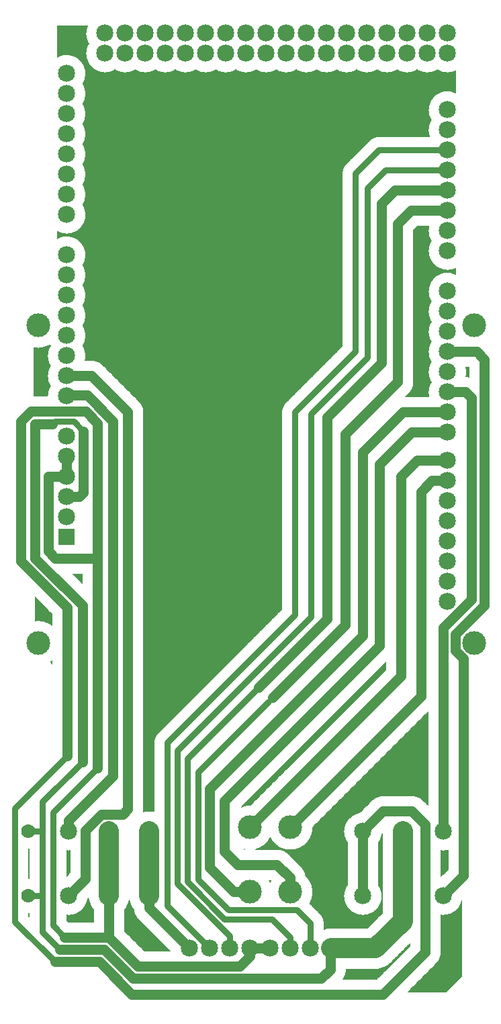
<source format=gbl>
%FSLAX44Y44*%
%MOMM*%
G71*
G01*
G75*
G04 Layer_Physical_Order=2*
G04 Layer_Color=16711680*
%ADD10C,0.1016*%
%ADD11C,0.7620*%
%ADD12C,1.2700*%
%ADD13C,2.5400*%
%ADD14C,2.1590*%
%ADD15R,2.1590X2.1590*%
%ADD16C,3.0000*%
%ADD17C,1.7780*%
D10*
X1201420Y1432512D02*
X1203543Y1431333D01*
X1205775Y1430374D01*
X1208091Y1429646D01*
X1210470Y1429156D01*
X1212886Y1428909D01*
X1215314Y1428907D01*
X1217731Y1429150D01*
X1220110Y1429636D01*
X1222428Y1430361D01*
X1224661Y1431315D01*
Y1403325D02*
X1222284Y1404332D01*
X1219812Y1405078D01*
X1217274Y1405555D01*
X1214700Y1405756D01*
X1212119Y1405679D01*
X1209561Y1405326D01*
X1207056Y1404700D01*
X1204633Y1403808D01*
X1202319Y1402662D01*
X1200142Y1401273D01*
X1198127Y1399659D01*
X1196297Y1397838D01*
X1194673Y1395830D01*
X1193274Y1393660D01*
X1192117Y1391352D01*
X1191214Y1388933D01*
X1190576Y1386431D01*
X1190210Y1383875D01*
X1190122Y1381294D01*
X1190310Y1378719D01*
X1190775Y1376179D01*
X1191509Y1373703D01*
X1192506Y1371321D01*
X1193752Y1369060D01*
X1192569Y1366929D01*
X1191608Y1364689D01*
X1190880Y1362363D01*
X1190391Y1359975D01*
X1190146Y1357550D01*
X1190149Y1355113D01*
X1190399Y1352689D01*
X1190894Y1350302D01*
X1191628Y1347978D01*
X1193752Y1216660D02*
X1192506Y1214399D01*
X1191509Y1212017D01*
X1190775Y1209541D01*
X1190310Y1207001D01*
X1190122Y1204426D01*
X1190210Y1201845D01*
X1190576Y1199289D01*
X1191214Y1196787D01*
X1192117Y1194368D01*
X1193274Y1192060D01*
X1194673Y1189890D01*
X1196297Y1187883D01*
X1198127Y1186061D01*
X1200142Y1184447D01*
X1202319Y1183058D01*
X1204633Y1181911D01*
X1207056Y1181020D01*
X1209561Y1180394D01*
X1212119Y1180041D01*
X1214700Y1179964D01*
X1217274Y1180165D01*
X1219812Y1180642D01*
X1222284Y1181388D01*
X1224661Y1182395D01*
Y1174725D02*
X1222284Y1175732D01*
X1219812Y1176478D01*
X1217274Y1176955D01*
X1214700Y1177156D01*
X1212119Y1177079D01*
X1209561Y1176726D01*
X1207056Y1176100D01*
X1204633Y1175209D01*
X1202319Y1174062D01*
X1200142Y1172673D01*
X1198127Y1171059D01*
X1196297Y1169238D01*
X1194673Y1167230D01*
X1193274Y1165060D01*
X1192117Y1162752D01*
X1191214Y1160333D01*
X1190576Y1157831D01*
X1190210Y1155275D01*
X1190122Y1152694D01*
X1190310Y1150119D01*
X1190775Y1147579D01*
X1191509Y1145104D01*
X1192506Y1142721D01*
X1193752Y1140460D01*
X1190839Y1235202D02*
X1190370Y1232839D01*
X1190141Y1230440D01*
X1190154Y1228030D01*
X1190408Y1225634D01*
X1190901Y1223276D01*
X1191628Y1220979D01*
X1192581Y1218766D01*
X1193752Y1216660D01*
Y1140460D02*
X1192571Y1138334D01*
X1191612Y1136099D01*
X1190884Y1133778D01*
X1190394Y1131396D01*
X1190148Y1128976D01*
Y1126544D01*
X1190394Y1124124D01*
X1190884Y1121742D01*
X1191612Y1119421D01*
X1192571Y1117186D01*
X1193752Y1115060D01*
X1176020Y1432512D02*
X1178146Y1431331D01*
X1180381Y1430372D01*
X1182702Y1429644D01*
X1185084Y1429154D01*
X1187504Y1428908D01*
X1189936D01*
X1192356Y1429154D01*
X1194738Y1429644D01*
X1197059Y1430372D01*
X1199294Y1431331D01*
X1201420Y1432512D01*
X1150620D02*
X1152746Y1431331D01*
X1154981Y1430372D01*
X1157302Y1429644D01*
X1159684Y1429154D01*
X1162104Y1428908D01*
X1164536D01*
X1166956Y1429154D01*
X1169338Y1429644D01*
X1171659Y1430372D01*
X1173894Y1431331D01*
X1176020Y1432512D01*
X1193752Y1115060D02*
X1192571Y1112934D01*
X1191612Y1110699D01*
X1190884Y1108378D01*
X1190394Y1105996D01*
X1190148Y1103576D01*
Y1101144D01*
X1190394Y1098724D01*
X1190884Y1096342D01*
X1191612Y1094021D01*
X1192571Y1091786D01*
X1193752Y1089660D01*
X1238123Y1051560D02*
X1237942Y1054503D01*
X1237401Y1057402D01*
X1193752Y1089660D02*
X1192571Y1087534D01*
X1191612Y1085299D01*
X1190884Y1082978D01*
X1190394Y1080596D01*
X1190148Y1078176D01*
Y1075744D01*
X1190394Y1073324D01*
X1190884Y1070942D01*
X1191612Y1068621D01*
X1192571Y1066386D01*
X1193752Y1064260D01*
X1193752Y1064260D02*
X1192571Y1062134D01*
X1191612Y1059899D01*
X1190884Y1057578D01*
X1190394Y1055196D01*
X1190148Y1052776D01*
Y1050344D01*
X1190394Y1047924D01*
X1190884Y1045542D01*
X1191612Y1043221D01*
X1192571Y1040986D01*
X1193752Y1038860D01*
X1237400Y1045714D02*
X1237942Y1048615D01*
X1238123Y1051560D01*
X1241552Y1045176D02*
X1239491Y1045556D01*
X1237400Y1045714D01*
X1241552Y1045176D02*
X1239491Y1045556D01*
X1237400Y1045714D01*
X1193752Y1038860D02*
X1192581Y1036754D01*
X1191628Y1034541D01*
X1190901Y1032244D01*
X1190408Y1029885D01*
X1190154Y1027489D01*
X1190141Y1025080D01*
X1190370Y1022682D01*
X1190839Y1020318D01*
X1165757Y1025068D02*
X1167444Y1026991D01*
X1168865Y1029118D01*
X1169997Y1031413D01*
X1170819Y1033835D01*
X1171318Y1036345D01*
X1171485Y1038897D01*
X1165744Y1025055D02*
X1167435Y1026980D01*
X1168859Y1029108D01*
X1169993Y1031405D01*
X1170817Y1033830D01*
X1171318Y1036342D01*
X1171485Y1038897D01*
X1125220Y1432512D02*
X1127346Y1431331D01*
X1129581Y1430372D01*
X1131902Y1429644D01*
X1134284Y1429154D01*
X1136704Y1428908D01*
X1139136D01*
X1141556Y1429154D01*
X1143938Y1429644D01*
X1146259Y1430372D01*
X1148494Y1431331D01*
X1150620Y1432512D01*
X1099820D02*
X1101946Y1431331D01*
X1104181Y1430372D01*
X1106502Y1429644D01*
X1108884Y1429154D01*
X1111304Y1428908D01*
X1113736D01*
X1116156Y1429154D01*
X1118538Y1429644D01*
X1120859Y1430372D01*
X1123094Y1431331D01*
X1125220Y1432512D01*
X1127760Y1347978D02*
X1125098Y1347769D01*
X1122501Y1347145D01*
X1120034Y1346123D01*
X1117757Y1344728D01*
X1115726Y1342994D01*
X1127760Y1347978D02*
X1125098Y1347769D01*
X1122501Y1347145D01*
X1120034Y1346123D01*
X1117757Y1344728D01*
X1115726Y1342994D01*
X1074420Y1432512D02*
X1076546Y1431331D01*
X1078781Y1430372D01*
X1081102Y1429644D01*
X1083484Y1429154D01*
X1085904Y1428908D01*
X1088336D01*
X1090756Y1429154D01*
X1093138Y1429644D01*
X1095459Y1430372D01*
X1097694Y1431331D01*
X1099820Y1432512D01*
X1049020D02*
X1051146Y1431331D01*
X1053381Y1430372D01*
X1055702Y1429644D01*
X1058084Y1429154D01*
X1060504Y1428908D01*
X1062936D01*
X1065356Y1429154D01*
X1067738Y1429644D01*
X1070059Y1430372D01*
X1072294Y1431331D01*
X1074420Y1432512D01*
X1086516Y1313784D02*
X1084782Y1311753D01*
X1083387Y1309476D01*
X1082365Y1307009D01*
X1081741Y1304412D01*
X1081532Y1301750D01*
X1086516Y1313784D02*
X1084782Y1311753D01*
X1083387Y1309476D01*
X1082365Y1307009D01*
X1081741Y1304412D01*
X1081532Y1301750D01*
X1023620Y1432512D02*
X1025746Y1431331D01*
X1027981Y1430372D01*
X1030302Y1429644D01*
X1032684Y1429154D01*
X1035104Y1428908D01*
X1037536D01*
X1039956Y1429154D01*
X1042338Y1429644D01*
X1044659Y1430372D01*
X1046894Y1431331D01*
X1049020Y1432512D01*
X998220D02*
X1000346Y1431331D01*
X1002581Y1430372D01*
X1004902Y1429644D01*
X1007284Y1429154D01*
X1009704Y1428908D01*
X1012136D01*
X1014556Y1429154D01*
X1016938Y1429644D01*
X1019259Y1430372D01*
X1021494Y1431331D01*
X1023620Y1432512D01*
X1010316Y1012794D02*
X1008582Y1010763D01*
X1007187Y1008486D01*
X1006165Y1006019D01*
X1005542Y1003422D01*
X1005332Y1000760D01*
X1010316Y1012794D02*
X1008582Y1010763D01*
X1007187Y1008486D01*
X1006165Y1006019D01*
X1005542Y1003422D01*
X1005332Y1000760D01*
X1183500Y511670D02*
X1181576Y513356D01*
X1179449Y514778D01*
X1177154Y515909D01*
X1174732Y516732D01*
X1172223Y517231D01*
X1169670Y517398D01*
X1183512Y511657D02*
X1181588Y513348D01*
X1179459Y514772D01*
X1177163Y515906D01*
X1174738Y516730D01*
X1172226Y517230D01*
X1169670Y517398D01*
X1205738Y367385D02*
X1208224Y367171D01*
X1210719Y367216D01*
X1213196Y367520D01*
X1215628Y368079D01*
X1217989Y368888D01*
X1220253Y369937D01*
X1222396Y371216D01*
X1224394Y372710D01*
X1226227Y374404D01*
X1227874Y376279D01*
X1229317Y378315D01*
X1230541Y380490D01*
X1231533Y382779D01*
X1232281Y385160D01*
X1205738Y448665D02*
X1208031Y448458D01*
X1210334Y448472D01*
X1212624Y448706D01*
X1214882Y449159D01*
X1132840Y517398D02*
X1130287Y517231D01*
X1127778Y516732D01*
X1125356Y515909D01*
X1123061Y514778D01*
X1120934Y513356D01*
X1119010Y511670D01*
X1132840Y517398D02*
X1130284Y517230D01*
X1127772Y516730D01*
X1125347Y515906D01*
X1123051Y514772D01*
X1120922Y513348D01*
X1118998Y511657D01*
X1199997Y306198D02*
X1201687Y308122D01*
X1203112Y310251D01*
X1204246Y312547D01*
X1205070Y314972D01*
X1205570Y317484D01*
X1205738Y320040D01*
X1200010Y306210D02*
X1201696Y308134D01*
X1203118Y310261D01*
X1204249Y312556D01*
X1205072Y314978D01*
X1205571Y317487D01*
X1205738Y320040D01*
X1123950Y299212D02*
X1126489Y299337D01*
X1129004Y299710D01*
X1131471Y300328D01*
X1133865Y301184D01*
X1136163Y302271D01*
X1138344Y303578D01*
X1140386Y305093D01*
X1142270Y306800D01*
X1123950Y299212D02*
X1126489Y299337D01*
X1129004Y299710D01*
X1131471Y300328D01*
X1133865Y301184D01*
X1136163Y302271D01*
X1138344Y303578D01*
X1140386Y305093D01*
X1142270Y306800D01*
X1103450Y496109D02*
X1100958Y495551D01*
X1098540Y494732D01*
X1096222Y493660D01*
X1094031Y492349D01*
X1091992Y490812D01*
X1090128Y489067D01*
X1088460Y487133D01*
X1087006Y485034D01*
X1085784Y482792D01*
X1084807Y480433D01*
X1084086Y477984D01*
X1083629Y475471D01*
X1083442Y472925D01*
X1083526Y470373D01*
X1083881Y467844D01*
X1084503Y465367D01*
X1085384Y462971D01*
X1086515Y460681D01*
X1087882Y458525D01*
X1126998Y458525D02*
X1128440Y460816D01*
X1129616Y463255D01*
X1130509Y465810D01*
X1131109Y468450D01*
X1013332Y444347D02*
X1011408Y446037D01*
X1009279Y447462D01*
X1006983Y448596D01*
X1004558Y449420D01*
X1002046Y449920D01*
X999490Y450088D01*
X1013320Y444360D02*
X1011396Y446046D01*
X1009269Y447468D01*
X1006974Y448599D01*
X1004552Y449422D01*
X1002043Y449921D01*
X999490Y450088D01*
X1131443Y391160D02*
X1131316Y393629D01*
X1130935Y396073D01*
X1130305Y398464D01*
X1129432Y400778D01*
X1128326Y402989D01*
X1126998Y405075D01*
X1035367Y416749D02*
X1034853Y419223D01*
X1034025Y421609D01*
X1032897Y423870D01*
X1031486Y425965D01*
X1029817Y427862D01*
X1035367Y416749D02*
X1034854Y419219D01*
X1034028Y421603D01*
X1032902Y423861D01*
X1031495Y425954D01*
X1029830Y427850D01*
X1044208Y396240D02*
X1044093Y398788D01*
X1043748Y401315D01*
X1043176Y403801D01*
X1042382Y406224D01*
X1041372Y408567D01*
X1040155Y410808D01*
X1038740Y412930D01*
X1037140Y414916D01*
X1035367Y416749D01*
X1087882Y405075D02*
X1086538Y402960D01*
X1085422Y400717D01*
X1084545Y398369D01*
X1083918Y395943D01*
X1083548Y393465D01*
X1083438Y390961D01*
X1083589Y388460D01*
X1084001Y385988D01*
X1084668Y383573D01*
X1085583Y381240D01*
X1086736Y379015D01*
X1088115Y376923D01*
X1089705Y374986D01*
X1091487Y373225D01*
X1093444Y371660D01*
X1095553Y370307D01*
X1097792Y369181D01*
X1100136Y368295D01*
X1102560Y367658D01*
X1105036Y367278D01*
X1107539Y367157D01*
X1110041Y367298D01*
X1112515Y367700D01*
X1114933Y368357D01*
X1117269Y369262D01*
X1119499Y370406D01*
X1121597Y371776D01*
X1123540Y373358D01*
X1125309Y375133D01*
X1126882Y377084D01*
X1128244Y379187D01*
X1129379Y381421D01*
X1130274Y383761D01*
X1130921Y386182D01*
X1131312Y388658D01*
X1131443Y391160D01*
X1040345Y381992D02*
X1041506Y384193D01*
X1042469Y386488D01*
X1043225Y388859D01*
X1043770Y391287D01*
X1044098Y393754D01*
X1044208Y396240D01*
X1067435Y351028D02*
X1065136Y350926D01*
X1062854Y350620D01*
X1060609Y350113D01*
X1058418Y349408D01*
X1082093Y286258D02*
X1083591Y288421D01*
X1084785Y290765D01*
X1085654Y293248D01*
X1086181Y295825D01*
X1086358Y298450D01*
X1082093Y286258D02*
X1083591Y288421D01*
X1084785Y290765D01*
X1085654Y293248D01*
X1086181Y295825D01*
X1086358Y298450D01*
X1058418Y356870D02*
X1058208Y359532D01*
X1057585Y362129D01*
X1056563Y364596D01*
X1055168Y366873D01*
X1053434Y368904D01*
X1058418Y356870D02*
X1058208Y359532D01*
X1057585Y362129D01*
X1056563Y364596D01*
X1055168Y366873D01*
X1053434Y368904D01*
X947420Y1432512D02*
X949546Y1431331D01*
X951781Y1430372D01*
X954102Y1429644D01*
X956484Y1429154D01*
X958904Y1428908D01*
X961336D01*
X963756Y1429154D01*
X966138Y1429644D01*
X968459Y1430372D01*
X970694Y1431331D01*
X972820Y1432512D01*
X922020D02*
X924146Y1431331D01*
X926381Y1430372D01*
X928702Y1429644D01*
X931084Y1429154D01*
X933504Y1428908D01*
X935936D01*
X938356Y1429154D01*
X940738Y1429644D01*
X943059Y1430372D01*
X945294Y1431331D01*
X947420Y1432512D01*
X972820D02*
X974946Y1431331D01*
X977181Y1430372D01*
X979502Y1429644D01*
X981884Y1429154D01*
X984304Y1428908D01*
X986736D01*
X989156Y1429154D01*
X991538Y1429644D01*
X993859Y1430372D01*
X996094Y1431331D01*
X998220Y1432512D01*
X896620D02*
X898746Y1431331D01*
X900981Y1430372D01*
X903302Y1429644D01*
X905684Y1429154D01*
X908104Y1428908D01*
X910536D01*
X912956Y1429154D01*
X915338Y1429644D01*
X917659Y1430372D01*
X919894Y1431331D01*
X922020Y1432512D01*
X845820D02*
X847946Y1431331D01*
X850181Y1430372D01*
X852502Y1429644D01*
X854884Y1429154D01*
X857304Y1428908D01*
X859736D01*
X862156Y1429154D01*
X864538Y1429644D01*
X866859Y1430372D01*
X869094Y1431331D01*
X871220Y1432512D01*
X820420D02*
X822546Y1431331D01*
X824781Y1430372D01*
X827102Y1429644D01*
X829484Y1429154D01*
X831904Y1428908D01*
X834336D01*
X836756Y1429154D01*
X839138Y1429644D01*
X841459Y1430372D01*
X843694Y1431331D01*
X845820Y1432512D01*
X871220D02*
X873346Y1431331D01*
X875581Y1430372D01*
X877902Y1429644D01*
X880284Y1429154D01*
X882704Y1428908D01*
X885136D01*
X887556Y1429154D01*
X889938Y1429644D01*
X892259Y1430372D01*
X894494Y1431331D01*
X896620Y1432512D01*
X761952Y1465580D02*
X760708Y1463323D01*
X759713Y1460945D01*
X758978Y1458474D01*
X758513Y1455939D01*
X758322Y1453369D01*
X758408Y1450793D01*
X758770Y1448241D01*
X759403Y1445742D01*
X760300Y1443326D01*
X761452Y1441020D01*
X762844Y1438851D01*
X764461Y1436843D01*
X766283Y1435020D01*
X768291Y1433404D01*
X770460Y1432012D01*
X772766Y1430860D01*
X775182Y1429963D01*
X777681Y1429330D01*
X780233Y1428968D01*
X782809Y1428882D01*
X785379Y1429073D01*
X787914Y1429538D01*
X790385Y1430273D01*
X792763Y1431268D01*
X795020Y1432512D01*
X797146Y1431331D01*
X799381Y1430372D01*
X801702Y1429644D01*
X804084Y1429154D01*
X806504Y1428908D01*
X808936D01*
X811356Y1429154D01*
X813738Y1429644D01*
X816059Y1430372D01*
X818294Y1431331D01*
X820420Y1432512D01*
X760180Y1487551D02*
X759323Y1485156D01*
X758725Y1482684D01*
X758391Y1480163D01*
X758326Y1477620D01*
X758531Y1475085D01*
X759002Y1472586D01*
X759736Y1470151D01*
X760723Y1467807D01*
X761952Y1465580D01*
X758063Y1427480D02*
X757933Y1429978D01*
X757543Y1432449D01*
X756898Y1434866D01*
X756006Y1437203D01*
X754875Y1439434D01*
X753517Y1441535D01*
X751949Y1443484D01*
X750186Y1445259D01*
X748248Y1446841D01*
X746156Y1448212D01*
X743933Y1449359D01*
X741602Y1450267D01*
X739190Y1450928D01*
X736722Y1451335D01*
X734224Y1451482D01*
X731726Y1451369D01*
X729252Y1450997D01*
X726831Y1450368D01*
X724488Y1449492D01*
X722249Y1448376D01*
X758063Y1402080D02*
X757914Y1404751D01*
X757469Y1407389D01*
X756732Y1409961D01*
X755715Y1412435D01*
X754428Y1414780D01*
X755715Y1417125D01*
X756732Y1419599D01*
X757469Y1422171D01*
X757914Y1424809D01*
X758063Y1427480D01*
X754428Y1363980D02*
X755715Y1366325D01*
X756732Y1368799D01*
X757469Y1371371D01*
X757914Y1374009D01*
X758063Y1376680D01*
X757914Y1379351D01*
X757469Y1381989D01*
X756732Y1384561D01*
X755715Y1387035D01*
X754428Y1389380D01*
X758063Y1351280D02*
X757914Y1353951D01*
X757469Y1356589D01*
X756732Y1359161D01*
X755715Y1361635D01*
X754428Y1363980D01*
Y1313180D02*
X755715Y1315525D01*
X756732Y1317999D01*
X757469Y1320571D01*
X757914Y1323209D01*
X758063Y1325880D01*
X757914Y1328551D01*
X757469Y1331189D01*
X756732Y1333761D01*
X755715Y1336235D01*
X754428Y1338580D01*
X758063Y1300480D02*
X757914Y1303151D01*
X757469Y1305789D01*
X756732Y1308361D01*
X755715Y1310835D01*
X754428Y1313180D01*
Y1389380D02*
X755715Y1391725D01*
X756732Y1394199D01*
X757469Y1396771D01*
X757914Y1399409D01*
X758063Y1402080D01*
X754428Y1338580D02*
X755715Y1340925D01*
X756732Y1343399D01*
X757469Y1345971D01*
X757914Y1348609D01*
X758063Y1351280D01*
Y1249680D02*
X757914Y1252351D01*
X757469Y1254989D01*
X756732Y1257561D01*
X755715Y1260035D01*
X754428Y1262380D01*
X755715Y1264725D01*
X756732Y1267199D01*
X757469Y1269771D01*
X757914Y1272409D01*
X758063Y1275080D01*
X722249Y1228784D02*
X724488Y1227668D01*
X726831Y1226792D01*
X729252Y1226163D01*
X731726Y1225791D01*
X734224Y1225678D01*
X736722Y1225825D01*
X739190Y1226232D01*
X741602Y1226893D01*
X743933Y1227802D01*
X746156Y1228948D01*
X748248Y1230319D01*
X750186Y1231901D01*
X751949Y1233676D01*
X753517Y1235625D01*
X754875Y1237726D01*
X756006Y1239957D01*
X756898Y1242294D01*
X757543Y1244711D01*
X757933Y1247182D01*
X758063Y1249680D01*
X754428Y1287780D02*
X755715Y1290125D01*
X756732Y1292599D01*
X757469Y1295171D01*
X757914Y1297809D01*
X758063Y1300480D01*
Y1275080D02*
X757914Y1277751D01*
X757469Y1280389D01*
X756732Y1282961D01*
X755715Y1285435D01*
X754428Y1287780D01*
X757341Y1066038D02*
X757882Y1068937D01*
X758063Y1071880D01*
X831088Y1000760D02*
X830920Y1003316D01*
X830420Y1005828D01*
X829596Y1008253D01*
X828462Y1010549D01*
X827038Y1012678D01*
X825347Y1014602D01*
X831088Y1000760D02*
X830921Y1003313D01*
X830422Y1005822D01*
X829599Y1008244D01*
X828468Y1010539D01*
X827046Y1012666D01*
X825360Y1014590D01*
X779640Y1060310D02*
X777716Y1061996D01*
X775589Y1063418D01*
X773295Y1064549D01*
X770872Y1065372D01*
X768363Y1065871D01*
X765810Y1066038D01*
X779652Y1060297D02*
X777728Y1061988D01*
X775599Y1063412D01*
X773303Y1064546D01*
X770878Y1065370D01*
X768366Y1065870D01*
X765810Y1066038D01*
X758063Y1148080D02*
X757914Y1150751D01*
X757469Y1153389D01*
X756732Y1155961D01*
X755715Y1158435D01*
X754428Y1160780D01*
X755715Y1163125D01*
X756732Y1165599D01*
X757469Y1168171D01*
X757914Y1170809D01*
X758063Y1173480D01*
X754428Y1135380D02*
X755715Y1137725D01*
X756732Y1140199D01*
X757469Y1142771D01*
X757914Y1145409D01*
X758063Y1148080D01*
X754428Y1186180D02*
X755715Y1188525D01*
X756732Y1190999D01*
X757469Y1193571D01*
X757914Y1196209D01*
X758063Y1198880D01*
Y1173480D02*
X757914Y1176151D01*
X757469Y1178789D01*
X756732Y1181361D01*
X755715Y1183835D01*
X754428Y1186180D01*
Y1084580D02*
X755715Y1086925D01*
X756732Y1089399D01*
X757469Y1091971D01*
X757914Y1094609D01*
X758063Y1097280D01*
X757914Y1099951D01*
X757469Y1102589D01*
X756732Y1105161D01*
X755715Y1107635D01*
X754428Y1109980D01*
X758063Y1071880D02*
X757914Y1074551D01*
X757469Y1077189D01*
X756732Y1079761D01*
X755715Y1082235D01*
X754428Y1084580D01*
X758063Y1122680D02*
X757914Y1125351D01*
X757469Y1127989D01*
X756732Y1130561D01*
X755715Y1133035D01*
X754428Y1135380D01*
Y1109980D02*
X755715Y1112325D01*
X756732Y1114799D01*
X757469Y1117371D01*
X757914Y1120009D01*
X758063Y1122680D01*
Y1198880D02*
X757933Y1201378D01*
X757543Y1203849D01*
X756898Y1206266D01*
X756006Y1208603D01*
X754875Y1210834D01*
X753517Y1212935D01*
X751949Y1214884D01*
X750186Y1216659D01*
X748248Y1218241D01*
X746156Y1219612D01*
X743933Y1220759D01*
X741602Y1221667D01*
X739190Y1222328D01*
X736722Y1222735D01*
X734224Y1222882D01*
X731726Y1222769D01*
X729252Y1222396D01*
X726831Y1221768D01*
X724488Y1220892D01*
X722249Y1219776D01*
X712992Y1085779D02*
X713692Y1084580D01*
X712511Y1082454D01*
X711552Y1080219D01*
X710824Y1077898D01*
X710334Y1075516D01*
X710088Y1073096D01*
Y1070664D01*
X710334Y1068244D01*
X710824Y1065862D01*
X711552Y1063541D01*
X712511Y1061306D01*
X713692Y1059180D01*
X693039Y1082306D02*
X695599Y1081922D01*
X698183Y1081774D01*
X700770Y1081863D01*
X703338Y1082190D01*
X705865Y1082750D01*
X708330Y1083540D01*
X710712Y1084553D01*
X712992Y1085779D01*
X693039Y1082306D02*
X695599Y1081922D01*
X698183Y1081774D01*
X700770Y1081863D01*
X703338Y1082190D01*
X705865Y1082750D01*
X708330Y1083540D01*
X710712Y1084553D01*
X712992Y1085779D01*
X713692Y1059180D02*
X712511Y1057054D01*
X711552Y1054819D01*
X710824Y1052498D01*
X710334Y1050116D01*
X710088Y1047696D01*
Y1045264D01*
X710334Y1042844D01*
X710824Y1040462D01*
X711552Y1038141D01*
X712511Y1035906D01*
X713692Y1033780D01*
X713692Y1033780D02*
X712394Y1031412D01*
X711371Y1028913D01*
X710635Y1026314D01*
X710195Y1023650D01*
X710057Y1020953D01*
X990600Y465251D02*
X991802Y463024D01*
X993198Y460914D01*
X994777Y458938D01*
X996527Y457111D01*
X998434Y455449D01*
X1000483Y453964D01*
X1002656Y452668D01*
X1004936Y451572D01*
X1007306Y450685D01*
X1009745Y450014D01*
X1012234Y449565D01*
X1014754Y449339D01*
X1017284Y449341D01*
X1019804Y449570D01*
X1022293Y450023D01*
X1024732Y450697D01*
X1027100Y451588D01*
X1029379Y452687D01*
X1031550Y453985D01*
X1033596Y455473D01*
X1035501Y457138D01*
X1037249Y458968D01*
X1038825Y460946D01*
X1040219Y463058D01*
X1041417Y465286D01*
X1042411Y467613D01*
X1043192Y470019D01*
X1043755Y472486D01*
X1044094Y474993D01*
X1044208Y477520D01*
X971771Y450088D02*
X974172Y450777D01*
X976502Y451675D01*
X978744Y452776D01*
X980879Y454071D01*
X982892Y455550D01*
X984766Y457201D01*
X986487Y459011D01*
X988040Y460967D01*
X989415Y463052D01*
X990600Y465251D01*
X991736Y410625D02*
X990600Y408509D01*
X989255Y410972D01*
X965744Y505723D02*
X963325Y505666D01*
X960919Y505401D01*
X958545Y504932D01*
X956221Y504261D01*
X953962Y503393D01*
X957868Y450282D02*
X958629Y450088D01*
X849026Y596234D02*
X847292Y594203D01*
X845897Y591926D01*
X844875Y589459D01*
X844251Y586862D01*
X844042Y584200D01*
X849026Y596234D02*
X847292Y594203D01*
X845897Y591926D01*
X844875Y589459D01*
X844251Y586862D01*
X844042Y584200D01*
X715772Y683725D02*
X714451Y685257D01*
X715772Y683725D02*
X714459Y685249D01*
X715772Y732232D02*
X713703Y733691D01*
X711511Y734958D01*
X709214Y736024D01*
X706831Y736880D01*
X704381Y737518D01*
X701884Y737934D01*
X699359Y738125D01*
X696827Y738088D01*
X694309Y737825D01*
X715772Y732232D02*
X713703Y733691D01*
X711511Y734958D01*
X709214Y736024D01*
X706831Y736880D01*
X704381Y737518D01*
X701884Y737934D01*
X699359Y738125D01*
X696827Y738088D01*
X694309Y737825D01*
X713602Y686105D02*
X715772Y687628D01*
X713602Y686105D02*
X715772Y687628D01*
X844042Y497681D02*
X841412Y498148D01*
X838748Y498342D01*
X836078Y498261D01*
X833431Y497905D01*
X830835Y497279D01*
X831088Y500417D01*
X830835Y497279D02*
X831088Y500417D01*
X818730Y374068D02*
X819171Y371402D01*
X819976Y368822D01*
X821128Y366377D01*
X822607Y364115D01*
X824383Y362078D01*
X812800Y386055D02*
X813471Y383435D01*
X814410Y380900D01*
X815609Y378476D01*
X817054Y376190D01*
X818730Y374068D01*
Y374068D02*
X819170Y371405D01*
X819973Y368828D01*
X821123Y366386D01*
X822598Y364126D01*
X824370Y362090D01*
X806958Y374169D02*
X808607Y376278D01*
X810030Y378546D01*
X811211Y380949D01*
X812138Y383461D01*
X812800Y386055D01*
X761626Y388527D02*
X762029Y385910D01*
X762698Y383348D01*
X763624Y380867D01*
X764799Y378494D01*
X766210Y376254D01*
X767842Y374169D01*
X734060Y448572D02*
X736345Y448438D01*
X738632Y448523D01*
X733933Y367306D02*
X736525Y367157D01*
X739118Y367290D01*
X741682Y367701D01*
X744186Y368387D01*
X746601Y369340D01*
X748900Y370548D01*
X751054Y371997D01*
X753039Y373670D01*
X754832Y375548D01*
X756412Y377609D01*
X757760Y379828D01*
X758860Y382180D01*
X759700Y384637D01*
X760269Y387170D01*
X1222189Y1430274D02*
X1224661D01*
X1221486Y1404605D02*
Y1430035D01*
X1220724Y1404837D02*
Y1429803D01*
X1207770Y1404908D02*
Y1429732D01*
X1207008Y1404685D02*
Y1429955D01*
X1219962Y1405041D02*
Y1429599D01*
X1224661Y1403325D02*
Y1431315D01*
X1224534Y1403386D02*
Y1431254D01*
X1223772Y1403737D02*
Y1430903D01*
X1223010Y1404056D02*
Y1430584D01*
X1222248Y1404345D02*
Y1430295D01*
X1196789Y1430274D02*
X1206051D01*
X1206246Y1404435D02*
Y1430205D01*
X1200196Y1431798D02*
X1202644D01*
X1198669Y1431036D02*
X1204171D01*
X1204722Y1403847D02*
Y1430793D01*
X1203960Y1403507D02*
Y1431133D01*
X1205484Y1404156D02*
Y1430484D01*
X1202436Y1402727D02*
Y1431913D01*
X1203198Y1403134D02*
Y1431506D01*
X1219605Y1429512D02*
X1224661D01*
X1216914Y1405600D02*
Y1429040D01*
X1216152Y1405677D02*
Y1428963D01*
X1215390Y1405729D02*
Y1428911D01*
X1214628Y1405758D02*
Y1428882D01*
X1219605Y1405128D02*
X1224661D01*
X1219200Y1405219D02*
Y1429421D01*
X1222189Y1404366D02*
X1224661D01*
X1218438Y1405371D02*
Y1429269D01*
X1217676Y1405498D02*
Y1429142D01*
X1213104Y1405741D02*
Y1428898D01*
X1212342Y1405697D02*
Y1428943D01*
X1213866Y1405762D02*
Y1428878D01*
X1194205Y1429512D02*
X1208635D01*
X1211580Y1405628D02*
Y1429012D01*
X1210818Y1405535D02*
Y1429105D01*
X1210056Y1405417D02*
Y1429223D01*
X1208532Y1405103D02*
Y1429536D01*
X1209294Y1405273D02*
Y1429367D01*
X1201674Y1402284D02*
Y1432356D01*
X1200912Y1401802D02*
Y1432204D01*
X1200150Y1401279D02*
Y1431773D01*
X1199388Y1400710D02*
Y1431378D01*
X1198626Y1400092D02*
Y1431016D01*
X1197864Y1399420D02*
Y1430687D01*
X1197102Y1398687D02*
Y1430388D01*
X1196340Y1397885D02*
Y1430119D01*
X1195578Y1397003D02*
Y1429878D01*
X1194816Y1396025D02*
Y1429664D01*
X1194054Y1394932D02*
Y1429477D01*
X1193292Y1393691D02*
Y1429316D01*
X1184148Y1347978D02*
Y1429316D01*
X1182624Y1347978D02*
Y1429664D01*
X1183386Y1347978D02*
Y1429477D01*
X1181100Y1347978D02*
Y1430119D01*
X1180338Y1347978D02*
Y1430388D01*
X1181862Y1347978D02*
Y1429878D01*
X1178814Y1347978D02*
Y1431016D01*
X1179576Y1347978D02*
Y1430687D01*
X1192530Y1392249D02*
Y1429181D01*
X1191768Y1390508D02*
Y1429071D01*
X1193292Y1368291D02*
Y1369829D01*
X1191006Y1388232D02*
Y1428986D01*
X1190244Y1384226D02*
Y1428925D01*
X1191768Y1365108D02*
Y1373012D01*
X1191006Y1362832D02*
Y1375288D01*
X1192530Y1366849D02*
Y1371271D01*
X1191006Y1347978D02*
Y1349888D01*
X1190244Y1231826D02*
Y1235202D01*
Y1358826D02*
Y1379294D01*
Y1347978D02*
Y1353894D01*
X1189482Y1347978D02*
Y1428889D01*
X1188720Y1347978D02*
Y1428877D01*
X1187196Y1347978D02*
Y1428925D01*
X1186434Y1347978D02*
Y1428986D01*
X1187958Y1347978D02*
Y1428889D01*
X1184910Y1347978D02*
Y1429181D01*
X1185672Y1347978D02*
Y1429071D01*
X1223491Y1181862D02*
X1224661D01*
X1221486Y1176005D02*
Y1181115D01*
X1221439Y1181100D02*
X1224661D01*
X1220724Y1176237D02*
Y1180883D01*
X1207770Y1176308D02*
Y1180812D01*
X1224661Y1174725D02*
Y1182395D01*
X1224534Y1174786D02*
Y1182334D01*
X1223772Y1175137D02*
Y1181983D01*
X1223010Y1175456D02*
Y1181664D01*
X1222248Y1175745D02*
Y1181375D01*
X1206246Y1175835D02*
Y1181285D01*
X1207008Y1176085D02*
Y1181035D01*
X1204722Y1175247D02*
Y1181873D01*
X1205484Y1175556D02*
Y1181564D01*
X1203198Y1174534D02*
Y1182586D01*
X1202436Y1174127D02*
Y1182993D01*
X1203960Y1174907D02*
Y1182213D01*
X1200912Y1173202D02*
Y1183918D01*
X1201674Y1173684D02*
Y1183436D01*
X1218380Y1180338D02*
X1224661D01*
X1217676Y1176898D02*
Y1180222D01*
X1216914Y1177000D02*
Y1180120D01*
X1216152Y1177077D02*
Y1180043D01*
X1215390Y1177129D02*
Y1179991D01*
X1219962Y1176441D02*
Y1180679D01*
X1219605Y1176528D02*
X1224661D01*
X1222189Y1175766D02*
X1224661D01*
X1219200Y1176619D02*
Y1180501D01*
X1218438Y1176771D02*
Y1180349D01*
X1214628Y1177158D02*
Y1179962D01*
X1213104Y1177141D02*
Y1179978D01*
X1213866Y1177162D02*
Y1179958D01*
X1211580Y1177028D02*
Y1180092D01*
X1212342Y1177097D02*
Y1180023D01*
X1210818Y1176935D02*
Y1180185D01*
X1210056Y1176816D02*
Y1180303D01*
X1208532Y1176504D02*
Y1180617D01*
X1209294Y1176673D02*
Y1180447D01*
X1192530Y1214449D02*
Y1218871D01*
X1193292Y1215891D02*
Y1217429D01*
X1191006Y1210432D02*
Y1222888D01*
X1191768Y1212708D02*
Y1220612D01*
X1189482Y1020318D02*
Y1235202D01*
X1188720Y1020318D02*
Y1235202D01*
X1190244Y1206426D02*
Y1226894D01*
X1187196Y1020318D02*
Y1235202D01*
X1187958Y1020318D02*
Y1235202D01*
X1181862Y1020318D02*
Y1235202D01*
X1181100Y1020318D02*
Y1235202D01*
X1182624Y1020318D02*
Y1235202D01*
X1179576Y1020318D02*
Y1235202D01*
X1180338Y1020318D02*
Y1235202D01*
X1185672Y1020318D02*
Y1235202D01*
X1184910Y1020318D02*
Y1235202D01*
X1186434Y1020318D02*
Y1235202D01*
X1183386Y1020318D02*
Y1235202D01*
X1184148Y1020318D02*
Y1235202D01*
X1199388Y1172110D02*
Y1185010D01*
X1198626Y1171492D02*
Y1185628D01*
X1200150Y1172679D02*
Y1184441D01*
X1197102Y1170087D02*
Y1187033D01*
X1197864Y1170820D02*
Y1186300D01*
X1195578Y1168403D02*
Y1188717D01*
X1194816Y1167425D02*
Y1189695D01*
X1196340Y1169285D02*
Y1187835D01*
X1193292Y1165091D02*
Y1192029D01*
X1194054Y1166332D02*
Y1190788D01*
X1192530Y1163649D02*
Y1193471D01*
X1191768Y1161908D02*
Y1195212D01*
X1193292Y1139691D02*
Y1141229D01*
X1190244Y1155626D02*
Y1201494D01*
X1191006Y1159632D02*
Y1197488D01*
X1192530Y1138249D02*
Y1142671D01*
X1191768Y1136508D02*
Y1144412D01*
X1190244Y1130226D02*
Y1150694D01*
X1191006Y1134232D02*
Y1146688D01*
X1176501Y1235202D02*
X1190839D01*
X1176501D02*
X1190839D01*
X1175739Y1234440D02*
X1190661D01*
X1174977Y1233678D02*
X1190509D01*
X1171485Y1225296D02*
X1190463D01*
X1171485Y1222248D02*
X1191195D01*
X1171485Y1223010D02*
X1190972D01*
X1171485Y1216914D02*
X1193596D01*
X1171485Y1224534D02*
X1190607D01*
X1171485Y1223772D02*
X1190777D01*
X1171485Y1220724D02*
X1191724D01*
X1127760Y1347978D02*
X1191628D01*
X1171485Y1219962D02*
X1192033D01*
X1127760Y1347978D02*
X1191628D01*
X1171485Y1221486D02*
X1191445D01*
X1171485Y1216152D02*
X1193444D01*
X1171485Y1217676D02*
X1193153D01*
X1171485Y1215390D02*
X1193013D01*
X1171485Y1219200D02*
X1192373D01*
X1171485Y1218438D02*
X1192746D01*
X1171485Y1197864D02*
X1190904D01*
X1171485Y1198626D02*
X1190717D01*
X1171485Y1197102D02*
X1191118D01*
X1171485Y1200150D02*
X1190421D01*
X1171485Y1199388D02*
X1190556D01*
X1171485Y1194054D02*
X1192256D01*
X1171485Y1194816D02*
X1191927D01*
X1171485Y1193292D02*
X1192618D01*
X1171485Y1196340D02*
X1191359D01*
X1171485Y1195578D02*
X1191628D01*
X1171485Y1213866D02*
X1192256D01*
X1171485Y1214628D02*
X1192618D01*
X1171485Y1213104D02*
X1191927D01*
X1171485Y1212342D02*
X1191628D01*
X1171485Y1211580D02*
X1191359D01*
X1171485Y1210056D02*
X1190904D01*
X1171485Y1210818D02*
X1191118D01*
X1171485Y1209294D02*
X1190717D01*
X1171485Y1208532D02*
X1190556D01*
X1171485Y1207770D02*
X1190421D01*
X1178052Y1347978D02*
Y1431378D01*
X1174796Y1431798D02*
X1177244D01*
X1173269Y1431036D02*
X1178771D01*
X1175766Y1347978D02*
Y1432356D01*
X1176528Y1347978D02*
Y1432204D01*
X1177290Y1347978D02*
Y1431773D01*
X1175004Y1347978D02*
Y1431913D01*
X1174242Y1347978D02*
Y1431506D01*
X1173480Y1347978D02*
Y1431133D01*
X1172718Y1347978D02*
Y1430793D01*
X1171389Y1430274D02*
X1180651D01*
X1168805Y1429512D02*
X1183235D01*
X1171194Y1347978D02*
Y1430205D01*
X1170432Y1347978D02*
Y1429955D01*
X1171956Y1347978D02*
Y1430484D01*
X1169670Y1347978D02*
Y1429732D01*
X1168908Y1347978D02*
Y1429536D01*
X1168146Y1347978D02*
Y1429367D01*
X1167384Y1347978D02*
Y1429223D01*
X1174215Y1232916D02*
X1190382D01*
X1173453Y1232154D02*
X1190280D01*
X1172691Y1231392D02*
X1190203D01*
X1171485Y1230186D02*
X1176501Y1235202D01*
X1171929Y1230630D02*
X1190151D01*
X1171485Y1227582D02*
X1190183D01*
X1171485Y1228344D02*
X1190138D01*
X1171485Y1226820D02*
X1190252D01*
X1171485Y1229868D02*
X1190122D01*
X1171485Y1229106D02*
X1190118D01*
X1171485Y1207008D02*
X1190311D01*
X1171485Y1226058D02*
X1190345D01*
X1171485Y1206246D02*
X1190226D01*
X1171485Y1205484D02*
X1190165D01*
X1171485Y1204722D02*
X1190129D01*
X1171485Y1201674D02*
X1190226D01*
X1171485Y1202436D02*
X1190165D01*
X1171485Y1200912D02*
X1190311D01*
X1171485Y1203960D02*
X1190117D01*
X1171485Y1203198D02*
X1190129D01*
X1171485Y1182624D02*
X1203124D01*
X1171485Y1183386D02*
X1201757D01*
X1171485Y1181862D02*
X1204749D01*
X1171485Y1184910D02*
X1199517D01*
X1171485Y1184148D02*
X1200569D01*
X1171485Y1178814D02*
X1224661D01*
X1171485Y1179576D02*
X1224661D01*
X1171485Y1178052D02*
X1224661D01*
X1171485Y1181100D02*
X1206801D01*
X1171485Y1180338D02*
X1209860D01*
X1171485Y1190244D02*
X1194422D01*
X1171485Y1191006D02*
X1193913D01*
X1171485Y1189482D02*
X1194975D01*
X1171485Y1192530D02*
X1193013D01*
X1171485Y1191768D02*
X1193444D01*
X1171485Y1186434D02*
X1197719D01*
X1171485Y1187196D02*
X1196941D01*
X1171485Y1185672D02*
X1198574D01*
X1171485Y1188720D02*
X1195576D01*
X1171485Y1187958D02*
X1196229D01*
X1171485Y1168908D02*
X1196005D01*
X1171485Y1169670D02*
X1196697D01*
X1171485Y1168146D02*
X1195370D01*
X1171485Y1167384D02*
X1194786D01*
X1171485Y1166622D02*
X1194247D01*
X1171485Y1165098D02*
X1193296D01*
X1171485Y1165860D02*
X1193752D01*
X1171485Y1140714D02*
X1193596D01*
X1171485Y1164336D02*
X1192878D01*
X1171485Y1141476D02*
X1193153D01*
X1171485Y1176528D02*
X1208635D01*
X1171485Y1177290D02*
X1224661D01*
X1171485Y1175766D02*
X1206051D01*
X1171485Y1175004D02*
X1204171D01*
X1171485Y1174242D02*
X1202644D01*
X1171485Y1172718D02*
X1200205D01*
X1171485Y1173480D02*
X1201343D01*
X1171485Y1171956D02*
X1199192D01*
X1171485Y1171194D02*
X1198280D01*
X1171485Y1170432D02*
X1197452D01*
X1175004Y1020318D02*
Y1233705D01*
X1174242Y1020318D02*
Y1232943D01*
X1173480Y1020318D02*
Y1232181D01*
X1172718Y1020318D02*
Y1231419D01*
X1171956Y1020318D02*
Y1230657D01*
X1178052Y1020318D02*
Y1235202D01*
X1177290Y1020318D02*
Y1235202D01*
X1178814Y1020318D02*
Y1235202D01*
X1176528Y1020318D02*
Y1235202D01*
X1175766Y1020318D02*
Y1234467D01*
X1171485Y1162812D02*
X1192143D01*
X1171485Y1163574D02*
X1192494D01*
X1171485Y1162050D02*
X1191824D01*
X1171485Y1161288D02*
X1191535D01*
X1171485Y1160526D02*
X1191275D01*
X1171485Y1159002D02*
X1190839D01*
X1171485Y1159764D02*
X1191043D01*
X1171485Y1158240D02*
X1190661D01*
X1171485Y1038897D02*
Y1230186D01*
Y1157478D02*
X1190509D01*
X1171485Y1146810D02*
X1190972D01*
X1171485Y1147572D02*
X1190777D01*
X1171485Y1146048D02*
X1191195D01*
X1171485Y1149096D02*
X1190463D01*
X1171485Y1148334D02*
X1190607D01*
X1171485Y1143000D02*
X1192373D01*
X1171485Y1143762D02*
X1192033D01*
X1171485Y1142238D02*
X1192746D01*
X1171485Y1145286D02*
X1191445D01*
X1171485Y1144524D02*
X1191724D01*
X1171485Y1155954D02*
X1190280D01*
X1171485Y1156716D02*
X1190382D01*
X1171485Y1155192D02*
X1190203D01*
X1171485Y1154430D02*
X1190151D01*
X1171485Y1153668D02*
X1190122D01*
X1171485Y1150620D02*
X1190252D01*
X1171485Y1151382D02*
X1190183D01*
X1171485Y1149858D02*
X1190345D01*
X1171485Y1152906D02*
X1190118D01*
X1171485Y1152144D02*
X1190138D01*
X1171485Y1118616D02*
X1191927D01*
X1171485Y1119378D02*
X1191628D01*
X1171485Y1117854D02*
X1192256D01*
X1171485Y1134618D02*
X1191118D01*
X1171485Y1135380D02*
X1191359D01*
X1171485Y1120140D02*
X1191359D01*
X1193292Y1114291D02*
Y1115829D01*
X1192530Y1112849D02*
Y1117271D01*
X1191006Y1108832D02*
Y1121288D01*
X1191768Y1111108D02*
Y1119012D01*
X1171485Y1115568D02*
X1193444D01*
X1171485Y1116330D02*
X1193013D01*
X1171485Y1114806D02*
X1193596D01*
X1171485Y1120902D02*
X1191118D01*
X1171485Y1117092D02*
X1192618D01*
X1171485Y1113282D02*
X1192746D01*
X1171485Y1114044D02*
X1193153D01*
X1171485Y1112520D02*
X1192373D01*
X1171485Y1111758D02*
X1192033D01*
X1171485Y1110996D02*
X1191724D01*
X1171485Y1089660D02*
X1193752D01*
X1171485Y1091946D02*
X1192494D01*
X1171485Y1088898D02*
X1193296D01*
X1171485Y1095756D02*
X1191043D01*
X1171485Y1094994D02*
X1191275D01*
X1193292Y1088891D02*
Y1090429D01*
X1192530Y1087449D02*
Y1091871D01*
X1171485Y1088136D02*
X1192878D01*
X1191006Y1083432D02*
Y1095888D01*
X1191768Y1085708D02*
Y1093612D01*
X1171485Y1086612D02*
X1192143D01*
X1171485Y1087374D02*
X1192494D01*
X1171485Y1085850D02*
X1191824D01*
X1171485Y1085088D02*
X1191535D01*
X1171485Y1084326D02*
X1191275D01*
X1171485Y1069086D02*
X1191445D01*
X1171485Y1069848D02*
X1191195D01*
X1171485Y1068324D02*
X1191724D01*
X1171485Y1083564D02*
X1191043D01*
X1171485Y1070610D02*
X1190972D01*
X1171485Y1133094D02*
X1190717D01*
X1171485Y1133856D02*
X1190904D01*
X1171485Y1132332D02*
X1190556D01*
X1171485Y1130808D02*
X1190311D01*
X1171485Y1130046D02*
X1190226D01*
X1190244Y1104826D02*
Y1125294D01*
X1171485Y1129284D02*
X1190165D01*
X1190244Y1079426D02*
Y1099894D01*
X1171485Y1128522D02*
X1190129D01*
X1171485Y1127760D02*
X1190117D01*
X1171485Y1125474D02*
X1190226D01*
X1171485Y1131570D02*
X1190421D01*
X1171485Y1124712D02*
X1190311D01*
X1171485Y1126998D02*
X1190129D01*
X1171485Y1126236D02*
X1190165D01*
X1171485Y1122426D02*
X1190717D01*
X1171485Y1123188D02*
X1190556D01*
X1171485Y1121664D02*
X1190904D01*
X1171485Y1123950D02*
X1190421D01*
X1171485Y1099566D02*
X1190280D01*
X1171485Y1075944D02*
X1190138D01*
X1171485Y1078230D02*
X1190151D01*
X1171485Y1075182D02*
X1190183D01*
X1171485Y1077468D02*
X1190122D01*
X1171485Y1076706D02*
X1190118D01*
X1171485Y1072134D02*
X1190607D01*
X1171485Y1072896D02*
X1190463D01*
X1171485Y1071372D02*
X1190777D01*
X1171485Y1074420D02*
X1190252D01*
X1171485Y1073658D02*
X1190345D01*
X1171485Y1096518D02*
X1190839D01*
X1171485Y1097280D02*
X1190661D01*
X1171485Y1082802D02*
X1190839D01*
X1171485Y1098804D02*
X1190382D01*
X1171485Y1098042D02*
X1190509D01*
X1171485Y1081278D02*
X1190509D01*
X1171485Y1082040D02*
X1190661D01*
X1171485Y1080516D02*
X1190382D01*
X1171485Y1079754D02*
X1190280D01*
X1171485Y1078992D02*
X1190203D01*
X1237523Y1056894D02*
X1241552D01*
X1237401Y1057402D02*
X1241552D01*
X1237684Y1056132D02*
X1241552D01*
X1238250Y1045677D02*
Y1057402D01*
X1241298Y1045235D02*
Y1057402D01*
X1240536Y1045392D02*
Y1057402D01*
X1241552Y1045176D02*
Y1057402D01*
X1239012Y1045612D02*
Y1057402D01*
X1239774Y1045517D02*
Y1057402D01*
X1171485Y1064514D02*
X1193596D01*
X1171485Y1063752D02*
X1193444D01*
X1171485Y1066038D02*
X1192746D01*
X1171485Y1065276D02*
X1193153D01*
X1193292Y1063491D02*
Y1065029D01*
X1171485Y1062990D02*
X1193013D01*
X1192530Y1062049D02*
Y1066471D01*
X1171485Y1062228D02*
X1192618D01*
X1238111Y1052322D02*
X1241552D01*
X1238075Y1053084D02*
X1241552D01*
X1238123Y1051560D02*
X1241552D01*
X1237929Y1054608D02*
X1241552D01*
X1238014Y1053846D02*
X1241552D01*
X1238014Y1049274D02*
X1241552D01*
X1237929Y1048512D02*
X1241552D01*
X1240122Y1045464D02*
X1241552D01*
X1238111Y1050798D02*
X1241552D01*
X1238075Y1050036D02*
X1241552D01*
X1237819Y1047750D02*
X1241552D01*
X1237819Y1055370D02*
X1241552D01*
X1237684Y1046988D02*
X1241552D01*
X1237523Y1046226D02*
X1241552D01*
X1192530Y1036649D02*
Y1041071D01*
X1193292Y1038091D02*
Y1039629D01*
X1191768Y1060308D02*
Y1068212D01*
X1191006Y1058032D02*
Y1070488D01*
X1191768Y1034908D02*
Y1042812D01*
X1190244Y1054026D02*
Y1074494D01*
X1191006Y1032632D02*
Y1045088D01*
X1190244Y1020318D02*
Y1023694D01*
Y1028626D02*
Y1049094D01*
X1188693Y622554D02*
X1189482D01*
X1187931Y621792D02*
X1189482D01*
X1187169Y621030D02*
X1189482D01*
X1171485Y1066800D02*
X1192373D01*
X1171485Y1067562D02*
X1192033D01*
X1171485Y1061466D02*
X1192256D01*
X1171485Y1060704D02*
X1191927D01*
X1171485Y1059942D02*
X1191628D01*
X1171485Y1058418D02*
X1191118D01*
X1171485Y1059180D02*
X1191359D01*
X1171485Y1057656D02*
X1190904D01*
X1171485Y1056894D02*
X1190717D01*
X1171485Y1056132D02*
X1190556D01*
X1184883Y618744D02*
X1189482D01*
X1184121Y617982D02*
X1189482D01*
X1183359Y617220D02*
X1189482D01*
X1186407Y620268D02*
X1189482D01*
X1185645Y619506D02*
X1189482D01*
X1181073Y614934D02*
X1189482D01*
X1180311Y614172D02*
X1189482D01*
X1179549Y613410D02*
X1189482D01*
X1182597Y616458D02*
X1189482D01*
X1181835Y615696D02*
X1189482D01*
X1177263Y611124D02*
X1189482D01*
X1176501Y610362D02*
X1189482D01*
X1175739Y609600D02*
X1189482D01*
X1178787Y612648D02*
X1189482D01*
X1178025Y611886D02*
X1189482D01*
X1173453Y607314D02*
X1189482D01*
X1172691Y606552D02*
X1189482D01*
X1171929Y605790D02*
X1189482D01*
X1174977Y608838D02*
X1189482D01*
X1174215Y608076D02*
X1189482D01*
X1171485Y1092708D02*
X1192143D01*
X1171485Y1093470D02*
X1191824D01*
X1171485Y1091184D02*
X1192878D01*
X1171485Y1107186D02*
X1190607D01*
X1171485Y1094232D02*
X1191535D01*
X1171485Y1044702D02*
X1191118D01*
X1171485Y1090422D02*
X1193296D01*
X1171485Y1043940D02*
X1191359D01*
X1171485Y1046226D02*
X1190717D01*
X1171485Y1045464D02*
X1190904D01*
X1171485Y1139190D02*
X1193013D01*
X1171485Y1139952D02*
X1193444D01*
X1171485Y1138428D02*
X1192618D01*
X1171485Y1137666D02*
X1192256D01*
X1171485Y1136904D02*
X1191927D01*
X1171485Y1110234D02*
X1191445D01*
X1171485Y1136142D02*
X1191628D01*
X1171485Y1109472D02*
X1191195D01*
X1171485Y1108710D02*
X1190972D01*
X1171485Y1107948D02*
X1190777D01*
X1171485Y1040892D02*
X1192618D01*
X1171485Y1041654D02*
X1192256D01*
X1171485Y1040130D02*
X1193013D01*
X1171485Y1043178D02*
X1191628D01*
X1171485Y1042416D02*
X1191927D01*
X1171485Y1039368D02*
X1193444D01*
X1171483Y1038606D02*
X1193596D01*
X1171457Y1037844D02*
X1193153D01*
X1171401Y1037082D02*
X1192746D01*
X1171315Y1036320D02*
X1192373D01*
X1171198Y1035558D02*
X1192033D01*
X1171050Y1034796D02*
X1191724D01*
X1170871Y1034034D02*
X1191445D01*
X1170659Y1033272D02*
X1191195D01*
X1170413Y1032510D02*
X1190972D01*
X1170132Y1031748D02*
X1190777D01*
X1161007Y1020318D02*
X1190839D01*
X1161007D02*
X1190839D01*
X1169814Y1030986D02*
X1190607D01*
X1161769Y1021080D02*
X1190661D01*
X1171485Y1053846D02*
X1190226D01*
X1171485Y1054608D02*
X1190311D01*
X1171485Y1053084D02*
X1190165D01*
X1171485Y1052322D02*
X1190129D01*
X1171485Y1051560D02*
X1190117D01*
X1171485Y1048512D02*
X1190311D01*
X1171485Y1049274D02*
X1190226D01*
X1171485Y1047750D02*
X1190421D01*
X1171485Y1050798D02*
X1190129D01*
X1171485Y1050036D02*
X1190165D01*
X1171485Y1105662D02*
X1190345D01*
X1171485Y1106424D02*
X1190463D01*
X1171485Y1104900D02*
X1190252D01*
X1171485Y1104138D02*
X1190183D01*
X1171485Y1103376D02*
X1190138D01*
X1171485Y1100328D02*
X1190203D01*
X1171485Y1101090D02*
X1190151D01*
X1171485Y1055370D02*
X1190421D01*
X1171485Y1102614D02*
X1190118D01*
X1171485Y1101852D02*
X1190122D01*
X1171485Y1046988D02*
X1190556D01*
X1169457Y1030224D02*
X1190463D01*
X1169059Y1029462D02*
X1190345D01*
X1168617Y1028700D02*
X1190252D01*
X1168126Y1027938D02*
X1190183D01*
X1171194Y1020318D02*
Y1035534D01*
X1170432Y1020318D02*
Y1032565D01*
X1169670Y1020318D02*
Y1030668D01*
X1168908Y1020318D02*
Y1029193D01*
X1168146Y1020318D02*
Y1027967D01*
X1167584Y1027176D02*
X1190138D01*
X1166983Y1026414D02*
X1190118D01*
X1166318Y1025652D02*
X1190122D01*
X1164055Y1023366D02*
X1190280D01*
X1163293Y1022604D02*
X1190382D01*
X1162531Y1021842D02*
X1190509D01*
X1165579Y1024890D02*
X1190151D01*
X1164817Y1024128D02*
X1190203D01*
X1139163Y573024D02*
X1189482D01*
X1138401Y572262D02*
X1189482D01*
X1137639Y571500D02*
X1189482D01*
X1140687Y574548D02*
X1189482D01*
X1139925Y573786D02*
X1189482D01*
X1135353Y569214D02*
X1189482D01*
X1134591Y568452D02*
X1189482D01*
X1133829Y567690D02*
X1189482D01*
X1136877Y570738D02*
X1189482D01*
X1136115Y569976D02*
X1189482D01*
X1131543Y565404D02*
X1189482D01*
X1130781Y564642D02*
X1189482D01*
X1130019Y563880D02*
X1189482D01*
X1133067Y566928D02*
X1189482D01*
X1132305Y566166D02*
X1189482D01*
X1127733Y561594D02*
X1189482D01*
X1126971Y560832D02*
X1189482D01*
X1126209Y560070D02*
X1189482D01*
X1129257Y563118D02*
X1189482D01*
X1128495Y562356D02*
X1189482D01*
X1123923Y557784D02*
X1189482D01*
X1123161Y557022D02*
X1189482D01*
X1122399Y556260D02*
X1189482D01*
X1125447Y559308D02*
X1189482D01*
X1124685Y558546D02*
X1189482D01*
X1120113Y553974D02*
X1189482D01*
X1119351Y553212D02*
X1189482D01*
X1118589Y552450D02*
X1189482D01*
X1121637Y555498D02*
X1189482D01*
X1120875Y554736D02*
X1189482D01*
X1116303Y550164D02*
X1189482D01*
X1115541Y549402D02*
X1189482D01*
X1114779Y548640D02*
X1189482D01*
X1117827Y551688D02*
X1189482D01*
X1117065Y550926D02*
X1189482D01*
X1112493Y546354D02*
X1189482D01*
X1111731Y545592D02*
X1189482D01*
X1110969Y544830D02*
X1189482D01*
X1114017Y547878D02*
X1189482D01*
X1113255Y547116D02*
X1189482D01*
X1169643Y603504D02*
X1189482D01*
X1168881Y602742D02*
X1189482D01*
X1168119Y601980D02*
X1189482D01*
X1171167Y605028D02*
X1189482D01*
X1170405Y604266D02*
X1189482D01*
X1165833Y599694D02*
X1189482D01*
X1165071Y598932D02*
X1189482D01*
X1164309Y598170D02*
X1189482D01*
X1167357Y601218D02*
X1189482D01*
X1166595Y600456D02*
X1189482D01*
X1162023Y595884D02*
X1189482D01*
X1161261Y595122D02*
X1189482D01*
X1160499Y594360D02*
X1189482D01*
X1163547Y597408D02*
X1189482D01*
X1162785Y596646D02*
X1189482D01*
X1158213Y592074D02*
X1189482D01*
X1157451Y591312D02*
X1189482D01*
X1156689Y590550D02*
X1189482D01*
X1159737Y593598D02*
X1189482D01*
X1158975Y592836D02*
X1189482D01*
X1154403Y588264D02*
X1189482D01*
X1153641Y587502D02*
X1189482D01*
X1152879Y586740D02*
X1189482D01*
X1155927Y589788D02*
X1189482D01*
X1155165Y589026D02*
X1189482D01*
X1150593Y584454D02*
X1189482D01*
X1149831Y583692D02*
X1189482D01*
X1149069Y582930D02*
X1189482D01*
X1152117Y585978D02*
X1189482D01*
X1151355Y585216D02*
X1189482D01*
X1146783Y580644D02*
X1189482D01*
X1146021Y579882D02*
X1189482D01*
X1145259Y579120D02*
X1189482D01*
X1148307Y582168D02*
X1189482D01*
X1147545Y581406D02*
X1189482D01*
X1142973Y576834D02*
X1189482D01*
X1142211Y576072D02*
X1189482D01*
X1141449Y575310D02*
X1189482D01*
X1144497Y578358D02*
X1189482D01*
X1143735Y577596D02*
X1189482D01*
X1152144Y1347978D02*
Y1431638D01*
X1149396Y1431798D02*
X1151844D01*
X1152906Y1347978D02*
Y1431254D01*
X1151382Y1347978D02*
Y1432056D01*
X1150620Y1347978D02*
Y1432512D01*
X1149858Y1347978D02*
Y1432056D01*
X1155954Y1347978D02*
Y1430035D01*
X1155192Y1347978D02*
Y1430295D01*
X1156716Y1347978D02*
Y1429803D01*
X1153668Y1347978D02*
Y1430903D01*
X1154430Y1347978D02*
Y1430584D01*
X1147869Y1431036D02*
X1153371D01*
X1145989Y1430274D02*
X1155251D01*
X1148334Y1347978D02*
Y1431254D01*
X1147572Y1347978D02*
Y1430903D01*
X1149096Y1347978D02*
Y1431638D01*
X1146810Y1347978D02*
Y1430584D01*
X1146048Y1347978D02*
Y1430295D01*
X1145286Y1347978D02*
Y1430035D01*
X1144524Y1347978D02*
Y1429803D01*
X1162050Y1347978D02*
Y1428911D01*
X1161288Y1347978D02*
Y1428963D01*
X1162812Y1347978D02*
Y1428882D01*
X1159764Y1347978D02*
Y1429142D01*
X1160526Y1347978D02*
Y1429040D01*
X1166622Y1347978D02*
Y1429105D01*
X1165860Y1347978D02*
Y1429012D01*
X1165098Y1347978D02*
Y1428943D01*
X1164336Y1347978D02*
Y1428898D01*
X1163574Y1347978D02*
Y1428878D01*
X1158240Y1347978D02*
Y1429421D01*
X1143405Y1429512D02*
X1157835D01*
X1159002Y1347978D02*
Y1429269D01*
X1143762Y1347978D02*
Y1429599D01*
X1157478Y1347978D02*
Y1429599D01*
X1143000Y1347978D02*
Y1429421D01*
X1142238Y1347978D02*
Y1429269D01*
X1141476Y1347978D02*
Y1429142D01*
X1140714Y1347978D02*
Y1429040D01*
X1139952Y1347978D02*
Y1428963D01*
X1129284Y1347978D02*
Y1430484D01*
X1128522Y1347978D02*
Y1430793D01*
X1130046Y1347978D02*
Y1430205D01*
X1123996Y1431798D02*
X1126444D01*
X1127760Y1347978D02*
Y1431133D01*
X1126236Y1347910D02*
Y1431913D01*
X1125474Y1347824D02*
Y1432356D01*
X1126998Y1347961D02*
Y1431506D01*
X1124712Y1347703D02*
Y1432204D01*
X1123950Y1347546D02*
Y1431773D01*
X1122469Y1431036D02*
X1127971D01*
X1120589Y1430274D02*
X1129851D01*
X1095189D02*
X1104451D01*
X1098596Y1431798D02*
X1101044D01*
X1097069Y1431036D02*
X1102571D01*
X1123188Y1347352D02*
Y1431378D01*
X1122426Y1347121D02*
Y1431016D01*
X1121664Y1346849D02*
Y1430687D01*
X1120902Y1346535D02*
Y1430388D01*
X1134618Y1347978D02*
Y1429105D01*
X1133856Y1347978D02*
Y1429223D01*
X1135380Y1347978D02*
Y1429012D01*
X1132332Y1347978D02*
Y1429536D01*
X1133094Y1347978D02*
Y1429367D01*
X1139190Y1347978D02*
Y1428911D01*
X1138428Y1347978D02*
Y1428882D01*
X1137666Y1347978D02*
Y1428878D01*
X1136142Y1347978D02*
Y1428943D01*
X1136904Y1347978D02*
Y1428898D01*
X1131570Y1347978D02*
Y1429732D01*
X1130808Y1347978D02*
Y1429955D01*
X1118005Y1429512D02*
X1132435D01*
X1120140Y1346177D02*
Y1430119D01*
X1119378Y1345771D02*
Y1429878D01*
X1118616Y1345313D02*
Y1429664D01*
X1117854Y1344798D02*
Y1429477D01*
X1117092Y1344219D02*
Y1429316D01*
X1116330Y1343568D02*
Y1429181D01*
X1167384Y1020318D02*
Y1026914D01*
X1166622Y1020318D02*
Y1025991D01*
X1165860Y1020318D02*
Y1025172D01*
X1165098Y1020318D02*
Y1024409D01*
X1164336Y1020318D02*
Y1023647D01*
X1163574Y1020318D02*
Y1022885D01*
X1161007Y1020318D02*
X1165744Y1025055D01*
X1162812Y1020318D02*
Y1022123D01*
X1162050Y1020318D02*
Y1021361D01*
X1136142Y676121D02*
Y685573D01*
X1134083Y683514D02*
X1136142D01*
X1133321Y682752D02*
X1136142D01*
X1132559Y681990D02*
X1136142D01*
X1134845Y684276D02*
X1136142D01*
Y676121D02*
Y685573D01*
X1135380Y675359D02*
Y684811D01*
X1134618Y674597D02*
Y684049D01*
X1133856Y673835D02*
Y683287D01*
X1133094Y673073D02*
Y682525D01*
X1130273Y679704D02*
X1136142D01*
X1129511Y678942D02*
X1136142D01*
X1128749Y678180D02*
X1136142D01*
X1131797Y681228D02*
X1136142D01*
X1131035Y680466D02*
X1136142D01*
X1132332Y672311D02*
Y681763D01*
X1131570Y671549D02*
Y681001D01*
X1130808Y670787D02*
Y680239D01*
X1130046Y670025D02*
Y679477D01*
X1129284Y669263D02*
Y678715D01*
X1127987Y677418D02*
X1136142D01*
X1127225Y676656D02*
X1136142D01*
X1126463Y675894D02*
X1135915D01*
X1125701Y675132D02*
X1135153D01*
X1124939Y674370D02*
X1134391D01*
X1124177Y673608D02*
X1133629D01*
X1123415Y672846D02*
X1132867D01*
X1122653Y672084D02*
X1132105D01*
X1128522Y668501D02*
Y677953D01*
X1121891Y671322D02*
X1131343D01*
X1106424Y1333691D02*
Y1429664D01*
X1105662Y1332929D02*
Y1429878D01*
X1107186Y1334453D02*
Y1429477D01*
X1104138Y1331405D02*
Y1430388D01*
X1104900Y1332167D02*
Y1430119D01*
X1102614Y1329881D02*
Y1431016D01*
X1101852Y1329119D02*
Y1431378D01*
X1103376Y1330643D02*
Y1430687D01*
X1100328Y1327595D02*
Y1432204D01*
X1101090Y1328357D02*
Y1431773D01*
X1099566Y1326833D02*
Y1432356D01*
X1098804Y1326071D02*
Y1431913D01*
X1098042Y1325309D02*
Y1431506D01*
X1097280Y1324547D02*
Y1431133D01*
X1096518Y1323785D02*
Y1430793D01*
X1095756Y1323023D02*
Y1430484D01*
X1094994Y1322261D02*
Y1430205D01*
X1094232Y1321499D02*
Y1429955D01*
X1093470Y1320737D02*
Y1429732D01*
X1092708Y1319975D02*
Y1429536D01*
X1127760Y667739D02*
Y677191D01*
X1126998Y666977D02*
Y676429D01*
X1126236Y666215D02*
Y675667D01*
X1115568Y1342835D02*
Y1429071D01*
X1125474Y665453D02*
Y674905D01*
X1124712Y664691D02*
Y674143D01*
X1123950Y663929D02*
Y673381D01*
X1123188Y663167D02*
Y672619D01*
X1122426Y662405D02*
Y671857D01*
X1121664Y661643D02*
Y671095D01*
X1114806Y1342073D02*
Y1428986D01*
X1114044Y1341311D02*
Y1428925D01*
X1113282Y1340549D02*
Y1428889D01*
X1111758Y1339025D02*
Y1428889D01*
X1112520Y1339787D02*
Y1428877D01*
X1110234Y1337501D02*
Y1428986D01*
X1109472Y1336739D02*
Y1429071D01*
X1110996Y1338263D02*
Y1428925D01*
X1107948Y1335215D02*
Y1429316D01*
X1108710Y1335977D02*
Y1429181D01*
X1080516Y1082993D02*
Y1429803D01*
X1081278Y1083755D02*
Y1429599D01*
X1078992Y1081469D02*
Y1430295D01*
X1079754Y1082231D02*
Y1430035D01*
X1077468Y1079945D02*
Y1430903D01*
X1076706Y1079183D02*
Y1431254D01*
X1078230Y1080707D02*
Y1430584D01*
X1075182Y1077659D02*
Y1432056D01*
X1075944Y1078421D02*
Y1431638D01*
X1073196Y1431798D02*
X1075644D01*
X1071669Y1431036D02*
X1077171D01*
X1069789Y1430274D02*
X1079051D01*
X1074420Y1076897D02*
Y1432512D01*
X1073658Y1076135D02*
Y1432056D01*
X1072896Y1075373D02*
Y1431638D01*
X1072134Y1074611D02*
Y1431254D01*
X1071372Y1073849D02*
Y1430903D01*
X1070610Y1073087D02*
Y1430584D01*
X1092605Y1429512D02*
X1107035D01*
X1091946Y1319213D02*
Y1429367D01*
X1091184Y1318451D02*
Y1429223D01*
X1090422Y1317689D02*
Y1429105D01*
X1089660Y1316927D02*
Y1429012D01*
X1088898Y1316165D02*
Y1428943D01*
X1088136Y1315403D02*
Y1428898D01*
X1086516Y1313784D02*
X1115726Y1342994D01*
X1086612Y1313879D02*
Y1428882D01*
X1087374Y1314641D02*
Y1428878D01*
X1085088Y1312161D02*
Y1428963D01*
X1084326Y1311093D02*
Y1429040D01*
X1085850Y1313078D02*
Y1428911D01*
X1067205Y1429512D02*
X1081635D01*
X1083564Y1309814D02*
Y1429142D01*
X1082802Y1308201D02*
Y1429269D01*
X1082040Y1305877D02*
Y1429421D01*
X1081532Y1084009D02*
Y1301750D01*
X1069848Y1072325D02*
Y1430295D01*
X1069086Y1071563D02*
Y1430035D01*
X1054608Y1057085D02*
Y1429955D01*
X1047796Y1431798D02*
X1050244D01*
X1053846Y1056323D02*
Y1430205D01*
X1052322Y1054799D02*
Y1430793D01*
X1051560Y1054037D02*
Y1431133D01*
X1053084Y1055561D02*
Y1430484D01*
X1050036Y1052513D02*
Y1431913D01*
X1050798Y1053275D02*
Y1431506D01*
X1022396Y1431798D02*
X1024844D01*
X1020869Y1431036D02*
X1026371D01*
X1046269D02*
X1051771D01*
X996996Y1431798D02*
X999444D01*
X995469Y1431036D02*
X1000971D01*
X1044389Y1430274D02*
X1053651D01*
X1018989D02*
X1028251D01*
X993589D02*
X1002851D01*
X1068324Y1070801D02*
Y1429803D01*
X1067562Y1070039D02*
Y1429599D01*
X1066800Y1069277D02*
Y1429421D01*
X1066038Y1068515D02*
Y1429269D01*
X1065276Y1067753D02*
Y1429142D01*
X1064514Y1066991D02*
Y1429040D01*
X1063752Y1066229D02*
Y1428963D01*
X1062990Y1065467D02*
Y1428911D01*
X1062228Y1064705D02*
Y1428882D01*
X1061466Y1063943D02*
Y1428878D01*
X1059942Y1062419D02*
Y1428943D01*
X1059180Y1061657D02*
Y1429012D01*
X1060704Y1063181D02*
Y1428898D01*
X1016405Y1429512D02*
X1030835D01*
X1041805D02*
X1056235D01*
X1057656Y1060133D02*
Y1429223D01*
X1056894Y1059371D02*
Y1429367D01*
X1058418Y1060895D02*
Y1429105D01*
X1055370Y1057847D02*
Y1429732D01*
X1056132Y1058609D02*
Y1429536D01*
X1049274Y1051751D02*
Y1432356D01*
X1048512Y1050989D02*
Y1432204D01*
X1047750Y1050227D02*
Y1431773D01*
X1046988Y1049465D02*
Y1431378D01*
X1046226Y1048703D02*
Y1431016D01*
X1045464Y1047941D02*
Y1430687D01*
X1044702Y1047179D02*
Y1430388D01*
X1043940Y1046417D02*
Y1430119D01*
X1027938Y1030415D02*
Y1430388D01*
X1028700Y1031177D02*
Y1430119D01*
X1026414Y1028891D02*
Y1431016D01*
X1025652Y1028129D02*
Y1431378D01*
X1027176Y1029653D02*
Y1430687D01*
X1024128Y1026605D02*
Y1432204D01*
X1024890Y1027367D02*
Y1431773D01*
X1023366Y1025843D02*
Y1432356D01*
X1022604Y1025081D02*
Y1431913D01*
X1021842Y1024319D02*
Y1431506D01*
X1021080Y1023557D02*
Y1431133D01*
X1020318Y1022795D02*
Y1430793D01*
X1043178Y1045655D02*
Y1429878D01*
X1042416Y1044893D02*
Y1429664D01*
X1041654Y1044131D02*
Y1429477D01*
X1040892Y1043369D02*
Y1429316D01*
X1040130Y1042607D02*
Y1429181D01*
X1039368Y1041845D02*
Y1429071D01*
X1038606Y1041083D02*
Y1428986D01*
X1037844Y1040321D02*
Y1428925D01*
X1037082Y1039559D02*
Y1428889D01*
X1036320Y1038797D02*
Y1428877D01*
X1034796Y1037273D02*
Y1428925D01*
X1034034Y1036511D02*
Y1428986D01*
X1035558Y1038035D02*
Y1428889D01*
X1032510Y1034987D02*
Y1429181D01*
X1033272Y1035749D02*
Y1429071D01*
X1031748Y1034225D02*
Y1429316D01*
X1030986Y1033463D02*
Y1429477D01*
X1010316Y1012794D02*
X1081532Y1084009D01*
X1029462Y1031939D02*
Y1429878D01*
X1030224Y1032701D02*
Y1429664D01*
X1019556Y1022033D02*
Y1430484D01*
X1018794Y1021271D02*
Y1430205D01*
X1018032Y1020509D02*
Y1429955D01*
X1003554Y750761D02*
Y1430035D01*
X1004316Y751523D02*
Y1429803D01*
X1002030Y749237D02*
Y1430584D01*
X1001268Y748475D02*
Y1430903D01*
X1002792Y749999D02*
Y1430295D01*
X999744Y746951D02*
Y1431638D01*
X1000506Y747713D02*
Y1431254D01*
X998982Y746189D02*
Y1432056D01*
X998220Y745427D02*
Y1432512D01*
X997458Y744665D02*
Y1432056D01*
X996696Y743903D02*
Y1431638D01*
X995934Y743141D02*
Y1431254D01*
X995172Y742379D02*
Y1430903D01*
X994410Y741617D02*
Y1430584D01*
X993648Y740855D02*
Y1430295D01*
X992886Y740093D02*
Y1430035D01*
X992124Y739331D02*
Y1429803D01*
X1017270Y1019747D02*
Y1429732D01*
X1016508Y1018985D02*
Y1429536D01*
X1015746Y1018223D02*
Y1429367D01*
X1014984Y1017461D02*
Y1429223D01*
X1014222Y1016699D02*
Y1429105D01*
X1013460Y1015937D02*
Y1429012D01*
X1012698Y1015175D02*
Y1428943D01*
X1011936Y1014413D02*
Y1428898D01*
X1010412Y1012889D02*
Y1428882D01*
X1011174Y1013651D02*
Y1428878D01*
X1008888Y1011171D02*
Y1428963D01*
X1008126Y1010103D02*
Y1429040D01*
X1009650Y1012088D02*
Y1428911D01*
X1006602Y1007211D02*
Y1429269D01*
X1007364Y1008824D02*
Y1429142D01*
X1005840Y1004887D02*
Y1429421D01*
X1005078Y752285D02*
Y1429599D01*
X1005332Y752539D02*
Y1000760D01*
X1121129Y670560D02*
X1130581D01*
X1120367Y669798D02*
X1129819D01*
X1119605Y669036D02*
X1129057D01*
X1118843Y668274D02*
X1128295D01*
X1118081Y667512D02*
X1127533D01*
X1117319Y666750D02*
X1126771D01*
X1120902Y660881D02*
Y670333D01*
X1120140Y660119D02*
Y669571D01*
X1119378Y659357D02*
Y668809D01*
X1118616Y658595D02*
Y668047D01*
X1117854Y657833D02*
Y667285D01*
X1116557Y665988D02*
X1126009D01*
X1115795Y665226D02*
X1125247D01*
X1115033Y664464D02*
X1124485D01*
X1114271Y663702D02*
X1123723D01*
X1113509Y662940D02*
X1122961D01*
X1117092Y657071D02*
Y666523D01*
X1116330Y656309D02*
Y665761D01*
X1115568Y655547D02*
Y664999D01*
X1114806Y654785D02*
Y664237D01*
X1114044Y654023D02*
Y663475D01*
X1112747Y662178D02*
X1122199D01*
X1111985Y661416D02*
X1121437D01*
X1111223Y660654D02*
X1120675D01*
X1110461Y659892D02*
X1119913D01*
X1109699Y659130D02*
X1119151D01*
X1113282Y653261D02*
Y662713D01*
X1112520Y652499D02*
Y661951D01*
X1108937Y658368D02*
X1118389D01*
X1111758Y651737D02*
Y661189D01*
X1110996Y650975D02*
Y660427D01*
X1108175Y657606D02*
X1117627D01*
X1107413Y656844D02*
X1116865D01*
X1106651Y656082D02*
X1116103D01*
X1105889Y655320D02*
X1115341D01*
X1105127Y654558D02*
X1114579D01*
X1104365Y653796D02*
X1113817D01*
X1103603Y653034D02*
X1113055D01*
X1102841Y652272D02*
X1112293D01*
X1102079Y651510D02*
X1111531D01*
X1101317Y650748D02*
X1110769D01*
X1110234Y650213D02*
Y659665D01*
X1109472Y649451D02*
Y658903D01*
X1108710Y648689D02*
Y658141D01*
X1107948Y647927D02*
Y657379D01*
X1107186Y647165D02*
Y656617D01*
X1106424Y646403D02*
Y655855D01*
X1105662Y645641D02*
Y655093D01*
X1104900Y644879D02*
Y654331D01*
X1104138Y644117D02*
Y653569D01*
X1103376Y643355D02*
Y652807D01*
X1100555Y649986D02*
X1110007D01*
X1099793Y649224D02*
X1109245D01*
X1099031Y648462D02*
X1108483D01*
X1102614Y642593D02*
Y652045D01*
X1098269Y647700D02*
X1107721D01*
X1101852Y641831D02*
Y651283D01*
X1101090Y641069D02*
Y650521D01*
X1100328Y640307D02*
Y649759D01*
X1099566Y639545D02*
Y648997D01*
X1098804Y638783D02*
Y648235D01*
X1097507Y646938D02*
X1106959D01*
X1096745Y646176D02*
X1106197D01*
X1095983Y645414D02*
X1105435D01*
X1095221Y644652D02*
X1104673D01*
X1094459Y643890D02*
X1103911D01*
X1098042Y638021D02*
Y647473D01*
X1097280Y637259D02*
Y646711D01*
X1093697Y643128D02*
X1103149D01*
X1096518Y636497D02*
Y645949D01*
X1095756Y635735D02*
Y645187D01*
X1092935Y642366D02*
X1102387D01*
X1092173Y641604D02*
X1101625D01*
X1091411Y640842D02*
X1100863D01*
X1090649Y640080D02*
X1100101D01*
X1089887Y639318D02*
X1099339D01*
X1089125Y638556D02*
X1098577D01*
X1088363Y637794D02*
X1097815D01*
X1087601Y637032D02*
X1097053D01*
X1086839Y636270D02*
X1096291D01*
X1086077Y635508D02*
X1095529D01*
X1094994Y634973D02*
Y644425D01*
X1094232Y634211D02*
Y643663D01*
X1093470Y633449D02*
Y642901D01*
X1092708Y632687D02*
Y642139D01*
X1091946Y631925D02*
Y641377D01*
X1091184Y631163D02*
Y640615D01*
X1090422Y630401D02*
Y639853D01*
X1089660Y629639D02*
Y639091D01*
X1088898Y628877D02*
Y638329D01*
X1088136Y628115D02*
Y637567D01*
X1085315Y634746D02*
X1094767D01*
X1084553Y633984D02*
X1094005D01*
X1083791Y633222D02*
X1093243D01*
X1087374Y627353D02*
Y636805D01*
X1083029Y632460D02*
X1092481D01*
X1086612Y626591D02*
Y636043D01*
X1085850Y625829D02*
Y635281D01*
X1085088Y625067D02*
Y634519D01*
X1084326Y624305D02*
Y633757D01*
X1083564Y623543D02*
Y632995D01*
X1082267Y631698D02*
X1091719D01*
X1081505Y630936D02*
X1090957D01*
X1080743Y630174D02*
X1090195D01*
X1079981Y629412D02*
X1089433D01*
X1079219Y628650D02*
X1088671D01*
X1082802Y622781D02*
Y632233D01*
X1082040Y622019D02*
Y631471D01*
X1078457Y627888D02*
X1087909D01*
X1081278Y621257D02*
Y630709D01*
X1080516Y620495D02*
Y629947D01*
X1077695Y627126D02*
X1087147D01*
X1076933Y626364D02*
X1086385D01*
X1076171Y625602D02*
X1085623D01*
X1075409Y624840D02*
X1084861D01*
X1074647Y624078D02*
X1084099D01*
X1073885Y623316D02*
X1083337D01*
X1073123Y622554D02*
X1082575D01*
X1072361Y621792D02*
X1081813D01*
X1071599Y621030D02*
X1081051D01*
X1070837Y620268D02*
X1080289D01*
X1079754Y619733D02*
Y629185D01*
X1078992Y618971D02*
Y628423D01*
X1078230Y618209D02*
Y627661D01*
X1077468Y617447D02*
Y626899D01*
X1076706Y616685D02*
Y626137D01*
X1075944Y615923D02*
Y625375D01*
X1075182Y615161D02*
Y624613D01*
X1074420Y614399D02*
Y623851D01*
X1073658Y613637D02*
Y623089D01*
X1072896Y612875D02*
Y622327D01*
X1070075Y619506D02*
X1079527D01*
X1069313Y618744D02*
X1078765D01*
X1068551Y617982D02*
X1078003D01*
X1072134Y612113D02*
Y621565D01*
X1067789Y617220D02*
X1077241D01*
X1071372Y611351D02*
Y620803D01*
X1070610Y610589D02*
Y620041D01*
X1069848Y609827D02*
Y619279D01*
X1069086Y609065D02*
Y618517D01*
X1068324Y608303D02*
Y617755D01*
X1067027Y616458D02*
X1076479D01*
X1066265Y615696D02*
X1075717D01*
X1065503Y614934D02*
X1074955D01*
X1064741Y614172D02*
X1074193D01*
X1063979Y613410D02*
X1073431D01*
X1067562Y607541D02*
Y616993D01*
X1066800Y606779D02*
Y616231D01*
X1066038Y606017D02*
Y615469D01*
X1065276Y605255D02*
Y614707D01*
X1064514Y604493D02*
Y613945D01*
X1063217Y612648D02*
X1072669D01*
X1062455Y611886D02*
X1071907D01*
X1061693Y611124D02*
X1071145D01*
X1060931Y610362D02*
X1070383D01*
X1060169Y609600D02*
X1069621D01*
X1063752Y603731D02*
Y613183D01*
X1062990Y602969D02*
Y612421D01*
X1062228Y602207D02*
Y611659D01*
X1061466Y601445D02*
Y610897D01*
X1060704Y600683D02*
Y610135D01*
X1059407Y608838D02*
X1068859D01*
X1058645Y608076D02*
X1068097D01*
X1057883Y607314D02*
X1067335D01*
X1057121Y606552D02*
X1066573D01*
X1056359Y605790D02*
X1065811D01*
X1059942Y599921D02*
Y609373D01*
X1059180Y599159D02*
Y608611D01*
X1058418Y598397D02*
Y607849D01*
X1057656Y597635D02*
Y607087D01*
X1056894Y596873D02*
Y606325D01*
X1055597Y605028D02*
X1065049D01*
X1054835Y604266D02*
X1064287D01*
X1054073Y603504D02*
X1063525D01*
X1053311Y602742D02*
X1062763D01*
X1052549Y601980D02*
X1062001D01*
X1056132Y596111D02*
Y605563D01*
X1055370Y595349D02*
Y604801D01*
X1054608Y594587D02*
Y604039D01*
X1053846Y593825D02*
Y603277D01*
X1053084Y593063D02*
Y602515D01*
X1051787Y601218D02*
X1061239D01*
X1051025Y600456D02*
X1060477D01*
X1050263Y599694D02*
X1059715D01*
X1049501Y598932D02*
X1058953D01*
X1048739Y598170D02*
X1058191D01*
X1052322Y592301D02*
Y601753D01*
X1051560Y591539D02*
Y600991D01*
X1047977Y597408D02*
X1057429D01*
X1050798Y590777D02*
Y600229D01*
X1050036Y590015D02*
Y599467D01*
X1047215Y596646D02*
X1056667D01*
X1046453Y595884D02*
X1055905D01*
X1045691Y595122D02*
X1055143D01*
X1044929Y594360D02*
X1054381D01*
X1044167Y593598D02*
X1053619D01*
X1043405Y592836D02*
X1052857D01*
X1042643Y592074D02*
X1052095D01*
X1041881Y591312D02*
X1051333D01*
X1041119Y590550D02*
X1050571D01*
X1040357Y589788D02*
X1049809D01*
X1049274Y589253D02*
Y598705D01*
X1048512Y588491D02*
Y597943D01*
X1047750Y587729D02*
Y597181D01*
X1046988Y586967D02*
Y596419D01*
X1046226Y586205D02*
Y595657D01*
X1045464Y585443D02*
Y594895D01*
X1044702Y584681D02*
Y594133D01*
X1043940Y583919D02*
Y593371D01*
X1043178Y583157D02*
Y592609D01*
X1042416Y582395D02*
Y591847D01*
X1039595Y589026D02*
X1049047D01*
X1038833Y588264D02*
X1048285D01*
X1038071Y587502D02*
X1047523D01*
X1041654Y581633D02*
Y591085D01*
X1037309Y586740D02*
X1046761D01*
X1040892Y580871D02*
Y590323D01*
X1040130Y580109D02*
Y589561D01*
X1039368Y579347D02*
Y588799D01*
X1038606Y578585D02*
Y588037D01*
X1037844Y577823D02*
Y587275D01*
X1036547Y585978D02*
X1045999D01*
X1035785Y585216D02*
X1045237D01*
X1035023Y584454D02*
X1044475D01*
X1034261Y583692D02*
X1043713D01*
X1033499Y582930D02*
X1042951D01*
X1037082Y577061D02*
Y586513D01*
X1036320Y576299D02*
Y585751D01*
X1032737Y582168D02*
X1042189D01*
X1035558Y575537D02*
Y584989D01*
X1034796Y574775D02*
Y584227D01*
X1031975Y581406D02*
X1041427D01*
X1031213Y580644D02*
X1040665D01*
X1030451Y579882D02*
X1039903D01*
X1029689Y579120D02*
X1039141D01*
X1028927Y578358D02*
X1038379D01*
X1028165Y577596D02*
X1037617D01*
X1027403Y576834D02*
X1036855D01*
X1026641Y576072D02*
X1036093D01*
X1025879Y575310D02*
X1035331D01*
X1025117Y574548D02*
X1034569D01*
X1034034Y574013D02*
Y583465D01*
X1033272Y573251D02*
Y582703D01*
X1032510Y572489D02*
Y581941D01*
X1031748Y571727D02*
Y581179D01*
X1030986Y570965D02*
Y580417D01*
X1030224Y570203D02*
Y579655D01*
X1029462Y569441D02*
Y578893D01*
X1028700Y568679D02*
Y578131D01*
X1027938Y567917D02*
Y577369D01*
X1027176Y567155D02*
Y576607D01*
X1024355Y573786D02*
X1033807D01*
X1023593Y573024D02*
X1033045D01*
X1022831Y572262D02*
X1032283D01*
X1026414Y566393D02*
Y575845D01*
X1022069Y571500D02*
X1031521D01*
X1025652Y565631D02*
Y575083D01*
X1024890Y564869D02*
Y574321D01*
X1024128Y564107D02*
Y573559D01*
X1023366Y563345D02*
Y572797D01*
X1022604Y562583D02*
Y572035D01*
X1021307Y570738D02*
X1030759D01*
X1020545Y569976D02*
X1029997D01*
X1019783Y569214D02*
X1029235D01*
X1019021Y568452D02*
X1028473D01*
X1018259Y567690D02*
X1027711D01*
X1021842Y561821D02*
Y571273D01*
X1021080Y561059D02*
Y570511D01*
X1017497Y566928D02*
X1026949D01*
X1020318Y560297D02*
Y569749D01*
X1019556Y559535D02*
Y568987D01*
X1016735Y566166D02*
X1026187D01*
X1015973Y565404D02*
X1025425D01*
X1015211Y564642D02*
X1024663D01*
X1014449Y563880D02*
X1023901D01*
X1013687Y563118D02*
X1023139D01*
X1012925Y562356D02*
X1022377D01*
X1012163Y561594D02*
X1021615D01*
X1011401Y560832D02*
X1020853D01*
X1010639Y560070D02*
X1020091D01*
X1009877Y559308D02*
X1019329D01*
X1018794Y558773D02*
Y568225D01*
X1018032Y558011D02*
Y567463D01*
X1017270Y557249D02*
Y566701D01*
X1016508Y556487D02*
Y565939D01*
X1015746Y555725D02*
Y565177D01*
X1014984Y554963D02*
Y564415D01*
X1014222Y554201D02*
Y563653D01*
X1013460Y553439D02*
Y562891D01*
X1012698Y552677D02*
Y562129D01*
X1011936Y551915D02*
Y561367D01*
X1009115Y558546D02*
X1018567D01*
X1008353Y557784D02*
X1017805D01*
X1007591Y557022D02*
X1017043D01*
X1011174Y551153D02*
Y560605D01*
X1006829Y556260D02*
X1016281D01*
X1010412Y550391D02*
Y559843D01*
X1009650Y549629D02*
Y559081D01*
X1008888Y548867D02*
Y558319D01*
X1008126Y548105D02*
Y557557D01*
X1007364Y547343D02*
Y556795D01*
X1006067Y555498D02*
X1015519D01*
X1005305Y554736D02*
X1014757D01*
X1004543Y553974D02*
X1013995D01*
X1003781Y553212D02*
X1013233D01*
X1003019Y552450D02*
X1012471D01*
X1006602Y546581D02*
Y556033D01*
X1005840Y545819D02*
Y555271D01*
X1002257Y551688D02*
X1011709D01*
X1005078Y545057D02*
Y554509D01*
X1004316Y544295D02*
Y553747D01*
X1001495Y550926D02*
X1010947D01*
X1000733Y550164D02*
X1010185D01*
X999971Y549402D02*
X1009423D01*
X999209Y548640D02*
X1008661D01*
X998447Y547878D02*
X1007899D01*
X997685Y547116D02*
X1007137D01*
X996923Y546354D02*
X1006375D01*
X996161Y545592D02*
X1005613D01*
X995399Y544830D02*
X1004851D01*
X994637Y544068D02*
X1004089D01*
X1186434Y508735D02*
Y620295D01*
X1185672Y509497D02*
Y619533D01*
X1184910Y510259D02*
Y618771D01*
X1184148Y511021D02*
Y618009D01*
X1183386Y511782D02*
Y617247D01*
X1182624Y512493D02*
Y616485D01*
X1189482Y505687D02*
Y623343D01*
Y505687D02*
Y623343D01*
X1188720Y506449D02*
Y622581D01*
X1187958Y507211D02*
Y621819D01*
X1187196Y507973D02*
Y621057D01*
X1178052Y515511D02*
Y611913D01*
X1177290Y515853D02*
Y611151D01*
X1176528Y516156D02*
Y610389D01*
X1175766Y516424D02*
Y609627D01*
X1175004Y516657D02*
Y608865D01*
X1181862Y513133D02*
Y615723D01*
X1181100Y513710D02*
Y614961D01*
X1180338Y514232D02*
Y614199D01*
X1179576Y514704D02*
Y613437D01*
X1178814Y515129D02*
Y612675D01*
X1185391Y509778D02*
X1189482D01*
X1184629Y510540D02*
X1189482D01*
X1186153Y509016D02*
X1189482D01*
X1183094Y512064D02*
X1189482D01*
X1183867Y511302D02*
X1189482D01*
X1188439Y506730D02*
X1189482D01*
X1183512Y511657D02*
X1189482Y505687D01*
X1213300Y448818D02*
X1214882D01*
X1186915Y508254D02*
X1189482D01*
X1187677Y507492D02*
X1189482D01*
X1175076Y516636D02*
X1189482D01*
X1169670Y517398D02*
X1189482D01*
X1178846Y515112D02*
X1189482D01*
X1174242Y516856D02*
Y608103D01*
X1177239Y515874D02*
X1189482D01*
X1181268Y513588D02*
X1189482D01*
X1180155Y514350D02*
X1189482D01*
X1182237Y512826D02*
X1189482D01*
X1169670Y517398D02*
Y603531D01*
X1168908Y517398D02*
Y602769D01*
X1168146Y517398D02*
Y602007D01*
X1167384Y517398D02*
Y601245D01*
X1166622Y517398D02*
Y600483D01*
X1173480Y517023D02*
Y607341D01*
X1172718Y517159D02*
Y606579D01*
X1171956Y517264D02*
Y605817D01*
X1171194Y517338D02*
Y605055D01*
X1170432Y517383D02*
Y604293D01*
X1162050Y517398D02*
Y595911D01*
X1161288Y517398D02*
Y595149D01*
X1160526Y517398D02*
Y594387D01*
X1159764Y517398D02*
Y593625D01*
X1159002Y517398D02*
Y592863D01*
X1165860Y517398D02*
Y599721D01*
X1165098Y517398D02*
Y598959D01*
X1164336Y517398D02*
Y598197D01*
X1163574Y517398D02*
Y597435D01*
X1162812Y517398D02*
Y596673D01*
X1154430Y517398D02*
Y588291D01*
X1153668Y517398D02*
Y587529D01*
X1152906Y517398D02*
Y586767D01*
X1152144Y517398D02*
Y586005D01*
X1151382Y517398D02*
Y585243D01*
X1158240Y517398D02*
Y592101D01*
X1157478Y517398D02*
Y591339D01*
X1156716Y517398D02*
Y590577D01*
X1155954Y517398D02*
Y589815D01*
X1155192Y517398D02*
Y589053D01*
X1146810Y517398D02*
Y580671D01*
X1146048Y517398D02*
Y579909D01*
X1145286Y517398D02*
Y579147D01*
X1144524Y517398D02*
Y578385D01*
X1143762Y517398D02*
Y577623D01*
X1150620Y517398D02*
Y584481D01*
X1149858Y517398D02*
Y583719D01*
X1149096Y517398D02*
Y582957D01*
X1148334Y517398D02*
Y582195D01*
X1147572Y517398D02*
Y581433D01*
X1205738Y435102D02*
X1214882D01*
X1205738Y435864D02*
X1214882D01*
X1205738Y434340D02*
X1214882D01*
X1205738Y444246D02*
X1214882D01*
X1205738Y436626D02*
X1214882D01*
Y424661D02*
Y449159D01*
X1205738Y432054D02*
X1214882D01*
X1232281Y290109D02*
Y385160D01*
X1205738Y433578D02*
X1214882D01*
X1205738Y432816D02*
X1214882D01*
X1205738Y429006D02*
X1214882D01*
X1205738Y429768D02*
X1214882D01*
X1205738Y428244D02*
X1214882D01*
X1205738Y431292D02*
X1214882D01*
X1205738Y430530D02*
X1214882D01*
X1205738Y425196D02*
X1214882D01*
X1205738Y425958D02*
X1214882D01*
X1205738Y427482D02*
X1214882D01*
X1205738Y426720D02*
X1214882D01*
X1230787Y381000D02*
X1232281D01*
X1230414Y380238D02*
X1232281D01*
X1230007Y379476D02*
X1232281D01*
X1231436Y382524D02*
X1232281D01*
X1231127Y381762D02*
X1232281D01*
X1232154Y289982D02*
Y384688D01*
X1231392Y289220D02*
Y382412D01*
X1229564Y378714D02*
X1232281D01*
X1230630Y288458D02*
Y380671D01*
X1229868Y287696D02*
Y379229D01*
X1227990Y376428D02*
X1232281D01*
X1227373Y375666D02*
X1232281D01*
X1226700Y374904D02*
X1232281D01*
X1229082Y377952D02*
X1232281D01*
X1228559Y377190D02*
X1232281D01*
X1229106Y286934D02*
Y377988D01*
X1228344Y286172D02*
Y376895D01*
X1227582Y285410D02*
Y375917D01*
X1226820Y284648D02*
Y375035D01*
X1226058Y283886D02*
Y374233D01*
X1214628Y424407D02*
Y449096D01*
X1213866Y423645D02*
Y448927D01*
X1213104Y422883D02*
Y448783D01*
X1212342Y422121D02*
Y448665D01*
X1211580Y421359D02*
Y448572D01*
X1210818Y420597D02*
Y448503D01*
X1210056Y419835D02*
Y448459D01*
X1209294Y419073D02*
Y448438D01*
X1207770Y417549D02*
Y448471D01*
X1208532Y418311D02*
Y448442D01*
X1205738Y446532D02*
X1214882D01*
X1205738Y447294D02*
X1214882D01*
X1205738Y445770D02*
X1214882D01*
X1205738Y448056D02*
X1214882D01*
X1207008Y416787D02*
Y448523D01*
X1205738Y445008D02*
X1214882D01*
X1205738Y443484D02*
X1214882D01*
X1205738Y415517D02*
Y448665D01*
X1206246Y416025D02*
Y448600D01*
X1205738Y422910D02*
X1213131D01*
X1205738Y423672D02*
X1213893D01*
X1205738Y422148D02*
X1212369D01*
X1205738Y421386D02*
X1211607D01*
X1205738Y420624D02*
X1210845D01*
X1205738Y419100D02*
X1209321D01*
X1205738Y419862D02*
X1210083D01*
X1205738Y418338D02*
X1208559D01*
X1205738Y417576D02*
X1207797D01*
X1205738Y416814D02*
X1207035D01*
X1205738Y440436D02*
X1214882D01*
X1205738Y441198D02*
X1214882D01*
X1205738Y439674D02*
X1214882D01*
X1205738Y442722D02*
X1214882D01*
X1205738Y441960D02*
X1214882D01*
X1205738Y438150D02*
X1214882D01*
X1205738Y438912D02*
X1214882D01*
X1205738Y437388D02*
X1214882D01*
X1205738Y415517D02*
X1214882Y424661D01*
X1205738Y424434D02*
X1214655D01*
X1108683Y542544D02*
X1189482D01*
X1107921Y541782D02*
X1189482D01*
X1107159Y541020D02*
X1189482D01*
X1110207Y544068D02*
X1189482D01*
X1109445Y543306D02*
X1189482D01*
X1106397Y540258D02*
X1189482D01*
X1105635Y539496D02*
X1189482D01*
X1104873Y538734D02*
X1189482D01*
X1143000Y517398D02*
Y576861D01*
X1142238Y517398D02*
Y576099D01*
X1102587Y536448D02*
X1189482D01*
X1101825Y535686D02*
X1189482D01*
X1101063Y534924D02*
X1189482D01*
X1104111Y537972D02*
X1189482D01*
X1103349Y537210D02*
X1189482D01*
X1098777Y532638D02*
X1189482D01*
X1044203Y478064D02*
X1189482Y623343D01*
X1098015Y531876D02*
X1189482D01*
X1100301Y534162D02*
X1189482D01*
X1099539Y533400D02*
X1189482D01*
X1095729Y529590D02*
X1189482D01*
X1094967Y528828D02*
X1189482D01*
X1094205Y528066D02*
X1189482D01*
X1097253Y531114D02*
X1189482D01*
X1096491Y530352D02*
X1189482D01*
X1093443Y527304D02*
X1189482D01*
X1092681Y526542D02*
X1189482D01*
X1091919Y525780D02*
X1189482D01*
X1132840Y517398D02*
X1169670D01*
X1132840D02*
X1169670D01*
X1089633Y523494D02*
X1189482D01*
X1088871Y522732D02*
X1189482D01*
X1088109Y521970D02*
X1189482D01*
X1091157Y525018D02*
X1189482D01*
X1090395Y524256D02*
X1189482D01*
X1085823Y519684D02*
X1189482D01*
X1085061Y518922D02*
X1189482D01*
X1084299Y518160D02*
X1189482D01*
X1087347Y521208D02*
X1189482D01*
X1086585Y520446D02*
X1189482D01*
X1137666Y517398D02*
Y571527D01*
X1136904Y517398D02*
Y570765D01*
X1136142Y517398D02*
Y570003D01*
X1135380Y517398D02*
Y569241D01*
X1134618Y517398D02*
Y568479D01*
X1141476Y517398D02*
Y575337D01*
X1140714Y517398D02*
Y574575D01*
X1139952Y517398D02*
Y573813D01*
X1139190Y517398D02*
Y573051D01*
X1138428Y517398D02*
Y572289D01*
X1133856Y517398D02*
Y567717D01*
X1133094Y517398D02*
Y566955D01*
X1083537Y517398D02*
X1132840D01*
X1132332Y517391D02*
Y566193D01*
X1131109Y468450D02*
X1132332Y469673D01*
X1131289Y468630D02*
X1132332D01*
X1131004Y467868D02*
X1132332D01*
X1130843Y467106D02*
X1132332D01*
X1130201Y464820D02*
X1132332D01*
X1129932Y464058D02*
X1132332D01*
X1129633Y463296D02*
X1132332D01*
X1130656Y466344D02*
X1132332D01*
X1130442Y465582D02*
X1132332D01*
X1128547Y461010D02*
X1132332D01*
X1128116Y460248D02*
X1132332D01*
X1127647Y459486D02*
X1132332D01*
X1129304Y462534D02*
X1132332D01*
X1128942Y461772D02*
X1132332D01*
X1126998Y456438D02*
X1132332D01*
X1126998Y457200D02*
X1132332D01*
X1126998Y455676D02*
X1132332D01*
X1127138Y458724D02*
X1132332D01*
X1126998Y457962D02*
X1132332D01*
X1126998Y452628D02*
X1132332D01*
X1126998Y453390D02*
X1132332D01*
X1126998Y451866D02*
X1132332D01*
X1126998Y454914D02*
X1132332D01*
X1126998Y454152D02*
X1132332D01*
X1126998Y418338D02*
X1132332D01*
X1126998Y419100D02*
X1132332D01*
X1126998Y417576D02*
X1132332D01*
X1126998Y420624D02*
X1132332D01*
X1126998Y419862D02*
X1132332D01*
Y391160D02*
Y469673D01*
X1126998Y415290D02*
X1132332D01*
X1126998Y414528D02*
X1132332D01*
X1126998Y416814D02*
X1132332D01*
X1126998Y416052D02*
X1132332D01*
X1126998Y411480D02*
X1132332D01*
X1126998Y412242D02*
X1132332D01*
X1126998Y410718D02*
X1132332D01*
X1126998Y413766D02*
X1132332D01*
X1126998Y413004D02*
X1132332D01*
X1126998Y407670D02*
X1132332D01*
X1126998Y408432D02*
X1132332D01*
X1126998Y406908D02*
X1132332D01*
X1126998Y409956D02*
X1132332D01*
X1126998Y409194D02*
X1132332D01*
X1130899Y396240D02*
X1132332D01*
X1130721Y397002D02*
X1132332D01*
X1131051Y395478D02*
X1132332D01*
X1130285Y398526D02*
X1132332D01*
X1130517Y397764D02*
X1132332D01*
X1131409Y392430D02*
X1132332D01*
X1131357Y393192D02*
X1132332D01*
X1131438Y391668D02*
X1132332D01*
X1131178Y394716D02*
X1132332D01*
X1131280Y393954D02*
X1132332D01*
X1127808Y403860D02*
X1132332D01*
X1127313Y404622D02*
X1132332D01*
X1128264Y403098D02*
X1132332D01*
X1126998Y406146D02*
X1132332D01*
X1126998Y405384D02*
X1132332D01*
X1129736Y400050D02*
X1132332D01*
X1129417Y400812D02*
X1132332D01*
X1130025Y399288D02*
X1132332D01*
X1128682Y402336D02*
X1132332D01*
X1129066Y401574D02*
X1132332D01*
X1126998Y441198D02*
X1132332D01*
X1126998Y441960D02*
X1132332D01*
X1126998Y440436D02*
X1132332D01*
X1126998Y443484D02*
X1132332D01*
X1126998Y442722D02*
X1132332D01*
X1126998Y437388D02*
X1132332D01*
X1126998Y438150D02*
X1132332D01*
X1126998Y436626D02*
X1132332D01*
X1126998Y439674D02*
X1132332D01*
X1126998Y438912D02*
X1132332D01*
X1126998Y448818D02*
X1132332D01*
X1126998Y449580D02*
X1132332D01*
X1126998Y448056D02*
X1132332D01*
X1126998Y451104D02*
X1132332D01*
X1126998Y450342D02*
X1132332D01*
X1126998Y445008D02*
X1132332D01*
X1126998Y445770D02*
X1132332D01*
X1126998Y444246D02*
X1132332D01*
X1126998Y447294D02*
X1132332D01*
X1126998Y446532D02*
X1132332D01*
X1126998Y425958D02*
X1132332D01*
X1126998Y426720D02*
X1132332D01*
X1126998Y425196D02*
X1132332D01*
X1126998Y428244D02*
X1132332D01*
X1126998Y427482D02*
X1132332D01*
X1126998Y422148D02*
X1132332D01*
X1126998Y422910D02*
X1132332D01*
X1126998Y421386D02*
X1132332D01*
X1126998Y424434D02*
X1132332D01*
X1126998Y423672D02*
X1132332D01*
X1126998Y433578D02*
X1132332D01*
X1126998Y434340D02*
X1132332D01*
X1126998Y432816D02*
X1132332D01*
X1126998Y435864D02*
X1132332D01*
X1126998Y435102D02*
X1132332D01*
X1126998Y429768D02*
X1132332D01*
X1126998Y430530D02*
X1132332D01*
X1126998Y429006D02*
X1132332D01*
X1126998Y432054D02*
X1132332D01*
X1126998Y431292D02*
X1132332D01*
X1223305Y371856D02*
X1232281D01*
X1222212Y371094D02*
X1232281D01*
X1220971Y370332D02*
X1232281D01*
X1225967Y374142D02*
X1232281D01*
X1225165Y373380D02*
X1232281D01*
X1224283Y372618D02*
X1232281D01*
X1215512Y368046D02*
X1232281D01*
X1211506Y367284D02*
X1232281D01*
X1205738Y366522D02*
X1232281D01*
X1219529Y369570D02*
X1232281D01*
X1217788Y368808D02*
X1232281D01*
X1205738Y363474D02*
X1232281D01*
X1205738Y364236D02*
X1232281D01*
X1205738Y362712D02*
X1232281D01*
X1205738Y365760D02*
X1232281D01*
X1205738Y364998D02*
X1232281D01*
X1205738Y359664D02*
X1232281D01*
X1205738Y360426D02*
X1232281D01*
X1205738Y358902D02*
X1232281D01*
X1205738Y361950D02*
X1232281D01*
X1205738Y361188D02*
X1232281D01*
X1205738Y348234D02*
X1232281D01*
X1205738Y348996D02*
X1232281D01*
X1205738Y347472D02*
X1232281D01*
X1205738Y350520D02*
X1232281D01*
X1205738Y349758D02*
X1232281D01*
X1205738Y344424D02*
X1232281D01*
X1205738Y345186D02*
X1232281D01*
X1205738Y323850D02*
X1232281D01*
X1205738Y346710D02*
X1232281D01*
X1205738Y345948D02*
X1232281D01*
X1205738Y355854D02*
X1232281D01*
X1205738Y356616D02*
X1232281D01*
X1205738Y355092D02*
X1232281D01*
X1205738Y358140D02*
X1232281D01*
X1205738Y357378D02*
X1232281D01*
X1205738Y352044D02*
X1232281D01*
X1205738Y352806D02*
X1232281D01*
X1205738Y351282D02*
X1232281D01*
X1205738Y354330D02*
X1232281D01*
X1205738Y353568D02*
X1232281D01*
X1205738Y335280D02*
X1232281D01*
X1205738Y336042D02*
X1232281D01*
X1205738Y334518D02*
X1232281D01*
X1205738Y337566D02*
X1232281D01*
X1205738Y336804D02*
X1232281D01*
X1205738Y331470D02*
X1232281D01*
X1205738Y332232D02*
X1232281D01*
X1205738Y330708D02*
X1232281D01*
X1205738Y333756D02*
X1232281D01*
X1205738Y332994D02*
X1232281D01*
X1205738Y342138D02*
X1232281D01*
X1205738Y342900D02*
X1232281D01*
X1205738Y341376D02*
X1232281D01*
X1205738Y367284D02*
X1206574D01*
X1205738Y343662D02*
X1232281D01*
X1205738Y339852D02*
X1232281D01*
X1205738Y340614D02*
X1232281D01*
X1205738Y339090D02*
X1232281D01*
X1205738Y320040D02*
Y367385D01*
Y338328D02*
X1232281D01*
X1205738Y327660D02*
X1232281D01*
X1205738Y328422D02*
X1232281D01*
X1205738Y326898D02*
X1232281D01*
X1205738Y329946D02*
X1232281D01*
X1205738Y329184D02*
X1232281D01*
X1205738Y323088D02*
X1232281D01*
X1205738Y324612D02*
X1232281D01*
X1205738Y322326D02*
X1232281D01*
X1205738Y326136D02*
X1232281D01*
X1205738Y325374D02*
X1232281D01*
X1205738Y320040D02*
X1232281D01*
X1205723Y319278D02*
X1232281D01*
X1205678Y318516D02*
X1232281D01*
X1205738Y321564D02*
X1232281D01*
X1205738Y320802D02*
X1232281D01*
X1205363Y316230D02*
X1232281D01*
X1205196Y315468D02*
X1232281D01*
X1204997Y314706D02*
X1232281D01*
X1205604Y317754D02*
X1232281D01*
X1205499Y316992D02*
X1232281D01*
X1225296Y283124D02*
Y373500D01*
X1224534Y282362D02*
Y372827D01*
X1223772Y281600D02*
Y372210D01*
X1223010Y280838D02*
Y371641D01*
X1222248Y280076D02*
Y371118D01*
X1221486Y279314D02*
Y370636D01*
X1220724Y278552D02*
Y370193D01*
X1219962Y277790D02*
Y369786D01*
X1219200Y277028D02*
Y369413D01*
X1218438Y276266D02*
Y369073D01*
X1204193Y312420D02*
X1232281D01*
X1203851Y311658D02*
X1232281D01*
X1203469Y310896D02*
X1232281D01*
X1204764Y313944D02*
X1232281D01*
X1204496Y313182D02*
X1232281D01*
X1203044Y310134D02*
X1232281D01*
X1202572Y309372D02*
X1232281D01*
X1202050Y308610D02*
X1232281D01*
X1217676Y275504D02*
Y368764D01*
X1216914Y274742D02*
Y368485D01*
X1200122Y306324D02*
X1232281D01*
X1199361Y305562D02*
X1232281D01*
X1198599Y304800D02*
X1232281D01*
X1201473Y307848D02*
X1232281D01*
X1200833Y307086D02*
X1232281D01*
X1196313Y302514D02*
X1232281D01*
X1195551Y301752D02*
X1232281D01*
X1212301Y270129D02*
X1232281Y290109D01*
X1197837Y304038D02*
X1232281D01*
X1197075Y303276D02*
X1232281D01*
X1193265Y299466D02*
X1232281D01*
X1192503Y298704D02*
X1232281D01*
X1191741Y297942D02*
X1232281D01*
X1194789Y300990D02*
X1232281D01*
X1194027Y300228D02*
X1232281D01*
X1189455Y295656D02*
X1232281D01*
X1188693Y294894D02*
X1232281D01*
X1187931Y294132D02*
X1232281D01*
X1190979Y297180D02*
X1232281D01*
X1190217Y296418D02*
X1232281D01*
X1216152Y273980D02*
Y368235D01*
X1215390Y273218D02*
Y368012D01*
X1214628Y272456D02*
Y367817D01*
X1213866Y271694D02*
Y367647D01*
X1213104Y270932D02*
Y367504D01*
X1212342Y270170D02*
Y367385D01*
X1211580Y270129D02*
Y367292D01*
X1210818Y270129D02*
Y367223D01*
X1210056Y270129D02*
Y367178D01*
X1209294Y270129D02*
Y367158D01*
X1207008Y270129D02*
Y367243D01*
X1206246Y270129D02*
Y367320D01*
X1208532Y270129D02*
Y367162D01*
X1207770Y270129D02*
Y367191D01*
X1205484Y270129D02*
Y316898D01*
X1204722Y270129D02*
Y313818D01*
X1203960Y270129D02*
Y311892D01*
X1203198Y270129D02*
Y310401D01*
X1198626Y270129D02*
Y304827D01*
X1197864Y270129D02*
Y304065D01*
X1197102Y270129D02*
Y303303D01*
X1196340Y270129D02*
Y302541D01*
X1195578Y270129D02*
Y301779D01*
X1202436Y270129D02*
Y309165D01*
X1201674Y270129D02*
Y308105D01*
X1200912Y270129D02*
Y307176D01*
X1200150Y270129D02*
Y306352D01*
X1199388Y270129D02*
Y305589D01*
X1191006Y270129D02*
Y297207D01*
X1190244Y270129D02*
Y296445D01*
X1189482Y270129D02*
Y295683D01*
X1188720Y270129D02*
Y294921D01*
X1187958Y270129D02*
Y294159D01*
X1194816Y270129D02*
Y301017D01*
X1194054Y270129D02*
Y300255D01*
X1193292Y270129D02*
Y299493D01*
X1192530Y270129D02*
Y298731D01*
X1191768Y270129D02*
Y297969D01*
X1166622Y328141D02*
Y331153D01*
Y328141D02*
Y331153D01*
X1163891Y328422D02*
X1166622D01*
X1165415Y329946D02*
X1166622D01*
X1164653Y329184D02*
X1166622D01*
X1165860Y327379D02*
Y330391D01*
X1165098Y326617D02*
Y329629D01*
X1163129Y327660D02*
X1166141D01*
X1164336Y325855D02*
Y328867D01*
X1163574Y325093D02*
Y328105D01*
X1162367Y326898D02*
X1165379D01*
X1161605Y326136D02*
X1164617D01*
X1160843Y325374D02*
X1163855D01*
X1162812Y324331D02*
Y327343D01*
X1160081Y324612D02*
X1163093D01*
X1162050Y323569D02*
Y326581D01*
X1142270Y306800D02*
X1166622Y331153D01*
X1161288Y322807D02*
Y325819D01*
X1160526Y322045D02*
Y325057D01*
X1159764Y321283D02*
Y324295D01*
X1159319Y323850D02*
X1162331D01*
X1158557Y323088D02*
X1161569D01*
X1157795Y322326D02*
X1160807D01*
X1157033Y321564D02*
X1160045D01*
X1156271Y320802D02*
X1159283D01*
X1159002Y320521D02*
Y323533D01*
X1158240Y319759D02*
Y322771D01*
X1157478Y318997D02*
Y322009D01*
X1156716Y318235D02*
Y321247D01*
X1155954Y317473D02*
Y320485D01*
X1155509Y320040D02*
X1158521D01*
X1154747Y319278D02*
X1157759D01*
X1153985Y318516D02*
X1156997D01*
X1153223Y317754D02*
X1156235D01*
X1152461Y316992D02*
X1155473D01*
X1155192Y316711D02*
Y319723D01*
X1154430Y315949D02*
Y318961D01*
X1151699Y316230D02*
X1154711D01*
X1153668Y315187D02*
Y318199D01*
X1150937Y315468D02*
X1153949D01*
X1152906Y314425D02*
Y317437D01*
X1150175Y314706D02*
X1153187D01*
X1149413Y313944D02*
X1152425D01*
X1152144Y313663D02*
Y316675D01*
X1148651Y313182D02*
X1151663D01*
X1151382Y312901D02*
Y315913D01*
X1150620Y312139D02*
Y315151D01*
X1149858Y311377D02*
Y314389D01*
X1149096Y310615D02*
Y313627D01*
X1148334Y309853D02*
Y312865D01*
X1147889Y312420D02*
X1150901D01*
X1147127Y311658D02*
X1150139D01*
X1146365Y310896D02*
X1149377D01*
X1145603Y310134D02*
X1148615D01*
X1144841Y309372D02*
X1147853D01*
X1147572Y309091D02*
Y312103D01*
X1146810Y308329D02*
Y311341D01*
X1146048Y307567D02*
Y310579D01*
X1145286Y306805D02*
Y309817D01*
X1144524Y306043D02*
Y309055D01*
X1144079Y308610D02*
X1147091D01*
X1143317Y307848D02*
X1146329D01*
X1142555Y307086D02*
X1145567D01*
X1141781Y306324D02*
X1144805D01*
X1140941Y305562D02*
X1144043D01*
X1143762Y305281D02*
Y308293D01*
X1143000Y304519D02*
Y307531D01*
X1142238Y303757D02*
Y306769D01*
X1141476Y302995D02*
Y306040D01*
X1140714Y302233D02*
Y305367D01*
X1140022Y304800D02*
X1143281D01*
X1139009Y304038D02*
X1142519D01*
X1137881Y303276D02*
X1141757D01*
X1136607Y302514D02*
X1140995D01*
X1135137Y301752D02*
X1140233D01*
X1139952Y301471D02*
Y304744D01*
X1139190Y300709D02*
Y304168D01*
X1133382Y300990D02*
X1139471D01*
X1138428Y299947D02*
Y303635D01*
X1131134Y300228D02*
X1138709D01*
X1185645Y291846D02*
X1232281D01*
X1184883Y291084D02*
X1232281D01*
X1184121Y290322D02*
X1232281D01*
X1187169Y293370D02*
X1232281D01*
X1186407Y292608D02*
X1232281D01*
X1187196Y270129D02*
Y293397D01*
X1186434Y270129D02*
Y292635D01*
X1185672Y270129D02*
Y291873D01*
X1184910Y270129D02*
Y291111D01*
X1184148Y270129D02*
Y290349D01*
X1183359Y289560D02*
X1231732D01*
X1182597Y288798D02*
X1230970D01*
X1181835Y288036D02*
X1230208D01*
X1181073Y287274D02*
X1229446D01*
X1180311Y286512D02*
X1228684D01*
X1179549Y285750D02*
X1227922D01*
X1163928Y270129D02*
X1199997Y306198D01*
X1178787Y284988D02*
X1227160D01*
X1183386Y270129D02*
Y289587D01*
X1182624Y270129D02*
Y288825D01*
X1178025Y284226D02*
X1226398D01*
X1177263Y283464D02*
X1225636D01*
X1176501Y282702D02*
X1224874D01*
X1175739Y281940D02*
X1224112D01*
X1174977Y281178D02*
X1223350D01*
X1174215Y280416D02*
X1222588D01*
X1173453Y279654D02*
X1221826D01*
X1172691Y278892D02*
X1221064D01*
X1171929Y278130D02*
X1220302D01*
X1171167Y277368D02*
X1219540D01*
X1170405Y276606D02*
X1218778D01*
X1169643Y275844D02*
X1218016D01*
X1168881Y275082D02*
X1217254D01*
X1168119Y274320D02*
X1216492D01*
X1167357Y273558D02*
X1215730D01*
X1166595Y272796D02*
X1214968D01*
X1165833Y272034D02*
X1214206D01*
X1165071Y271272D02*
X1213444D01*
X1164309Y270510D02*
X1212682D01*
X1163928Y270129D02*
X1212301D01*
X1137666Y299185D02*
Y303141D01*
X1136904Y298423D02*
Y302683D01*
X1136142Y297661D02*
Y302260D01*
X1135380Y296899D02*
Y301870D01*
X1134618Y296137D02*
Y301510D01*
X1181862Y270129D02*
Y288063D01*
X1181100Y270129D02*
Y287301D01*
X1180338Y270129D02*
Y286539D01*
X1133856Y295375D02*
Y301181D01*
X1133094Y294613D02*
Y300879D01*
X1127569Y299466D02*
X1137947D01*
X1086351Y297942D02*
X1136423D01*
X1086317Y297180D02*
X1135661D01*
X1124739Y286258D02*
X1166622Y328141D01*
X1086252Y296418D02*
X1134899D01*
X1086157Y295656D02*
X1134137D01*
X1086032Y294894D02*
X1133375D01*
X1085875Y294132D02*
X1132613D01*
X1175766Y270129D02*
Y281967D01*
X1175004Y270129D02*
Y281205D01*
X1174242Y270129D02*
Y280443D01*
X1173480Y270129D02*
Y279681D01*
X1172718Y270129D02*
Y278919D01*
X1179576Y270129D02*
Y285777D01*
X1178814Y270129D02*
Y285015D01*
X1178052Y270129D02*
Y284253D01*
X1177290Y270129D02*
Y283491D01*
X1176528Y270129D02*
Y282729D01*
X1168146Y270129D02*
Y274347D01*
X1167384Y270129D02*
Y273585D01*
X1166622Y270129D02*
Y272823D01*
X1165860Y270129D02*
Y272061D01*
X1165098Y270129D02*
Y271299D01*
X1171956Y270129D02*
Y278157D01*
X1171194Y270129D02*
Y277395D01*
X1170432Y270129D02*
Y276633D01*
X1169670Y270129D02*
Y275871D01*
X1168908Y270129D02*
Y275109D01*
X1131570Y517357D02*
Y565431D01*
X1130808Y517292D02*
Y564669D01*
X1130046Y517197D02*
Y563907D01*
X1129284Y517072D02*
Y563145D01*
X1128522Y516915D02*
Y562383D01*
X1127760Y516727D02*
Y561621D01*
X1126998Y516505D02*
Y560859D01*
X1126236Y516249D02*
Y560097D01*
X1125474Y515958D02*
Y559335D01*
X1124712Y515629D02*
Y558573D01*
X1123950Y515261D02*
Y557811D01*
X1123188Y514850D02*
Y557049D01*
X1122426Y514395D02*
Y556287D01*
X1121664Y513890D02*
Y555525D01*
X1120902Y513332D02*
Y554763D01*
X1120140Y512714D02*
Y554001D01*
X1119378Y512028D02*
Y553239D01*
X1118616Y511275D02*
Y552477D01*
X1117854Y510513D02*
Y551715D01*
X1117092Y509751D02*
Y550953D01*
X1116330Y508989D02*
Y550191D01*
X1082775Y516636D02*
X1127434D01*
X1082013Y515874D02*
X1125271D01*
X1081251Y515112D02*
X1123664D01*
X1080489Y514350D02*
X1122355D01*
X1079727Y513588D02*
X1121242D01*
X1115568Y508227D02*
Y549429D01*
X1114806Y507465D02*
Y548667D01*
X1103450Y496109D02*
X1118998Y511657D01*
X1114044Y506703D02*
Y547905D01*
X1113282Y505941D02*
Y547143D01*
X1078965Y512826D02*
X1120273D01*
X1078203Y512064D02*
X1119416D01*
X1077441Y511302D02*
X1118643D01*
X1076679Y510540D02*
X1117881D01*
X1075917Y509778D02*
X1117119D01*
X1075155Y509016D02*
X1116357D01*
X1074393Y508254D02*
X1115595D01*
X1073631Y507492D02*
X1114833D01*
X1072869Y506730D02*
X1114071D01*
X1072107Y505968D02*
X1113309D01*
X1112520Y505179D02*
Y546381D01*
X1111758Y504417D02*
Y545619D01*
X1110996Y503655D02*
Y544857D01*
X1110234Y502893D02*
Y544095D01*
X1109472Y502131D02*
Y543333D01*
X1108710Y501369D02*
Y542571D01*
X1107948Y500607D02*
Y541809D01*
X1107186Y499845D02*
Y541047D01*
X1106424Y499083D02*
Y540285D01*
X1105662Y498321D02*
Y539523D01*
X1104900Y497559D02*
Y538761D01*
X1104138Y496797D02*
Y537999D01*
X1103376Y496096D02*
Y537237D01*
X1102614Y495953D02*
Y536475D01*
X1101852Y495784D02*
Y535713D01*
X1101090Y495588D02*
Y534951D01*
X1100328Y495365D02*
Y534189D01*
X1099566Y495115D02*
Y533427D01*
X1098804Y494836D02*
Y532665D01*
X1098042Y494527D02*
Y531903D01*
X1071345Y505206D02*
X1112547D01*
X1070583Y504444D02*
X1111785D01*
X1069821Y503682D02*
X1111023D01*
X1069059Y502920D02*
X1110261D01*
X1068297Y502158D02*
X1109499D01*
X1097280Y494187D02*
Y531141D01*
X1067535Y501396D02*
X1108737D01*
X1066773Y500634D02*
X1107975D01*
X1096518Y493814D02*
Y530379D01*
X1095756Y493407D02*
Y529617D01*
X1066011Y499872D02*
X1107213D01*
X1065249Y499110D02*
X1106451D01*
X1064487Y498348D02*
X1105689D01*
X1063725Y497586D02*
X1104927D01*
X1062963Y496824D02*
X1104165D01*
X1062201Y496062D02*
X1103180D01*
X1061439Y495300D02*
X1100121D01*
X1060677Y494538D02*
X1098069D01*
X1059915Y493776D02*
X1096444D01*
X1059153Y493014D02*
X1095077D01*
X1094994Y492964D02*
Y528855D01*
X1094232Y492482D02*
Y528093D01*
X1093470Y491959D02*
Y527331D01*
X1092708Y491390D02*
Y526569D01*
X1091946Y490773D02*
Y525807D01*
X1091184Y490100D02*
Y525045D01*
X1090422Y489367D02*
Y524283D01*
X1089660Y488565D02*
Y523521D01*
X1088898Y487683D02*
Y522759D01*
X1088136Y486705D02*
Y521997D01*
X1058391Y492252D02*
X1093889D01*
X1057629Y491490D02*
X1092837D01*
X1056867Y490728D02*
X1091893D01*
X1087374Y485612D02*
Y521235D01*
X1056105Y489966D02*
X1091039D01*
X1086612Y484371D02*
Y520473D01*
X1085850Y482929D02*
Y519711D01*
X1085088Y481188D02*
Y518949D01*
X1084326Y478912D02*
Y518187D01*
X1128522Y402636D02*
Y460964D01*
X1127760Y403937D02*
Y459663D01*
X1126998Y405075D02*
Y458525D01*
Y405075D02*
Y458525D01*
X1132332Y370141D02*
Y469673D01*
X1131570Y369379D02*
Y468911D01*
X1130808Y396645D02*
Y466955D01*
X1130046Y399229D02*
Y464371D01*
X1129284Y401109D02*
Y462491D01*
X1055343Y489204D02*
X1090261D01*
X1054581Y488442D02*
X1089549D01*
X1053819Y487680D02*
X1088896D01*
X1087374Y404332D02*
Y459268D01*
X1087882Y405075D02*
Y458525D01*
X1085850Y401649D02*
Y461951D01*
X1085088Y399908D02*
Y463692D01*
X1086612Y403091D02*
Y460509D01*
X1083564Y393626D02*
Y469974D01*
X1084326Y397632D02*
Y465968D01*
X1083564Y474906D02*
Y517425D01*
X1082802Y351028D02*
Y516663D01*
X1082040Y351028D02*
Y515901D01*
X1081278Y351028D02*
Y515139D01*
X1080516Y351028D02*
Y514377D01*
X1079754Y351028D02*
Y513615D01*
X1078992Y351028D02*
Y512853D01*
X1078230Y351028D02*
Y512091D01*
X1077468Y351028D02*
Y511329D01*
X1076706Y351028D02*
Y510567D01*
X1072134Y351028D02*
Y505995D01*
X1071372Y351028D02*
Y505233D01*
X1070610Y351028D02*
Y504471D01*
X1069848Y351028D02*
Y503709D01*
X1069086Y351028D02*
Y502947D01*
X1075944Y351028D02*
Y509805D01*
X1075182Y351028D02*
Y509043D01*
X1074420Y351028D02*
Y508281D01*
X1073658Y351028D02*
Y507519D01*
X1072896Y351028D02*
Y506757D01*
X1068324Y351028D02*
Y502185D01*
X1067562Y351028D02*
Y501423D01*
X1066800Y351020D02*
Y500661D01*
X1066038Y350990D02*
Y499899D01*
X1065276Y350938D02*
Y499137D01*
X1064514Y350863D02*
Y498375D01*
X1063752Y350765D02*
Y497613D01*
X1062990Y350644D02*
Y496851D01*
X1062228Y350499D02*
Y496089D01*
X1061466Y350331D02*
Y495327D01*
X1056894Y363909D02*
Y490755D01*
X1056132Y365389D02*
Y489993D01*
X1055370Y366589D02*
Y489231D01*
X1054608Y367601D02*
Y488469D01*
X1053846Y368476D02*
Y487707D01*
X1060704Y350138D02*
Y494565D01*
X1059942Y349921D02*
Y493803D01*
X1059180Y349678D02*
Y493041D01*
X1058418Y356870D02*
Y492279D01*
X1057656Y361905D02*
Y491517D01*
X1053057Y486918D02*
X1088295D01*
X1052295Y486156D02*
X1087742D01*
X1051533Y485394D02*
X1087233D01*
X1050771Y484632D02*
X1086764D01*
X1050009Y483870D02*
X1086333D01*
X1049247Y483108D02*
X1085938D01*
X1048485Y482346D02*
X1085576D01*
X1047723Y481584D02*
X1085247D01*
X1046961Y480822D02*
X1084948D01*
X1046199Y480060D02*
X1084679D01*
X1045437Y479298D02*
X1084438D01*
X1044675Y478536D02*
X1084224D01*
X1044203Y477012D02*
X1083876D01*
X1044179Y476250D02*
X1083741D01*
X1043012Y469392D02*
X1083631D01*
X1042215Y467106D02*
X1084037D01*
X1041900Y466344D02*
X1084224D01*
X1041557Y465582D02*
X1084438D01*
X1042770Y468630D02*
X1083741D01*
X1042505Y467868D02*
X1083876D01*
X1040359Y463296D02*
X1085247D01*
X1039898Y462534D02*
X1085576D01*
X1039403Y461772D02*
X1085938D01*
X1041187Y464820D02*
X1084679D01*
X1040788Y464058D02*
X1084948D01*
X1037690Y459486D02*
X1087233D01*
X1037033Y458724D02*
X1087742D01*
X1036327Y457962D02*
X1087882D01*
X1038872Y461010D02*
X1086333D01*
X1038302Y460248D02*
X1086764D01*
X1033847Y455676D02*
X1087882D01*
X1032872Y454914D02*
X1087882D01*
X1031800Y454152D02*
X1087882D01*
X1035565Y457200D02*
X1087882D01*
X1034741Y456438D02*
X1087882D01*
X1027729Y451866D02*
X1087882D01*
X1025894Y451104D02*
X1087882D01*
X1023553Y450342D02*
X1087882D01*
X1030609Y453390D02*
X1087882D01*
X1029269Y452628D02*
X1087882D01*
X1003554Y543533D02*
Y552985D01*
X1002792Y542771D02*
Y552223D01*
X1002030Y542009D02*
Y551461D01*
X1001268Y541247D02*
Y550699D01*
X1000506Y540485D02*
Y549937D01*
X999744Y539723D02*
Y549175D01*
X998982Y538961D02*
Y548413D01*
X998220Y538199D02*
Y547651D01*
X997458Y537437D02*
Y546889D01*
X996696Y536675D02*
Y546127D01*
X993875Y543306D02*
X1003327D01*
X993113Y542544D02*
X1002565D01*
X992351Y541782D02*
X1001803D01*
X995934Y535913D02*
Y545365D01*
X991589Y541020D02*
X1001041D01*
X995172Y535151D02*
Y544603D01*
X994410Y534389D02*
Y543841D01*
X993648Y533627D02*
Y543079D01*
X992886Y532865D02*
Y542317D01*
X992124Y532103D02*
Y541555D01*
X1044135Y475488D02*
X1083631D01*
X1044069Y474726D02*
X1083546D01*
X1043983Y473964D02*
X1083485D01*
X1043876Y473202D02*
X1083449D01*
X1043747Y472440D02*
X1083437D01*
X1043596Y471678D02*
X1083449D01*
X1043424Y470916D02*
X1083485D01*
X1043229Y470154D02*
X1083546D01*
X998982Y450088D02*
Y455024D01*
X999744Y450086D02*
Y454467D01*
X993648Y450088D02*
Y460313D01*
X992886Y450088D02*
Y461351D01*
X994410Y450088D02*
Y459366D01*
X991362Y450088D02*
Y463785D01*
X992124Y450088D02*
Y462499D01*
X997458Y450088D02*
Y456262D01*
X996696Y450088D02*
Y456952D01*
X998220Y450088D02*
Y455621D01*
X995172Y450088D02*
Y458497D01*
X995934Y450088D02*
Y457695D01*
X1049274Y373063D02*
Y483135D01*
X1048512Y373825D02*
Y482373D01*
X1047750Y374587D02*
Y481611D01*
X1046988Y375349D02*
Y480849D01*
X1046226Y376111D02*
Y480087D01*
X1053084Y369253D02*
Y486945D01*
X1052322Y370015D02*
Y486183D01*
X1051560Y370777D02*
Y485421D01*
X1050798Y371539D02*
Y484659D01*
X1050036Y372301D02*
Y483897D01*
X1041654Y407969D02*
Y465791D01*
X1040892Y409510D02*
Y464250D01*
X1040130Y410849D02*
Y462911D01*
X1039368Y412040D02*
Y461720D01*
X1038606Y413112D02*
Y460648D01*
X1045464Y376873D02*
Y479325D01*
X1044702Y377635D02*
Y478563D01*
X1043940Y400119D02*
Y473641D01*
X1043178Y403793D02*
Y469967D01*
X1042416Y406134D02*
Y467626D01*
X1034034Y421589D02*
Y455830D01*
X1033272Y423196D02*
Y455218D01*
X1032510Y424505D02*
Y454648D01*
X1031748Y425618D02*
Y454117D01*
X1030986Y426587D02*
Y453622D01*
X1037844Y414087D02*
Y459673D01*
X1037082Y414981D02*
Y458779D01*
X1036320Y415805D02*
Y457955D01*
X1035558Y416567D02*
Y457193D01*
X1034796Y419426D02*
Y456487D01*
X1009564Y447294D02*
X1087882D01*
X1008171Y448056D02*
X1087882D01*
X1010735Y446532D02*
X1087882D01*
X1019879Y449580D02*
X1087882D01*
X1006423Y448818D02*
X1087882D01*
X1030224Y427444D02*
Y453161D01*
X1011748Y445770D02*
X1087882D01*
X1012639Y445008D02*
X1087882D01*
X1029462Y428217D02*
Y452732D01*
X1028700Y428979D02*
Y452333D01*
X1024128Y433551D02*
Y450508D01*
X1023366Y434313D02*
Y450291D01*
X1022604Y435075D02*
Y450096D01*
X1008126Y448078D02*
Y450433D01*
X1008888Y447682D02*
Y450223D01*
X1027938Y429741D02*
Y451963D01*
X1027176Y430503D02*
Y451620D01*
X1026414Y431265D02*
Y451305D01*
X1025652Y432027D02*
Y451015D01*
X1024890Y432789D02*
Y450750D01*
X1002792Y449807D02*
Y452595D01*
X1002030Y449922D02*
Y453014D01*
X1003554Y449661D02*
Y452206D01*
X1000506Y450062D02*
Y453948D01*
X1001268Y450007D02*
Y453465D01*
X1006602Y448749D02*
Y450924D01*
X1005840Y449029D02*
Y451205D01*
X1007364Y448433D02*
Y450667D01*
X1004316Y449483D02*
Y451846D01*
X1005078Y449273D02*
Y451512D01*
X1018032Y439647D02*
Y449385D01*
X1017270Y440409D02*
Y449341D01*
X1016508Y441171D02*
Y449317D01*
X1014984Y442695D02*
Y449330D01*
X1015746Y441933D02*
Y449313D01*
X1021842Y435837D02*
Y449924D01*
X1021080Y436599D02*
Y449773D01*
X1020318Y437361D02*
Y449645D01*
X1019556Y438123D02*
Y449537D01*
X1018794Y438885D02*
Y449451D01*
X1011936Y445617D02*
Y449606D01*
X1011174Y446214D02*
Y449728D01*
X1003919Y449580D02*
X1012121D01*
X1009650Y447242D02*
Y450036D01*
X1010412Y446754D02*
Y449871D01*
X1013460Y444219D02*
Y449427D01*
X1014222Y443457D02*
Y449368D01*
X1012698Y444954D02*
Y449506D01*
X1131308Y388620D02*
X1132332D01*
X1131215Y387858D02*
X1132332D01*
X1131096Y387096D02*
X1132332D01*
X1131442Y390906D02*
X1132332D01*
X1131422Y390144D02*
X1132332D01*
X1131377Y389382D02*
X1132332D01*
X1130953Y386334D02*
X1132332D01*
X1130783Y385572D02*
X1132332D01*
X1130588Y384810D02*
X1132332D01*
Y370141D02*
Y391160D01*
X1130808Y368617D02*
Y385675D01*
X1130115Y383286D02*
X1132332D01*
X1129836Y382524D02*
X1132332D01*
X1129527Y381762D02*
X1132332D01*
X1130365Y384048D02*
X1132332D01*
X1130046Y367855D02*
Y383091D01*
X1129187Y381000D02*
X1132332D01*
X1128814Y380238D02*
X1132332D01*
X1129284Y367093D02*
Y381211D01*
X1128522Y366331D02*
Y379684D01*
X1127482Y377952D02*
X1132332D01*
X1126959Y377190D02*
X1132332D01*
X1126390Y376428D02*
X1132332D01*
X1128407Y379476D02*
X1132332D01*
X1127964Y378714D02*
X1132332D01*
X1125772Y375666D02*
X1132332D01*
X1125100Y374904D02*
X1132332D01*
X1124367Y374142D02*
X1132332D01*
X1127760Y365569D02*
Y378383D01*
X1126998Y364807D02*
Y377245D01*
X1121705Y371856D02*
X1132332D01*
X1120612Y371094D02*
X1132332D01*
X1119371Y370332D02*
X1132332D01*
X1123565Y373380D02*
X1132332D01*
X1122683Y372618D02*
X1132332D01*
X1117929Y369570D02*
X1131761D01*
X1113219Y351028D02*
X1132332Y370141D01*
X1116188Y368808D02*
X1130999D01*
X1113912Y368046D02*
X1130237D01*
X1109906Y367284D02*
X1129475D01*
X1126236Y364045D02*
Y376232D01*
X1125474Y363283D02*
Y375320D01*
X1124712Y362521D02*
Y374492D01*
X1123950Y361759D02*
Y373737D01*
X1123188Y360997D02*
Y373045D01*
X1122426Y360235D02*
Y372410D01*
X1121664Y359473D02*
Y371825D01*
X1120902Y358711D02*
Y371287D01*
X1120140Y357949D02*
Y370792D01*
X1119378Y357187D02*
Y370336D01*
X1090422Y351028D02*
Y374233D01*
X1089660Y351028D02*
Y375035D01*
X1091184Y351028D02*
Y373500D01*
X1085850Y351028D02*
Y380671D01*
X1086612Y351028D02*
Y379229D01*
X1094232Y351028D02*
Y371118D01*
X1093470Y351028D02*
Y371641D01*
X1094994Y351028D02*
Y370636D01*
X1091946Y351028D02*
Y372827D01*
X1092708Y351028D02*
Y372210D01*
X1118616Y356425D02*
Y369918D01*
X1117854Y355663D02*
Y369534D01*
X1117092Y354901D02*
Y369183D01*
X1116330Y354139D02*
Y368864D01*
X1115568Y353377D02*
Y368575D01*
X1114806Y352615D02*
Y368315D01*
X1114044Y351853D02*
Y368083D01*
X1113282Y351091D02*
Y367879D01*
X1112520Y351028D02*
Y367701D01*
X1111758Y351028D02*
Y367549D01*
X1098804Y351028D02*
Y368764D01*
X1098042Y351028D02*
Y369073D01*
X1100328Y351028D02*
Y368235D01*
X1095756Y351028D02*
Y370193D01*
X1096518Y351028D02*
Y369786D01*
X1110996Y351028D02*
Y367422D01*
X1104900Y351028D02*
Y367292D01*
X1105662Y351028D02*
Y367223D01*
X1103376Y351028D02*
Y367504D01*
X1104138Y351028D02*
Y367385D01*
X1132332Y293851D02*
Y300605D01*
X1131570Y293089D02*
Y300358D01*
X1130808Y292327D02*
Y300136D01*
X1130046Y291565D02*
Y299939D01*
X1129284Y290803D02*
Y299767D01*
X1128522Y290041D02*
Y299619D01*
X1127760Y289279D02*
Y299494D01*
X1126998Y288517D02*
Y299392D01*
X1126236Y287755D02*
Y299313D01*
X1125474Y286993D02*
Y299257D01*
X1110234Y351028D02*
Y367320D01*
X1109472Y351028D02*
Y367243D01*
X1086358Y299212D02*
X1123950D01*
X1108710Y351028D02*
Y367191D01*
X1107948Y351028D02*
Y367162D01*
X1124712Y286258D02*
Y299223D01*
X1123950Y286258D02*
Y299212D01*
X1123188Y286258D02*
Y299212D01*
X1121664Y286258D02*
Y299212D01*
X1122426Y286258D02*
Y299212D01*
X1116330Y286258D02*
Y299212D01*
X1115568Y286258D02*
Y299212D01*
X1117092Y286258D02*
Y299212D01*
X1114044Y286258D02*
Y299212D01*
X1114806Y286258D02*
Y299212D01*
X1120140Y286258D02*
Y299212D01*
X1119378Y286258D02*
Y299212D01*
X1120902Y286258D02*
Y299212D01*
X1117854Y286258D02*
Y299212D01*
X1118616Y286258D02*
Y299212D01*
X1085687Y293370D02*
X1131851D01*
X1085465Y292608D02*
X1131089D01*
X1085209Y291846D02*
X1130327D01*
X1111758Y286258D02*
Y299212D01*
X1112520Y286258D02*
Y299212D01*
X1110996Y286258D02*
Y299212D01*
X1110234Y286258D02*
Y299212D01*
X1113282Y286258D02*
Y299212D01*
X1108710Y286258D02*
Y299212D01*
X1109472Y286258D02*
Y299212D01*
X1107186Y351028D02*
Y367158D01*
X1106424Y351028D02*
Y367178D01*
X1107186Y286258D02*
Y299212D01*
X1101852Y351028D02*
Y367817D01*
X1102614Y351028D02*
Y367647D01*
X1106424Y286258D02*
Y299212D01*
X1105662Y286258D02*
Y299212D01*
X1107948Y286258D02*
Y299212D01*
X1102614Y286258D02*
Y299212D01*
X1103376Y286258D02*
Y299212D01*
X1099566Y351028D02*
Y368485D01*
X1097280Y351028D02*
Y369413D01*
X1101090Y351028D02*
Y368012D01*
X1087374Y351028D02*
Y377988D01*
X1088136Y351028D02*
Y376895D01*
X1101090Y286258D02*
Y299212D01*
X1100328Y286258D02*
Y299212D01*
X1101852Y286258D02*
Y299212D01*
X1088898Y351028D02*
Y375917D01*
X1099566Y286258D02*
Y299212D01*
X1095756Y286258D02*
Y299212D01*
X1094994Y286258D02*
Y299212D01*
X1096518Y286258D02*
Y299212D01*
X1093470Y286258D02*
Y299212D01*
X1094232Y286258D02*
Y299212D01*
X1104138Y286258D02*
Y299212D01*
X1098804Y286258D02*
Y299212D01*
X1104900Y286258D02*
Y299212D01*
X1097280Y286258D02*
Y299212D01*
X1098042Y286258D02*
Y299212D01*
X1088136Y286258D02*
Y299212D01*
X1087374Y286258D02*
Y299212D01*
X1088898Y286258D02*
Y299212D01*
X1086612Y286258D02*
Y299212D01*
X1085850Y286258D02*
Y294021D01*
X1091946Y286258D02*
Y299212D01*
X1091184Y286258D02*
Y299212D01*
X1092708Y286258D02*
Y299212D01*
X1089660Y286258D02*
Y299212D01*
X1090422Y286258D02*
Y299212D01*
X1023339Y434340D02*
X1087882D01*
X1022577Y435102D02*
X1087882D01*
X1024101Y433578D02*
X1087882D01*
X1021053Y436626D02*
X1087882D01*
X1021815Y435864D02*
X1087882D01*
X1027149Y430530D02*
X1087882D01*
X1026387Y431292D02*
X1087882D01*
X1027911Y429768D02*
X1087882D01*
X1024863Y432816D02*
X1087882D01*
X1025625Y432054D02*
X1087882D01*
X1015719Y441960D02*
X1087882D01*
X1014957Y442722D02*
X1087882D01*
X1016481Y441198D02*
X1087882D01*
X1013433Y444246D02*
X1087882D01*
X1014195Y443484D02*
X1087882D01*
X1019529Y438150D02*
X1087882D01*
X1018767Y438912D02*
X1087882D01*
X1020291Y437388D02*
X1087882D01*
X1017243Y440436D02*
X1087882D01*
X1018005Y439674D02*
X1087882D01*
X1034887Y419100D02*
X1087882D01*
X1034665Y419862D02*
X1087882D01*
X1035075Y418338D02*
X1087882D01*
X1034118Y421386D02*
X1087882D01*
X1034409Y420624D02*
X1087882D01*
X1036804Y415290D02*
X1087882D01*
X1036079Y416052D02*
X1087882D01*
X1041788Y407670D02*
X1087882D01*
X1035232Y417576D02*
X1087882D01*
X1035357Y416814D02*
X1087882D01*
X1030874Y426720D02*
X1087882D01*
X1030188Y427482D02*
X1087882D01*
X1031492Y425958D02*
X1087882D01*
X1028673Y429006D02*
X1087882D01*
X1029435Y428244D02*
X1087882D01*
X1033421Y422910D02*
X1087882D01*
X1033010Y423672D02*
X1087882D01*
X1033789Y422148D02*
X1087882D01*
X1032050Y425196D02*
X1087882D01*
X1032555Y424434D02*
X1087882D01*
X1042113Y406908D02*
X1087882D01*
X1041437Y408432D02*
X1087882D01*
X1042411Y406146D02*
X1087882D01*
X1040649Y409956D02*
X1087882D01*
X1041058Y409194D02*
X1087882D01*
X1042934Y404622D02*
X1087567D01*
X1042685Y405384D02*
X1087882D01*
X1043159Y403860D02*
X1087072D01*
X1043362Y403098D02*
X1086616D01*
X1043541Y402336D02*
X1086198D01*
X1037477Y414528D02*
X1087882D01*
X1038103Y413766D02*
X1087882D01*
X1013332Y444347D02*
X1029817Y427862D01*
X1039230Y412242D02*
X1087882D01*
X1038686Y413004D02*
X1087882D01*
X1039737Y411480D02*
X1087882D01*
X1040209Y410718D02*
X1087882D01*
X1044115Y398526D02*
X1084595D01*
X1044043Y399288D02*
X1084855D01*
X1044167Y397764D02*
X1084363D01*
X1044198Y397002D02*
X1084159D01*
X1044208Y396240D02*
X1083981D01*
X1044198Y395478D02*
X1083829D01*
X1044167Y394716D02*
X1083702D01*
X1044115Y393954D02*
X1083600D01*
X1044043Y393192D02*
X1083523D01*
X1043950Y392430D02*
X1083471D01*
X1043835Y400812D02*
X1085463D01*
X1043699Y401574D02*
X1085814D01*
X1043950Y400050D02*
X1085144D01*
X1043835Y391668D02*
X1083442D01*
X1043699Y390906D02*
X1083438D01*
X1043159Y388620D02*
X1083572D01*
X1042934Y387858D02*
X1083665D01*
X1042685Y387096D02*
X1083783D01*
X1043541Y390144D02*
X1083458D01*
X1043362Y389382D02*
X1083503D01*
X1055911Y365760D02*
X1127951D01*
X1056351Y364998D02*
X1127189D01*
X1056741Y364236D02*
X1126427D01*
X1057084Y363474D02*
X1125665D01*
X1057642Y361950D02*
X1124141D01*
X1057384Y362712D02*
X1124903D01*
X1057861Y361188D02*
X1123379D01*
X1058042Y360426D02*
X1122617D01*
X1058187Y359664D02*
X1121855D01*
X1051243Y371094D02*
X1094268D01*
X1050481Y371856D02*
X1093175D01*
X1052005Y370332D02*
X1095509D01*
X1048957Y373380D02*
X1091315D01*
X1049719Y372618D02*
X1092197D01*
X1054860Y367284D02*
X1104974D01*
X1054234Y368046D02*
X1100968D01*
X1055416Y366522D02*
X1128713D01*
X1052767Y369570D02*
X1096951D01*
X1053528Y368808D02*
X1098692D01*
X1084918Y291084D02*
X1129565D01*
X1084589Y290322D02*
X1128803D01*
X1084221Y289560D02*
X1128041D01*
X1058418Y355092D02*
X1117283D01*
X1067435Y351028D02*
X1113219D01*
X1083810Y288798D02*
X1127279D01*
X1083355Y288036D02*
X1126517D01*
X1082850Y287274D02*
X1125755D01*
X1082292Y286512D02*
X1124993D01*
X1082093Y286258D02*
X1124739D01*
X1058371Y358140D02*
X1120331D01*
X1058296Y358902D02*
X1121093D01*
X1058410Y357378D02*
X1119569D01*
X1058418Y356616D02*
X1118807D01*
X1058418Y355854D02*
X1118045D01*
X1058418Y353568D02*
X1115759D01*
X1058418Y354330D02*
X1116521D01*
X1058418Y352806D02*
X1114997D01*
X1058418Y352044D02*
X1114235D01*
X1058418Y351282D02*
X1113473D01*
X1042113Y385572D02*
X1084097D01*
X1042099Y380238D02*
X1086066D01*
X1042861Y379476D02*
X1086473D01*
X1042416Y379921D02*
Y386346D01*
X1042411Y386334D02*
X1083927D01*
X1084326Y351028D02*
Y384688D01*
X1083564Y351028D02*
Y388694D01*
X1085088Y351028D02*
Y382412D01*
X1043940Y378397D02*
Y392361D01*
X1043178Y379159D02*
Y388687D01*
X1041437Y384048D02*
X1084515D01*
X1041058Y383286D02*
X1084765D01*
X1040649Y382524D02*
X1085044D01*
X1041788Y384810D02*
X1084292D01*
X1040575Y381762D02*
X1085353D01*
X1040345Y381992D02*
X1053434Y368904D01*
X1041337Y381000D02*
X1085693D01*
X1041654Y380683D02*
Y384511D01*
X1040892Y381445D02*
Y382971D01*
X1058418Y349758D02*
X1059423D01*
X1058418Y349408D02*
Y356870D01*
Y349408D02*
Y356870D01*
X1085088Y286258D02*
Y291517D01*
X1084326Y286258D02*
Y289769D01*
X1083564Y286258D02*
Y288376D01*
X1082802Y286258D02*
Y287205D01*
X1045909Y376428D02*
X1088490D01*
X1045147Y377190D02*
X1087921D01*
X1046671Y375666D02*
X1089108D01*
X1043623Y378714D02*
X1086916D01*
X1044385Y377952D02*
X1087398D01*
X1048195Y374142D02*
X1090513D01*
X1047433Y374904D02*
X1089780D01*
X1058418Y350520D02*
X1062330D01*
X758042Y1426464D02*
X1224661D01*
X757997Y1425702D02*
X1224661D01*
X757928Y1424940D02*
X1224661D01*
X758058Y1427988D02*
X1224661D01*
X758029Y1428750D02*
X1224661D01*
X758062Y1427226D02*
X1224661D01*
X757869Y1405128D02*
X1208635D01*
X757835Y1424178D02*
X1224661D01*
X757954Y1404366D02*
X1206051D01*
X758015Y1403604D02*
X1204171D01*
X758051Y1402842D02*
X1202644D01*
X757403Y1421892D02*
X1224661D01*
X757208Y1421130D02*
X1224661D01*
X756985Y1420368D02*
X1224661D01*
X757717Y1423416D02*
X1224661D01*
X757573Y1422654D02*
X1224661D01*
X757624Y1406652D02*
X1224661D01*
X757463Y1407414D02*
X1224661D01*
X757759Y1405890D02*
X1224661D01*
X757062Y1408938D02*
X1224661D01*
X757276Y1408176D02*
X1224661D01*
X758063Y1402080D02*
X1201343D01*
X758051Y1401318D02*
X1200205D01*
X758015Y1400556D02*
X1199192D01*
X757954Y1399794D02*
X1198280D01*
X757869Y1399032D02*
X1197452D01*
X757977Y1374648D02*
X1191195D01*
X757900Y1373886D02*
X1191445D01*
X757928Y1348740D02*
X1191359D01*
X758029Y1375410D02*
X1190972D01*
X757997Y1349502D02*
X1191118D01*
X757759Y1398270D02*
X1196697D01*
X757624Y1397508D02*
X1196005D01*
X757463Y1396746D02*
X1195370D01*
X757276Y1395984D02*
X1194786D01*
X757062Y1395222D02*
X1194247D01*
X757519Y1371600D02*
X1192373D01*
X757341Y1370838D02*
X1192746D01*
X757137Y1370076D02*
X1193153D01*
X757798Y1373124D02*
X1191724D01*
X757671Y1372362D02*
X1192033D01*
X757997Y1378458D02*
X1190345D01*
X757928Y1379220D02*
X1190252D01*
X758042Y1377696D02*
X1190463D01*
X991005Y1429512D02*
X1005435D01*
X757835Y1379982D02*
X1190183D01*
X758062Y1376934D02*
X1190607D01*
X758058Y1376172D02*
X1190777D01*
X758029Y1352550D02*
X1190421D01*
X757900Y1354074D02*
X1190226D01*
X757977Y1353312D02*
X1190311D01*
X757208Y1383030D02*
X1190151D01*
X756985Y1383792D02*
X1190203D01*
X757717Y1380744D02*
X1190138D01*
X757403Y1382268D02*
X1190122D01*
X757573Y1381506D02*
X1190118D01*
X757341Y1357122D02*
X1190129D01*
X757137Y1357884D02*
X1190165D01*
X757798Y1354836D02*
X1190165D01*
X757519Y1356360D02*
X1190117D01*
X757671Y1355598D02*
X1190129D01*
X758062Y1351026D02*
X1190717D01*
X758058Y1351788D02*
X1190556D01*
X758042Y1350264D02*
X1190904D01*
X757869Y1328928D02*
X1101661D01*
X757954Y1328166D02*
X1100899D01*
X758051Y1326642D02*
X1099375D01*
X758015Y1327404D02*
X1100137D01*
X758063Y1325880D02*
X1098613D01*
X758051Y1325118D02*
X1097851D01*
X758015Y1324356D02*
X1097089D01*
X757835Y1347978D02*
X1127760D01*
X757717Y1347216D02*
X1122725D01*
X757573Y1346454D02*
X1120721D01*
X757403Y1345692D02*
X1119241D01*
X757208Y1344930D02*
X1118041D01*
X757276Y1331976D02*
X1104709D01*
X757062Y1332738D02*
X1105471D01*
X757463Y1331214D02*
X1103947D01*
X757624Y1330452D02*
X1103185D01*
X757759Y1329690D02*
X1102423D01*
X757954Y1323594D02*
X1096327D01*
X757869Y1322832D02*
X1095565D01*
X757928Y1303020D02*
X1081579D01*
X757997Y1302258D02*
X1081540D01*
X758042Y1301496D02*
X1081532D01*
X758029Y1299210D02*
X1081532D01*
X757977Y1298448D02*
X1081532D01*
X757900Y1297686D02*
X1081532D01*
X758062Y1300734D02*
X1081532D01*
X758058Y1299972D02*
X1081532D01*
X757759Y1322070D02*
X1094803D01*
X757624Y1321308D02*
X1094041D01*
X757463Y1320546D02*
X1093279D01*
X757276Y1319784D02*
X1092517D01*
X757062Y1319022D02*
X1091755D01*
X757403Y1306068D02*
X1082089D01*
X757208Y1306830D02*
X1082308D01*
X757573Y1305306D02*
X1081908D01*
X757717Y1304544D02*
X1081763D01*
X757835Y1303782D02*
X1081654D01*
X758029Y1276350D02*
X1081532D01*
X757977Y1277112D02*
X1081532D01*
X758058Y1275588D02*
X1081532D01*
X757798Y1296924D02*
X1081532D01*
X757900Y1277874D02*
X1081532D01*
X757997Y1273302D02*
X1081532D01*
X757928Y1272540D02*
X1081532D01*
X757835Y1271778D02*
X1081532D01*
X758062Y1274826D02*
X1081532D01*
X758042Y1274064D02*
X1081532D01*
X757341Y1294638D02*
X1081532D01*
X757137Y1293876D02*
X1081532D01*
X757137Y1281684D02*
X1081532D01*
X757671Y1296162D02*
X1081532D01*
X757519Y1295400D02*
X1081532D01*
X757798Y1278636D02*
X1081532D01*
X757671Y1279398D02*
X1081532D01*
X757717Y1271016D02*
X1081532D01*
X757341Y1280922D02*
X1081532D01*
X757519Y1280160D02*
X1081532D01*
X758015Y1251204D02*
X1081532D01*
X757954Y1251966D02*
X1081532D01*
X758051Y1250442D02*
X1081532D01*
X757759Y1253490D02*
X1081532D01*
X757869Y1252728D02*
X1081532D01*
X758015Y1248156D02*
X1081532D01*
X757954Y1247394D02*
X1081532D01*
X757869Y1246632D02*
X1081532D01*
X758063Y1249680D02*
X1081532D01*
X758051Y1248918D02*
X1081532D01*
X757208Y1268730D02*
X1081532D01*
X757062Y1256538D02*
X1081532D01*
X757276Y1255776D02*
X1081532D01*
X757573Y1270254D02*
X1081532D01*
X757403Y1269492D02*
X1081532D01*
X757759Y1245870D02*
X1081532D01*
X757624Y1245108D02*
X1081532D01*
X757463Y1244346D02*
X1081532D01*
X757463Y1255014D02*
X1081532D01*
X757624Y1254252D02*
X1081532D01*
X758029Y1200150D02*
X1081532D01*
X757977Y1200912D02*
X1081532D01*
X758058Y1199388D02*
X1081532D01*
X757798Y1202436D02*
X1081532D01*
X757900Y1201674D02*
X1081532D01*
X757997Y1197102D02*
X1081532D01*
X757928Y1196340D02*
X1081532D01*
X757835Y1195578D02*
X1081532D01*
X758062Y1198626D02*
X1081532D01*
X758042Y1197864D02*
X1081532D01*
X757341Y1204722D02*
X1081532D01*
X757137Y1205484D02*
X1081532D01*
X757519Y1203960D02*
X1081532D01*
X757276Y1243584D02*
X1081532D01*
X757062Y1242822D02*
X1081532D01*
X757573Y1194054D02*
X1081532D01*
X757403Y1193292D02*
X1081532D01*
X757208Y1192530D02*
X1081532D01*
X757671Y1203198D02*
X1081532D01*
X757717Y1194816D02*
X1081532D01*
X756147Y1418082D02*
X1224661D01*
X755924Y1411986D02*
X1224661D01*
X756253Y1411224D02*
X1224661D01*
X756735Y1419606D02*
X1224661D01*
X756456Y1418844D02*
X1224661D01*
X756821Y1409700D02*
X1224661D01*
X756552Y1410462D02*
X1224661D01*
X756821Y1394460D02*
X1193752D01*
X756552Y1393698D02*
X1193296D01*
X756253Y1392936D02*
X1192878D01*
X755027Y1415796D02*
X1224661D01*
X754584Y1415034D02*
X1224661D01*
X754736Y1414272D02*
X1224661D01*
X755807Y1417320D02*
X1224661D01*
X755434Y1416558D02*
X1224661D01*
X755562Y1412748D02*
X1224661D01*
X755167Y1413510D02*
X1224661D01*
X755924Y1392174D02*
X1192494D01*
X755562Y1391412D02*
X1192143D01*
X755167Y1390650D02*
X1191824D01*
X756905Y1369314D02*
X1193596D01*
X755807Y1386840D02*
X1190661D01*
X756645Y1368552D02*
X1193444D01*
X756147Y1386078D02*
X1190509D01*
X756456Y1385316D02*
X1190382D01*
X756356Y1367790D02*
X1193013D01*
X756037Y1367028D02*
X1192618D01*
X755686Y1361694D02*
X1190717D01*
X756037Y1360932D02*
X1190556D01*
X756356Y1360170D02*
X1190421D01*
X754736Y1389888D02*
X1191535D01*
X754584Y1389126D02*
X1191275D01*
X755686Y1366266D02*
X1192256D01*
X755027Y1388364D02*
X1191043D01*
X755434Y1387602D02*
X1190839D01*
X755302Y1365504D02*
X1191927D01*
X754884Y1364742D02*
X1191628D01*
X754428Y1363980D02*
X1191359D01*
X754884Y1363218D02*
X1191118D01*
X755302Y1362456D02*
X1190904D01*
X756735Y1384554D02*
X1190280D01*
X756645Y1359408D02*
X1190311D01*
X756905Y1358646D02*
X1190226D01*
X756985Y1344168D02*
X1117029D01*
X756735Y1343406D02*
X1116154D01*
X756552Y1334262D02*
X1106995D01*
X756456Y1342644D02*
X1115377D01*
X756821Y1333500D02*
X1106233D01*
X756821Y1318260D02*
X1090993D01*
X756552Y1317498D02*
X1090231D01*
X756147Y1341882D02*
X1114615D01*
X755807Y1341120D02*
X1113853D01*
X755434Y1340358D02*
X1113091D01*
X755027Y1339596D02*
X1112329D01*
X754584Y1338834D02*
X1111567D01*
X755167Y1337310D02*
X1110043D01*
X754736Y1338072D02*
X1110805D01*
X755562Y1336548D02*
X1109281D01*
X755924Y1335786D02*
X1108519D01*
X756253Y1335024D02*
X1107757D01*
X756253Y1316736D02*
X1089469D01*
X755924Y1315974D02*
X1088707D01*
X756147Y1309878D02*
X1083598D01*
X756456Y1309116D02*
X1083209D01*
X756735Y1308354D02*
X1082866D01*
X756985Y1307592D02*
X1082566D01*
X756905Y1293114D02*
X1081532D01*
X756645Y1292352D02*
X1081532D01*
X756356Y1291590D02*
X1081532D01*
X756037Y1290828D02*
X1081532D01*
X755562Y1315212D02*
X1087945D01*
X755167Y1314450D02*
X1087183D01*
X754736Y1313688D02*
X1086422D01*
X754584Y1312926D02*
X1085716D01*
X755027Y1312164D02*
X1085090D01*
X755807Y1310640D02*
X1084039D01*
X755434Y1311402D02*
X1084534D01*
X755686Y1290066D02*
X1081532D01*
X755302Y1289304D02*
X1081532D01*
X754884Y1288542D02*
X1081532D01*
X746837Y1219200D02*
X1081532D01*
X745536Y1219962D02*
X1081532D01*
X747975Y1218438D02*
X1081532D01*
X746423Y1229106D02*
X1081532D01*
X745056Y1228344D02*
X1081532D01*
X751483Y1215390D02*
X1081532D01*
X750728Y1216152D02*
X1081532D01*
X752175Y1214628D02*
X1081532D01*
X748988Y1217676D02*
X1081532D01*
X749900Y1216914D02*
X1081532D01*
X738320Y1226058D02*
X1081532D01*
X722249Y1225296D02*
X1081532D01*
X722249Y1224534D02*
X1081532D01*
X743431Y1227582D02*
X1081532D01*
X741379Y1226820D02*
X1081532D01*
X742129Y1221486D02*
X1081532D01*
X739545Y1222248D02*
X1081532D01*
X744009Y1220724D02*
X1081532D01*
X722249Y1223772D02*
X1081532D01*
X722249Y1223010D02*
X1081532D01*
X756645Y1207008D02*
X1081532D01*
X756356Y1207770D02*
X1081532D01*
X756905Y1206246D02*
X1081532D01*
X755686Y1209294D02*
X1081532D01*
X756037Y1208532D02*
X1081532D01*
X756456Y1190244D02*
X1081532D01*
X756147Y1189482D02*
X1081532D01*
X755807Y1188720D02*
X1081532D01*
X756985Y1191768D02*
X1081532D01*
X756735Y1191006D02*
X1081532D01*
X754428Y1211580D02*
X1081532D01*
X753933Y1212342D02*
X1081532D01*
X754884Y1210818D02*
X1081532D01*
X752810Y1213866D02*
X1081532D01*
X753394Y1213104D02*
X1081532D01*
X755027Y1187196D02*
X1081532D01*
X754584Y1186434D02*
X1081532D01*
X754736Y1185672D02*
X1081532D01*
X755302Y1210056D02*
X1081532D01*
X755434Y1187958D02*
X1081532D01*
X756905Y1282446D02*
X1081532D01*
X756645Y1283208D02*
X1081532D01*
X756985Y1267968D02*
X1081532D01*
X756037Y1284732D02*
X1081532D01*
X756356Y1283970D02*
X1081532D01*
X756147Y1265682D02*
X1081532D01*
X755807Y1264920D02*
X1081532D01*
X755924Y1259586D02*
X1081532D01*
X756735Y1267206D02*
X1081532D01*
X756456Y1266444D02*
X1081532D01*
X755686Y1285494D02*
X1081532D01*
X755302Y1286256D02*
X1081532D01*
X755434Y1264158D02*
X1081532D01*
X754428Y1287780D02*
X1081532D01*
X754884Y1287018D02*
X1081532D01*
X755167Y1261110D02*
X1081532D01*
X754736Y1261872D02*
X1081532D01*
X755562Y1260348D02*
X1081532D01*
X755027Y1263396D02*
X1081532D01*
X754584Y1262634D02*
X1081532D01*
X756821Y1242060D02*
X1081532D01*
X756821Y1257300D02*
X1081532D01*
X756552Y1241298D02*
X1081532D01*
X756253Y1258824D02*
X1081532D01*
X756552Y1258062D02*
X1081532D01*
X755562Y1239012D02*
X1081532D01*
X755167Y1238250D02*
X1081532D01*
X754736Y1237488D02*
X1081532D01*
X756253Y1240536D02*
X1081532D01*
X755924Y1239774D02*
X1081532D01*
X753205Y1235202D02*
X1081532D01*
X752604Y1234440D02*
X1081532D01*
X751951Y1233678D02*
X1081532D01*
X754267Y1236726D02*
X1081532D01*
X753758Y1235964D02*
X1081532D01*
X749606Y1231392D02*
X1081532D01*
X748663Y1230630D02*
X1081532D01*
X747611Y1229868D02*
X1081532D01*
X751239Y1232916D02*
X1081532D01*
X750461Y1232154D02*
X1081532D01*
X785341Y1054608D02*
X1052131D01*
X784579Y1055370D02*
X1052893D01*
X786103Y1053846D02*
X1051369D01*
X787627Y1052322D02*
X1049845D01*
X786865Y1053084D02*
X1050607D01*
X788389Y1051560D02*
X1049083D01*
X789913Y1050036D02*
X1047559D01*
X789151Y1050798D02*
X1048321D01*
X790675Y1049274D02*
X1046797D01*
X791437Y1048512D02*
X1046035D01*
X792199Y1047750D02*
X1045273D01*
X777408Y1062228D02*
X1059751D01*
X776295Y1062990D02*
X1060513D01*
X778377Y1061466D02*
X1058989D01*
X779234Y1060704D02*
X1058227D01*
X780007Y1059942D02*
X1057465D01*
X781531Y1058418D02*
X1055941D01*
X780769Y1059180D02*
X1056703D01*
X782293Y1057656D02*
X1055179D01*
X783055Y1056894D02*
X1054417D01*
X783817Y1056132D02*
X1053655D01*
X801343Y1038606D02*
X1036129D01*
X800581Y1039368D02*
X1036891D01*
X802105Y1037844D02*
X1035367D01*
X802867Y1037082D02*
X1034605D01*
X803629Y1036320D02*
X1033843D01*
X805153Y1034796D02*
X1032319D01*
X804391Y1035558D02*
X1033081D01*
X805915Y1034034D02*
X1031557D01*
X806677Y1033272D02*
X1030795D01*
X807439Y1032510D02*
X1030033D01*
X793723Y1046226D02*
X1043749D01*
X792961Y1046988D02*
X1044511D01*
X794485Y1045464D02*
X1042987D01*
X795247Y1044702D02*
X1042225D01*
X796009Y1043940D02*
X1041463D01*
X797533Y1042416D02*
X1039939D01*
X796771Y1043178D02*
X1040701D01*
X798295Y1041654D02*
X1039177D01*
X799057Y1040892D02*
X1038415D01*
X799819Y1040130D02*
X1037653D01*
X816583Y1023366D02*
X1020889D01*
X815821Y1024128D02*
X1021651D01*
X817345Y1022604D02*
X1020127D01*
X818107Y1021842D02*
X1019365D01*
X818869Y1021080D02*
X1018603D01*
X820393Y1019556D02*
X1017079D01*
X819631Y1020318D02*
X1017841D01*
X821155Y1018794D02*
X1016317D01*
X821917Y1018032D02*
X1015555D01*
X822679Y1017270D02*
X1014793D01*
X808963Y1030986D02*
X1028509D01*
X808201Y1031748D02*
X1029271D01*
X809725Y1030224D02*
X1027747D01*
X810487Y1029462D02*
X1026985D01*
X811249Y1028700D02*
X1026223D01*
X812773Y1027176D02*
X1024699D01*
X812011Y1027938D02*
X1025461D01*
X813535Y1026414D02*
X1023937D01*
X814297Y1025652D02*
X1023175D01*
X815059Y1024890D02*
X1022413D01*
X829648Y1008126D02*
X1007009D01*
X829319Y1008888D02*
X1007399D01*
X829939Y1007364D02*
X1006666D01*
X830195Y1006602D02*
X1006366D01*
X830417Y1005840D02*
X1006108D01*
X830762Y1004316D02*
X1005708D01*
X830605Y1005078D02*
X1005889D01*
X830887Y1003554D02*
X1005563D01*
X830982Y1002792D02*
X1005454D01*
X831047Y1002030D02*
X1005379D01*
X824203Y1015746D02*
X1013269D01*
X823441Y1016508D02*
X1014031D01*
X824965Y1014984D02*
X1012507D01*
X825718Y1014222D02*
X1011745D01*
X826404Y1013460D02*
X1010983D01*
X827580Y1011936D02*
X1009516D01*
X827022Y1012698D02*
X1010222D01*
X828085Y1011174D02*
X1008890D01*
X828540Y1010412D02*
X1008334D01*
X828951Y1009650D02*
X1007839D01*
X831088Y991362D02*
X1005332D01*
X831088Y992124D02*
X1005332D01*
X831088Y990600D02*
X1005332D01*
X831088Y993648D02*
X1005332D01*
X831088Y992886D02*
X1005332D01*
X831088Y987552D02*
X1005332D01*
X831088Y988314D02*
X1005332D01*
X831088Y986790D02*
X1005332D01*
X831088Y989838D02*
X1005332D01*
X831088Y989076D02*
X1005332D01*
X831088Y1000506D02*
X1005332D01*
X831081Y1001268D02*
X1005340D01*
X831088Y999744D02*
X1005332D01*
X831088Y998982D02*
X1005332D01*
X831088Y998220D02*
X1005332D01*
X831088Y995172D02*
X1005332D01*
X831088Y995934D02*
X1005332D01*
X831088Y994410D02*
X1005332D01*
X831088Y997458D02*
X1005332D01*
X831088Y996696D02*
X1005332D01*
X831088Y973836D02*
X1005332D01*
X831088Y974598D02*
X1005332D01*
X831088Y973074D02*
X1005332D01*
X831088Y976122D02*
X1005332D01*
X831088Y975360D02*
X1005332D01*
X831088Y970026D02*
X1005332D01*
X831088Y970788D02*
X1005332D01*
X831088Y969264D02*
X1005332D01*
X831088Y972312D02*
X1005332D01*
X831088Y971550D02*
X1005332D01*
X831088Y983742D02*
X1005332D01*
X831088Y984504D02*
X1005332D01*
X831088Y982980D02*
X1005332D01*
X831088Y986028D02*
X1005332D01*
X831088Y985266D02*
X1005332D01*
X831088Y977646D02*
X1005332D01*
X831088Y978408D02*
X1005332D01*
X831088Y976884D02*
X1005332D01*
X831088Y982218D02*
X1005332D01*
X831088Y981456D02*
X1005332D01*
X831088Y958596D02*
X1005332D01*
X831088Y959358D02*
X1005332D01*
X831088Y957834D02*
X1005332D01*
X831088Y960882D02*
X1005332D01*
X831088Y960120D02*
X1005332D01*
X831088Y954786D02*
X1005332D01*
X831088Y955548D02*
X1005332D01*
X831088Y954024D02*
X1005332D01*
X831088Y957072D02*
X1005332D01*
X831088Y956310D02*
X1005332D01*
X831088Y966216D02*
X1005332D01*
X831088Y966978D02*
X1005332D01*
X831088Y965454D02*
X1005332D01*
X831088Y968502D02*
X1005332D01*
X831088Y967740D02*
X1005332D01*
X831088Y962406D02*
X1005332D01*
X831088Y963168D02*
X1005332D01*
X831088Y961644D02*
X1005332D01*
X831088Y964692D02*
X1005332D01*
X831088Y963930D02*
X1005332D01*
X831088Y943356D02*
X1005332D01*
X831088Y944118D02*
X1005332D01*
X831088Y942594D02*
X1005332D01*
X831088Y945642D02*
X1005332D01*
X831088Y944880D02*
X1005332D01*
X831088Y939546D02*
X1005332D01*
X831088Y940308D02*
X1005332D01*
X831088Y938784D02*
X1005332D01*
X831088Y941832D02*
X1005332D01*
X831088Y941070D02*
X1005332D01*
X831088Y950976D02*
X1005332D01*
X831088Y951738D02*
X1005332D01*
X831088Y950214D02*
X1005332D01*
X831088Y953262D02*
X1005332D01*
X831088Y952500D02*
X1005332D01*
X831088Y947166D02*
X1005332D01*
X831088Y947928D02*
X1005332D01*
X831088Y946404D02*
X1005332D01*
X831088Y949452D02*
X1005332D01*
X831088Y948690D02*
X1005332D01*
X758042Y1149096D02*
X1081532D01*
X757997Y1149858D02*
X1081532D01*
X758062Y1148334D02*
X1081532D01*
X757835Y1151382D02*
X1081532D01*
X757928Y1150620D02*
X1081532D01*
X757977Y1146048D02*
X1081532D01*
X757900Y1145286D02*
X1081532D01*
X757798Y1144524D02*
X1081532D01*
X758058Y1147572D02*
X1081532D01*
X758029Y1146810D02*
X1081532D01*
X757717Y1152144D02*
X1081532D01*
X757573Y1152906D02*
X1081532D01*
X757671Y1143762D02*
X1081532D01*
X757208Y1154430D02*
X1081532D01*
X757403Y1153668D02*
X1081532D01*
X757137Y1141476D02*
X1081532D01*
X756905Y1140714D02*
X1081532D01*
X756645Y1139952D02*
X1081532D01*
X757519Y1143000D02*
X1081532D01*
X757341Y1142238D02*
X1081532D01*
X757137Y1129284D02*
X1081532D01*
X756905Y1130046D02*
X1081532D01*
X757341Y1128522D02*
X1081532D01*
X756356Y1139190D02*
X1081532D01*
X756645Y1130808D02*
X1081532D01*
X757900Y1125474D02*
X1081532D01*
X757798Y1126236D02*
X1081532D01*
X757977Y1124712D02*
X1081532D01*
X757519Y1127760D02*
X1081532D01*
X757671Y1126998D02*
X1081532D01*
X755302Y1136904D02*
X1081532D01*
X754884Y1136142D02*
X1081532D01*
X754428Y1135380D02*
X1081532D01*
X756037Y1138428D02*
X1081532D01*
X755686Y1137666D02*
X1081532D01*
X756037Y1132332D02*
X1081532D01*
X755686Y1133094D02*
X1081532D01*
X756356Y1131570D02*
X1081532D01*
X754884Y1134618D02*
X1081532D01*
X755302Y1133856D02*
X1081532D01*
X758015Y1175004D02*
X1081532D01*
X757954Y1175766D02*
X1081532D01*
X758051Y1174242D02*
X1081532D01*
X757759Y1177290D02*
X1081532D01*
X757869Y1176528D02*
X1081532D01*
X758015Y1171956D02*
X1081532D01*
X757954Y1171194D02*
X1081532D01*
X757869Y1170432D02*
X1081532D01*
X758063Y1173480D02*
X1081532D01*
X758051Y1172718D02*
X1081532D01*
X756253Y1182624D02*
X1081532D01*
X755924Y1183386D02*
X1081532D01*
X756552Y1181862D02*
X1081532D01*
X755167Y1184910D02*
X1081532D01*
X755562Y1184148D02*
X1081532D01*
X757463Y1178814D02*
X1081532D01*
X757276Y1179576D02*
X1081532D01*
X757624Y1178052D02*
X1081532D01*
X756821Y1181100D02*
X1081532D01*
X757062Y1180338D02*
X1081532D01*
X757463Y1168146D02*
X1081532D01*
X757276Y1167384D02*
X1081532D01*
X757062Y1166622D02*
X1081532D01*
X757759Y1169670D02*
X1081532D01*
X757624Y1168908D02*
X1081532D01*
X756735Y1155954D02*
X1081532D01*
X756456Y1156716D02*
X1081532D01*
X756985Y1155192D02*
X1081532D01*
X756821Y1165860D02*
X1081532D01*
X756552Y1165098D02*
X1081532D01*
X755562Y1162812D02*
X1081532D01*
X755167Y1162050D02*
X1081532D01*
X754736Y1161288D02*
X1081532D01*
X756253Y1164336D02*
X1081532D01*
X755924Y1163574D02*
X1081532D01*
X755807Y1158240D02*
X1081532D01*
X755434Y1159002D02*
X1081532D01*
X756147Y1157478D02*
X1081532D01*
X754584Y1160526D02*
X1081532D01*
X755027Y1159764D02*
X1081532D01*
X758062Y1122426D02*
X1081532D01*
X758042Y1121664D02*
X1081532D01*
X757997Y1120902D02*
X1081532D01*
X758029Y1123950D02*
X1081532D01*
X758058Y1123188D02*
X1081532D01*
X757717Y1118616D02*
X1081532D01*
X757573Y1117854D02*
X1081532D01*
X757403Y1117092D02*
X1081532D01*
X757928Y1120140D02*
X1081532D01*
X757835Y1119378D02*
X1081532D01*
X756735Y1114806D02*
X1081532D01*
X756456Y1114044D02*
X1081532D01*
X756147Y1113282D02*
X1081532D01*
X757208Y1116330D02*
X1081532D01*
X756985Y1115568D02*
X1081532D01*
X755027Y1110996D02*
X1081532D01*
X754584Y1110234D02*
X1081532D01*
X754736Y1109472D02*
X1081532D01*
X755807Y1112520D02*
X1081532D01*
X755434Y1111758D02*
X1081532D01*
X758015Y1098804D02*
X1081532D01*
X757954Y1099566D02*
X1081532D01*
X758051Y1098042D02*
X1081532D01*
X757759Y1101090D02*
X1081532D01*
X757869Y1100328D02*
X1081532D01*
X758015Y1095756D02*
X1081532D01*
X757954Y1094994D02*
X1081532D01*
X757869Y1094232D02*
X1081532D01*
X758063Y1097280D02*
X1081532D01*
X758051Y1096518D02*
X1081532D01*
X756253Y1106424D02*
X1081532D01*
X755924Y1107186D02*
X1081532D01*
X756552Y1105662D02*
X1081532D01*
X755167Y1108710D02*
X1081532D01*
X755562Y1107948D02*
X1081532D01*
X757463Y1102614D02*
X1081532D01*
X757276Y1103376D02*
X1081532D01*
X757624Y1101852D02*
X1081532D01*
X756821Y1104900D02*
X1081532D01*
X757062Y1104138D02*
X1081532D01*
X757463Y1091946D02*
X1081532D01*
X757276Y1091184D02*
X1081532D01*
X757062Y1090422D02*
X1081532D01*
X757759Y1093470D02*
X1081532D01*
X757624Y1092708D02*
X1081532D01*
X756821Y1089660D02*
X1081532D01*
X756552Y1088898D02*
X1081532D01*
X756456Y1080516D02*
X1078039D01*
X756735Y1079754D02*
X1077277D01*
X756985Y1078992D02*
X1076515D01*
X755562Y1086612D02*
X1081532D01*
X755167Y1085850D02*
X1081532D01*
X754736Y1085088D02*
X1081532D01*
X756253Y1088136D02*
X1081532D01*
X755924Y1087374D02*
X1081532D01*
X755027Y1083564D02*
X1081087D01*
X754584Y1084326D02*
X1081532D01*
X755434Y1082802D02*
X1080325D01*
X755807Y1082040D02*
X1079563D01*
X756147Y1081278D02*
X1078801D01*
X758042Y1072896D02*
X1070419D01*
X757997Y1073658D02*
X1071181D01*
X758062Y1072134D02*
X1069657D01*
X758058Y1071372D02*
X1068895D01*
X758029Y1070610D02*
X1068133D01*
X765810Y1066038D02*
X1063561D01*
X757977Y1069848D02*
X1067371D01*
X771216Y1065276D02*
X1062799D01*
X773379Y1064514D02*
X1062037D01*
X774986Y1063752D02*
X1061275D01*
X757403Y1077468D02*
X1074991D01*
X757208Y1078230D02*
X1075753D01*
X757573Y1076706D02*
X1074229D01*
X757717Y1075944D02*
X1073467D01*
X757835Y1075182D02*
X1072705D01*
X757928Y1074420D02*
X1071943D01*
X757900Y1069086D02*
X1066609D01*
X757798Y1068324D02*
X1065847D01*
X757671Y1067562D02*
X1065085D01*
X757519Y1066800D02*
X1064323D01*
X971596Y1431798D02*
X974044D01*
X970069Y1431036D02*
X975571D01*
X944669D02*
X950171D01*
X920796Y1431798D02*
X923244D01*
X895396D02*
X897844D01*
X946196D02*
X948644D01*
X919269Y1431036D02*
X924771D01*
X869996Y1431798D02*
X872444D01*
X844596D02*
X847044D01*
X817669Y1431036D02*
X823171D01*
X793796Y1431798D02*
X796244D01*
X819196D02*
X821644D01*
X942789Y1430274D02*
X952051D01*
X917389D02*
X926651D01*
X968189D02*
X977451D01*
X868469Y1431036D02*
X873971D01*
X893869D02*
X899371D01*
X940205Y1429512D02*
X954635D01*
X914805D02*
X929235D01*
X965605D02*
X980035D01*
X891989Y1430274D02*
X901251D01*
X889405Y1429512D02*
X903835D01*
X843069Y1431036D02*
X848571D01*
X841189Y1430274D02*
X850451D01*
X866589D02*
X875851D01*
X792269Y1431036D02*
X797771D01*
X815789Y1430274D02*
X825051D01*
X838605Y1429512D02*
X853035D01*
X813205D02*
X827635D01*
X864005D02*
X878435D01*
X790389Y1430274D02*
X799651D01*
X787805Y1429512D02*
X802235D01*
X764286Y1066038D02*
Y1437040D01*
X763524Y1066038D02*
Y1437952D01*
X765048Y1066038D02*
Y1436212D01*
X760476Y1462829D02*
Y1468331D01*
X761238Y1464356D02*
Y1466804D01*
X762762Y1066038D02*
Y1438965D01*
X762000Y1066038D02*
Y1440103D01*
X765810Y1066038D02*
Y1435457D01*
X760476Y1066038D02*
Y1442931D01*
X761238Y1066038D02*
Y1441404D01*
X759714Y1486349D02*
Y1487551D01*
Y1460949D02*
Y1470211D01*
X758952Y1483765D02*
Y1487551D01*
Y1458365D02*
Y1472795D01*
X759714Y1066038D02*
Y1444811D01*
X758952Y1066038D02*
Y1447395D01*
X756905Y1434846D02*
X766480D01*
X757428Y1432965D02*
Y1487551D01*
X758190Y1066038D02*
Y1487551D01*
X757900Y1430274D02*
X774251D01*
X757798Y1431036D02*
X772371D01*
X757977Y1429512D02*
X776835D01*
X757519Y1432560D02*
X769543D01*
X757671Y1431798D02*
X770844D01*
X768858Y1065799D02*
Y1433007D01*
X768096Y1065904D02*
Y1433546D01*
X769620Y1065663D02*
Y1432512D01*
X766572Y1066023D02*
Y1434765D01*
X767334Y1065978D02*
Y1434130D01*
X757341Y1433322D02*
X768405D01*
X757137Y1434084D02*
X767392D01*
X757428Y1407565D02*
Y1421995D01*
Y1382165D02*
Y1396595D01*
Y1356765D02*
Y1371195D01*
Y1255165D02*
Y1269595D01*
Y1280565D02*
Y1294995D01*
Y1204365D02*
Y1244195D01*
Y1331365D02*
Y1345795D01*
Y1305965D02*
Y1320395D01*
X822198Y1017751D02*
Y1431506D01*
X821436Y1018513D02*
Y1431913D01*
X822960Y1016989D02*
Y1431133D01*
X820674Y1019275D02*
Y1432356D01*
X819912Y1020037D02*
Y1432204D01*
X826008Y1013909D02*
Y1429955D01*
X825246Y1014703D02*
Y1430205D01*
X826770Y1013018D02*
Y1429732D01*
X823722Y1016227D02*
Y1430793D01*
X824484Y1015465D02*
Y1430484D01*
X815340Y1024609D02*
Y1430119D01*
X814578Y1025371D02*
Y1429878D01*
X813816Y1026133D02*
Y1429664D01*
X800862Y1039087D02*
Y1429878D01*
X801624Y1038325D02*
Y1429664D01*
X819150Y1020799D02*
Y1431773D01*
X818388Y1021561D02*
Y1431378D01*
X817626Y1022323D02*
Y1431016D01*
X816864Y1023085D02*
Y1430687D01*
X816102Y1023847D02*
Y1430388D01*
X813054Y1026895D02*
Y1429477D01*
X812292Y1027657D02*
Y1429316D01*
X811530Y1028419D02*
Y1429181D01*
X810768Y1029181D02*
Y1429071D01*
X810006Y1029943D02*
Y1428986D01*
X829818Y1007693D02*
Y1429105D01*
X829056Y1009441D02*
Y1429223D01*
X830580Y1005189D02*
Y1429012D01*
X827532Y1012005D02*
Y1429536D01*
X828294Y1010834D02*
Y1429367D01*
X804672Y1035277D02*
Y1429071D01*
X803910Y1036039D02*
Y1429181D01*
X805434Y1034515D02*
Y1428986D01*
X802386Y1037563D02*
Y1429477D01*
X803148Y1036801D02*
Y1429316D01*
X809244Y1030705D02*
Y1428925D01*
X808482Y1031467D02*
Y1428889D01*
X807720Y1032229D02*
Y1428877D01*
X806196Y1033753D02*
Y1428925D01*
X806958Y1032991D02*
Y1428889D01*
X795528Y1044421D02*
Y1432204D01*
X794766Y1045183D02*
Y1432356D01*
X796290Y1043659D02*
Y1431773D01*
X794004Y1045945D02*
Y1431913D01*
X793242Y1046707D02*
Y1431506D01*
X799338Y1040611D02*
Y1430388D01*
X798576Y1041373D02*
Y1430687D01*
X800100Y1039849D02*
Y1430119D01*
X797052Y1042897D02*
Y1431378D01*
X797814Y1042135D02*
Y1431016D01*
X772668Y1064796D02*
Y1430903D01*
X771906Y1065064D02*
Y1431254D01*
X773430Y1064492D02*
Y1430584D01*
X770382Y1065496D02*
Y1432056D01*
X771144Y1065297D02*
Y1431638D01*
X792480Y1047469D02*
Y1431133D01*
X791718Y1048231D02*
Y1430793D01*
X790956Y1048993D02*
Y1430484D01*
X774192Y1064151D02*
Y1430295D01*
X790194Y1049755D02*
Y1430205D01*
X785622Y1054327D02*
Y1429105D01*
X784860Y1055089D02*
Y1429012D01*
X784098Y1055851D02*
Y1428943D01*
X783336Y1056613D02*
Y1428898D01*
X782574Y1057375D02*
Y1428878D01*
X789432Y1050517D02*
Y1429955D01*
X788670Y1051279D02*
Y1429732D01*
X787908Y1052041D02*
Y1429536D01*
X787146Y1052803D02*
Y1429367D01*
X786384Y1053565D02*
Y1429223D01*
X777240Y1062350D02*
Y1429421D01*
X776478Y1062872D02*
Y1429599D01*
X778002Y1061773D02*
Y1429269D01*
X774954Y1063769D02*
Y1430035D01*
X775716Y1063344D02*
Y1429803D01*
X781050Y1058899D02*
Y1428911D01*
X780288Y1059661D02*
Y1428963D01*
X781812Y1058137D02*
Y1428882D01*
X778764Y1061133D02*
Y1429142D01*
X779526Y1060422D02*
Y1429040D01*
X722249Y1473708D02*
X758756D01*
X722249Y1474470D02*
X758621D01*
X722249Y1472946D02*
X758917D01*
X722249Y1480566D02*
X758426D01*
X722249Y1475232D02*
X758511D01*
X722249Y1469898D02*
X759828D01*
X722249Y1470660D02*
X759559D01*
X722249Y1469136D02*
X760127D01*
X722249Y1472184D02*
X759104D01*
X722249Y1471422D02*
X759318D01*
X722249Y1487424D02*
X760127D01*
X722249Y1487551D02*
X760180D01*
X722249Y1486662D02*
X759828D01*
X722249Y1485900D02*
X759559D01*
X722249Y1485138D02*
X759318D01*
X722249Y1483614D02*
X758917D01*
X722249Y1484376D02*
X759104D01*
X722249Y1482852D02*
X758756D01*
X722249Y1482090D02*
X758621D01*
X722249Y1481328D02*
X758511D01*
X722249Y1459992D02*
X759395D01*
X722249Y1460754D02*
X759645D01*
X722249Y1459230D02*
X759172D01*
X722249Y1458468D02*
X758977D01*
X722249Y1457706D02*
X758807D01*
X722249Y1456182D02*
X758545D01*
X722249Y1456944D02*
X758663D01*
X744009Y1449324D02*
X758582D01*
X722249Y1455420D02*
X758452D01*
X742129Y1450086D02*
X758480D01*
X722249Y1466088D02*
X761644D01*
X722249Y1466850D02*
X761213D01*
X722249Y1465326D02*
X761796D01*
X722249Y1468374D02*
X760456D01*
X722249Y1467612D02*
X760818D01*
X722249Y1463802D02*
X760946D01*
X722249Y1464564D02*
X761353D01*
X722249Y1463040D02*
X760573D01*
X722249Y1462278D02*
X760233D01*
X722249Y1461516D02*
X759924D01*
X739140Y1450939D02*
Y1487551D01*
X738378Y1451091D02*
Y1487551D01*
X739902Y1450761D02*
Y1487551D01*
X736854Y1451320D02*
Y1487551D01*
X737616Y1451218D02*
Y1487551D01*
X742950Y1449776D02*
Y1487551D01*
X742188Y1450065D02*
Y1487551D01*
X743712Y1449457D02*
Y1487551D01*
X740664Y1450557D02*
Y1487551D01*
X741426Y1450325D02*
Y1487551D01*
X735330Y1451449D02*
Y1487551D01*
X734568Y1451478D02*
Y1487551D01*
X736092Y1451397D02*
Y1487551D01*
X728472Y1450824D02*
Y1487551D01*
X733806Y1451482D02*
Y1487551D01*
X726948Y1450405D02*
Y1487551D01*
X726186Y1450155D02*
Y1487551D01*
X727710Y1450628D02*
Y1487551D01*
X724662Y1449567D02*
Y1487551D01*
X725424Y1449876D02*
Y1487551D01*
X722249Y1479042D02*
X758329D01*
X722249Y1479804D02*
X758365D01*
X722249Y1478280D02*
X758317D01*
X732282Y1451417D02*
Y1487551D01*
X733044Y1451461D02*
Y1487551D01*
X731520Y1451348D02*
Y1487551D01*
X730758Y1451255D02*
Y1487551D01*
X739545Y1450848D02*
X758403D01*
X729234Y1450993D02*
Y1487551D01*
X729996Y1451136D02*
Y1487551D01*
X722249Y1475994D02*
X758426D01*
X722249Y1476756D02*
X758365D01*
X722249Y1454658D02*
X758383D01*
X722249Y1477518D02*
X758329D01*
X722249Y1453896D02*
X758338D01*
X722249Y1452372D02*
X758322D01*
X722249Y1453134D02*
X758318D01*
X722249Y1451610D02*
X758351D01*
X722249Y1450848D02*
X728575D01*
X722249Y1450086D02*
X725991D01*
X754884Y1439418D02*
X762447D01*
X754428Y1440180D02*
X761952D01*
X755302Y1438656D02*
X762986D01*
X753394Y1441704D02*
X761078D01*
X753933Y1440942D02*
X761496D01*
X756356Y1436370D02*
X764897D01*
X756037Y1437132D02*
X764205D01*
X756645Y1435608D02*
X765652D01*
X756666Y1435549D02*
Y1487551D01*
X755686Y1437894D02*
X763570D01*
X748988Y1446276D02*
X759243D01*
X747975Y1447038D02*
X759039D01*
X749900Y1445514D02*
X759475D01*
X745536Y1448562D02*
X758709D01*
X746837Y1447800D02*
X758861D01*
X752175Y1443228D02*
X760343D01*
X751483Y1443990D02*
X760024D01*
X752810Y1442466D02*
X760694D01*
X750728Y1444752D02*
X759735D01*
X756666Y1410149D02*
Y1419411D01*
Y1359349D02*
Y1368611D01*
Y1333949D02*
Y1343211D01*
Y1308549D02*
Y1317811D01*
Y1206949D02*
Y1241611D01*
X751332Y1444148D02*
Y1487551D01*
X750570Y1444903D02*
Y1487551D01*
X752094Y1443320D02*
Y1487551D01*
X749046Y1446230D02*
Y1487551D01*
X749808Y1445595D02*
Y1487551D01*
X755142Y1438956D02*
Y1487551D01*
X754380Y1440257D02*
Y1487551D01*
X755904Y1437429D02*
Y1487551D01*
X752856Y1442408D02*
Y1487551D01*
X753618Y1441395D02*
Y1487551D01*
X744474Y1449106D02*
Y1487551D01*
X723900Y1449227D02*
Y1487551D01*
X745236Y1448722D02*
Y1487551D01*
X722376Y1448447D02*
Y1487551D01*
X723138Y1448854D02*
Y1487551D01*
X747522Y1447353D02*
Y1487551D01*
X746760Y1447848D02*
Y1487551D01*
X748284Y1446815D02*
Y1487551D01*
X722249Y1448376D02*
Y1487551D01*
X745998Y1448304D02*
Y1487551D01*
X756666Y1384749D02*
Y1394011D01*
X755904Y1412029D02*
Y1417531D01*
Y1386629D02*
Y1392131D01*
Y1361229D02*
Y1366731D01*
Y1335829D02*
Y1341331D01*
X756666Y1283149D02*
Y1292411D01*
X755904Y1310429D02*
Y1315931D01*
X756666Y1257749D02*
Y1267011D01*
X755904Y1285029D02*
Y1290531D01*
Y1208829D02*
Y1239731D01*
X755142Y1362756D02*
Y1365204D01*
Y1388156D02*
Y1390604D01*
Y1337356D02*
Y1339804D01*
X722249Y1449324D02*
X724111D01*
X755142Y1413556D02*
Y1416004D01*
Y1286556D02*
Y1289004D01*
Y1311956D02*
Y1314404D01*
X755904Y1259629D02*
Y1265131D01*
X755142Y1261156D02*
Y1263604D01*
Y1210356D02*
Y1238204D01*
X757341Y1066038D02*
X765810D01*
X757341D02*
X765810D01*
X757428Y1128165D02*
Y1142595D01*
Y1153565D02*
Y1167995D01*
Y1077365D02*
Y1091795D01*
X779652Y1060297D02*
X825347Y1014602D01*
X831088Y930402D02*
X1005332D01*
X831088Y931164D02*
X1005332D01*
X831088Y929640D02*
X1005332D01*
X831088Y932688D02*
X1005332D01*
X831088Y931926D02*
X1005332D01*
X831088Y926592D02*
X1005332D01*
X831088Y927354D02*
X1005332D01*
X831088Y925830D02*
X1005332D01*
X831088Y928878D02*
X1005332D01*
X831088Y928116D02*
X1005332D01*
X831088Y938022D02*
X1005332D01*
X831088Y979170D02*
X1005332D01*
X831088Y937260D02*
X1005332D01*
X831088Y980694D02*
X1005332D01*
X831088Y979932D02*
X1005332D01*
X831088Y934212D02*
X1005332D01*
X831088Y934974D02*
X1005332D01*
X831088Y933450D02*
X1005332D01*
X831088Y936498D02*
X1005332D01*
X831088Y935736D02*
X1005332D01*
X750570Y1216303D02*
Y1232257D01*
X749808Y1216995D02*
Y1231565D01*
X749046Y1217630D02*
Y1230930D01*
X748284Y1218214D02*
Y1230346D01*
X747522Y1218753D02*
Y1229807D01*
X754380Y1211657D02*
Y1236903D01*
X753618Y1212795D02*
Y1235765D01*
X752856Y1213808D02*
Y1234752D01*
X752094Y1214720D02*
Y1233840D01*
X751332Y1215548D02*
Y1233012D01*
X742950Y1221176D02*
Y1227384D01*
X742188Y1221465D02*
Y1227095D01*
X741426Y1221725D02*
Y1226835D01*
X740664Y1221957D02*
Y1226603D01*
X739902Y1222161D02*
Y1226399D01*
X746760Y1219248D02*
Y1229312D01*
X745998Y1219704D02*
Y1228856D01*
X745236Y1220122D02*
Y1228438D01*
X744474Y1220506D02*
Y1228054D01*
X743712Y1220857D02*
Y1227703D01*
X757428Y1178965D02*
Y1193395D01*
X756666Y1181549D02*
Y1190811D01*
Y1156149D02*
Y1165411D01*
X755904Y1158029D02*
Y1163531D01*
Y1132629D02*
Y1138131D01*
X757428Y1102765D02*
Y1117195D01*
X756666Y1130749D02*
Y1140011D01*
Y1105349D02*
Y1114611D01*
X755904Y1107229D02*
Y1112731D01*
X756666Y1079949D02*
Y1089211D01*
X755904Y1183429D02*
Y1188931D01*
X739140Y1222339D02*
Y1226221D01*
X755142Y1184956D02*
Y1187404D01*
X738378Y1222491D02*
Y1226069D01*
X737616Y1222618D02*
Y1225942D01*
X755904Y1081829D02*
Y1087331D01*
X755142Y1108756D02*
Y1111204D01*
Y1083356D02*
Y1085804D01*
Y1159556D02*
Y1162004D01*
Y1134156D02*
Y1136604D01*
X831088Y884682D02*
X1005332D01*
X831088Y885444D02*
X1005332D01*
X831088Y883920D02*
X1005332D01*
X831088Y886968D02*
X1005332D01*
X831088Y886206D02*
X1005332D01*
X831088Y880872D02*
X1005332D01*
X831088Y881634D02*
X1005332D01*
X831088Y880110D02*
X1005332D01*
X831088Y883158D02*
X1005332D01*
X831088Y882396D02*
X1005332D01*
X831088Y892302D02*
X1005332D01*
X831088Y893064D02*
X1005332D01*
X831088Y891540D02*
X1005332D01*
X831088Y894588D02*
X1005332D01*
X831088Y893826D02*
X1005332D01*
X831088Y888492D02*
X1005332D01*
X831088Y889254D02*
X1005332D01*
X831088Y887730D02*
X1005332D01*
X831088Y890778D02*
X1005332D01*
X831088Y890016D02*
X1005332D01*
X831088Y869442D02*
X1005332D01*
X831088Y870204D02*
X1005332D01*
X831088Y868680D02*
X1005332D01*
X831088Y871728D02*
X1005332D01*
X831088Y870966D02*
X1005332D01*
X831088Y865632D02*
X1005332D01*
X831088Y866394D02*
X1005332D01*
X831088Y864870D02*
X1005332D01*
X831088Y867918D02*
X1005332D01*
X831088Y867156D02*
X1005332D01*
X831088Y877062D02*
X1005332D01*
X831088Y877824D02*
X1005332D01*
X831088Y876300D02*
X1005332D01*
X831088Y879348D02*
X1005332D01*
X831088Y878586D02*
X1005332D01*
X831088Y873252D02*
X1005332D01*
X831088Y874014D02*
X1005332D01*
X831088Y872490D02*
X1005332D01*
X831088Y875538D02*
X1005332D01*
X831088Y874776D02*
X1005332D01*
X831088Y915162D02*
X1005332D01*
X831088Y915924D02*
X1005332D01*
X831088Y914400D02*
X1005332D01*
X831088Y917448D02*
X1005332D01*
X831088Y916686D02*
X1005332D01*
X831088Y911352D02*
X1005332D01*
X831088Y912114D02*
X1005332D01*
X831088Y910590D02*
X1005332D01*
X831088Y913638D02*
X1005332D01*
X831088Y912876D02*
X1005332D01*
X831088Y922782D02*
X1005332D01*
X831088Y923544D02*
X1005332D01*
X831088Y922020D02*
X1005332D01*
X831088Y925068D02*
X1005332D01*
X831088Y924306D02*
X1005332D01*
X831088Y918972D02*
X1005332D01*
X831088Y919734D02*
X1005332D01*
X831088Y918210D02*
X1005332D01*
X831088Y921258D02*
X1005332D01*
X831088Y920496D02*
X1005332D01*
X831088Y899922D02*
X1005332D01*
X831088Y900684D02*
X1005332D01*
X831088Y899160D02*
X1005332D01*
X831088Y902208D02*
X1005332D01*
X831088Y901446D02*
X1005332D01*
X831088Y896112D02*
X1005332D01*
X831088Y896874D02*
X1005332D01*
X831088Y895350D02*
X1005332D01*
X831088Y898398D02*
X1005332D01*
X831088Y897636D02*
X1005332D01*
X831088Y907542D02*
X1005332D01*
X831088Y908304D02*
X1005332D01*
X831088Y906780D02*
X1005332D01*
X831088Y909828D02*
X1005332D01*
X831088Y909066D02*
X1005332D01*
X831088Y903732D02*
X1005332D01*
X831088Y904494D02*
X1005332D01*
X831088Y902970D02*
X1005332D01*
X831088Y906018D02*
X1005332D01*
X831088Y905256D02*
X1005332D01*
X736854Y1222720D02*
Y1225840D01*
X731520Y1222748D02*
Y1225812D01*
X736092Y1222797D02*
Y1225763D01*
X729996Y1222536D02*
Y1226023D01*
X730758Y1222655D02*
Y1225905D01*
X728472Y1222224D02*
Y1226337D01*
X727710Y1222028D02*
Y1226532D01*
X729234Y1222393D02*
Y1226167D01*
X726186Y1221555D02*
Y1227005D01*
X726948Y1221805D02*
Y1226755D01*
X725424Y1221276D02*
Y1227284D01*
X722249Y1226820D02*
X726741D01*
X722249Y1226058D02*
X729800D01*
X722249Y1228344D02*
X723064D01*
X722249Y1227582D02*
X724689D01*
X723900Y1220627D02*
Y1227933D01*
X723138Y1220254D02*
Y1228306D01*
X724662Y1220967D02*
Y1227593D01*
X722249Y1219776D02*
Y1228784D01*
X722376Y1219847D02*
Y1228713D01*
X735330Y1222849D02*
Y1225711D01*
X734568Y1222878D02*
Y1225682D01*
X733806Y1222882D02*
Y1225678D01*
X732282Y1222817D02*
Y1225743D01*
X733044Y1222861D02*
Y1225698D01*
X722249Y1222248D02*
X728575D01*
X722249Y1221486D02*
X725991D01*
X722249Y1220724D02*
X724111D01*
X713232Y1058411D02*
Y1059949D01*
X711769Y1085088D02*
X713384D01*
X710229Y1084326D02*
X713536D01*
X713232Y1083811D02*
Y1085349D01*
X708394Y1083564D02*
X713093D01*
X693039Y1059942D02*
X713236D01*
X693039Y1059180D02*
X713692D01*
X693039Y1058418D02*
X713236D01*
X712470Y1082369D02*
Y1085474D01*
X706053Y1082802D02*
X712686D01*
X693039Y1082040D02*
X694621D01*
X702379D02*
X712313D01*
X711708Y1080628D02*
Y1085055D01*
X693039Y1081278D02*
X711973D01*
X693039Y1080516D02*
X711664D01*
X710946Y1078352D02*
Y1084666D01*
X710184Y1074346D02*
Y1084306D01*
X693039Y1078992D02*
X711135D01*
X693039Y1079754D02*
X711385D01*
X693039Y1078230D02*
X710912D01*
X693039Y1077468D02*
X710716D01*
X693039Y1076706D02*
X710547D01*
X693039Y1075182D02*
X710285D01*
X693039Y1075944D02*
X710404D01*
X693039Y1074420D02*
X710192D01*
X693039Y1073658D02*
X710123D01*
X693039Y1072896D02*
X710079D01*
X693039Y1069848D02*
X710143D01*
X693039Y1070610D02*
X710091D01*
X693039Y1069086D02*
X710220D01*
X693039Y1072134D02*
X710058D01*
X693039Y1071372D02*
X710062D01*
X693039Y1066038D02*
X710779D01*
X693039Y1066800D02*
X710601D01*
X712470Y1056969D02*
Y1061391D01*
X693039Y1068324D02*
X710322D01*
X693039Y1067562D02*
X710449D01*
X693039Y1062990D02*
X711764D01*
X693039Y1063752D02*
X711475D01*
X693039Y1062228D02*
X712083D01*
X693039Y1065276D02*
X710983D01*
X693039Y1064514D02*
X711215D01*
X693039Y1060704D02*
X712818D01*
X693039Y1061466D02*
X712434D01*
X693039Y1057656D02*
X712818D01*
X693039Y1056894D02*
X712434D01*
X693039Y1056132D02*
X712083D01*
X711708Y1055228D02*
Y1063132D01*
X693039Y1055370D02*
X711764D01*
X693039Y1054608D02*
X711475D01*
X710946Y1052952D02*
Y1065408D01*
X693039Y1053084D02*
X710983D01*
X710946Y1027552D02*
Y1040008D01*
X711708Y1029828D02*
Y1037732D01*
X693039Y1052322D02*
X710779D01*
X693039Y1051560D02*
X710601D01*
X693039Y1050798D02*
X710449D01*
X693039Y1053846D02*
X711215D01*
X693039Y1041654D02*
X710547D01*
X693039Y1050036D02*
X710322D01*
X693039Y1042416D02*
X710404D01*
X693039Y1038606D02*
X711385D01*
X693039Y1039368D02*
X711135D01*
X693039Y1037844D02*
X711664D01*
X693039Y1040892D02*
X710716D01*
X693039Y1040130D02*
X710912D01*
X693039Y1034796D02*
X713093D01*
X693039Y1035558D02*
X712686D01*
X693039Y1034034D02*
X713536D01*
X693039Y1037082D02*
X711973D01*
X693039Y1036320D02*
X712313D01*
X713232Y1033011D02*
Y1034549D01*
X693039Y1033272D02*
X713384D01*
X712470Y1031569D02*
Y1035991D01*
X693039Y1032510D02*
X712953D01*
X693039Y1030986D02*
X712196D01*
X693039Y1031748D02*
X712558D01*
X693039Y1030224D02*
X711867D01*
X693039Y1029462D02*
X711568D01*
X693039Y1028700D02*
X711299D01*
X693039Y1027176D02*
X710844D01*
X693039Y1027938D02*
X711058D01*
X693039Y1026414D02*
X710657D01*
X693039Y1025652D02*
X710496D01*
X693039Y1024890D02*
X710361D01*
X705612Y1020953D02*
Y1082683D01*
X704850Y1020953D02*
Y1082496D01*
X704088Y1020953D02*
Y1082331D01*
X703326Y1020953D02*
Y1082188D01*
X702564Y1020953D02*
Y1082066D01*
X709422Y1020953D02*
Y1083972D01*
X708660Y1020953D02*
Y1083665D01*
X707898Y1020953D02*
Y1083384D01*
X707136Y1020953D02*
Y1083127D01*
X706374Y1020953D02*
Y1082893D01*
X694944Y1020953D02*
Y1081997D01*
X694182Y1020953D02*
Y1082104D01*
X695706Y1020953D02*
Y1081911D01*
X693039Y1020953D02*
Y1082306D01*
X693420Y1020953D02*
Y1082233D01*
X701802Y1020953D02*
Y1081966D01*
X701040Y1020953D02*
Y1081887D01*
X700278Y1020953D02*
Y1081828D01*
X696468Y1020953D02*
Y1081845D01*
X697230Y1020953D02*
Y1081801D01*
X710184Y1048946D02*
Y1069414D01*
X693039Y1049274D02*
X710220D01*
X693039Y1048512D02*
X710143D01*
X693039Y1047750D02*
X710091D01*
X693039Y1046988D02*
X710062D01*
X699516Y1020953D02*
Y1081790D01*
X693039Y1046226D02*
X710058D01*
X710184Y1023546D02*
Y1044014D01*
X697992Y1020953D02*
Y1081777D01*
X698754Y1020953D02*
Y1081773D01*
X693039Y1043178D02*
X710285D01*
X693039Y1043940D02*
X710192D01*
X693039Y1024128D02*
X710251D01*
X693039Y1045464D02*
X710079D01*
X693039Y1044702D02*
X710123D01*
X693039Y1022604D02*
X710105D01*
X693039Y1023366D02*
X710166D01*
X693039Y1021842D02*
X710069D01*
X693039Y1021080D02*
X710057D01*
X693039Y1020953D02*
X710057D01*
X991362Y738569D02*
Y1429599D01*
X979170Y726377D02*
Y1429732D01*
X979932Y727139D02*
Y1429536D01*
X977646Y724853D02*
Y1430205D01*
X976884Y724091D02*
Y1430484D01*
X978408Y725615D02*
Y1429955D01*
X975360Y722567D02*
Y1431133D01*
X974598Y721805D02*
Y1431506D01*
X976122Y723329D02*
Y1430793D01*
X973074Y720281D02*
Y1432356D01*
X973836Y721043D02*
Y1431913D01*
X972312Y719519D02*
Y1432204D01*
X971550Y718757D02*
Y1431773D01*
X970788Y717995D02*
Y1431378D01*
X970026Y717233D02*
Y1431016D01*
X969264Y716471D02*
Y1430687D01*
X968502Y715709D02*
Y1430388D01*
X967740Y714947D02*
Y1430119D01*
X966978Y714185D02*
Y1429878D01*
X966216Y713423D02*
Y1429664D01*
X965454Y712661D02*
Y1429477D01*
X990600Y737807D02*
Y1429421D01*
X989838Y737045D02*
Y1429269D01*
X989076Y736283D02*
Y1429142D01*
X988314Y735521D02*
Y1429040D01*
X987552Y734759D02*
Y1428963D01*
X986790Y733997D02*
Y1428911D01*
X986028Y733235D02*
Y1428882D01*
X985266Y732473D02*
Y1428878D01*
X983742Y730949D02*
Y1428943D01*
X984504Y731711D02*
Y1428898D01*
X982218Y729425D02*
Y1429105D01*
X981456Y728663D02*
Y1429223D01*
X982980Y730187D02*
Y1429012D01*
X980694Y727901D02*
Y1429367D01*
X964692Y711899D02*
Y1429316D01*
X963930Y711137D02*
Y1429181D01*
X963168Y710375D02*
Y1429071D01*
X962406Y709613D02*
Y1428986D01*
X961644Y708851D02*
Y1428925D01*
X960882Y708089D02*
Y1428889D01*
X954024Y701231D02*
Y1429664D01*
X953262Y700469D02*
Y1429878D01*
X954786Y701993D02*
Y1429477D01*
X951738Y698945D02*
Y1430388D01*
X952500Y699707D02*
Y1430119D01*
X950214Y697421D02*
Y1431016D01*
X949452Y696659D02*
Y1431378D01*
X950976Y698183D02*
Y1430687D01*
X947928Y695135D02*
Y1432204D01*
X948690Y695897D02*
Y1431773D01*
X947166Y694373D02*
Y1432356D01*
X946404Y693611D02*
Y1431913D01*
X945642Y692849D02*
Y1431506D01*
X944880Y692087D02*
Y1431133D01*
X944118Y691325D02*
Y1430793D01*
X943356Y690563D02*
Y1430484D01*
X942594Y689801D02*
Y1430205D01*
X941832Y689039D02*
Y1429955D01*
X941070Y688277D02*
Y1429732D01*
X940308Y687515D02*
Y1429536D01*
X959358Y706565D02*
Y1428889D01*
X958596Y705803D02*
Y1428925D01*
X960120Y707327D02*
Y1428877D01*
X957072Y704279D02*
Y1429071D01*
X957834Y705041D02*
Y1428986D01*
X955548Y702755D02*
Y1429316D01*
X939546Y686753D02*
Y1429367D01*
X956310Y703517D02*
Y1429181D01*
X938784Y685991D02*
Y1429223D01*
X938022Y685229D02*
Y1429105D01*
X937260Y684467D02*
Y1429012D01*
X936498Y683705D02*
Y1428943D01*
X935736Y682943D02*
Y1428898D01*
X934212Y681419D02*
Y1428882D01*
X934974Y682181D02*
Y1428878D01*
X932688Y679895D02*
Y1428963D01*
X931926Y679133D02*
Y1429040D01*
X933450Y680657D02*
Y1428911D01*
X930402Y677609D02*
Y1429269D01*
X931164Y678371D02*
Y1429142D01*
X926592Y673799D02*
Y1430295D01*
X925830Y673037D02*
Y1430584D01*
X927354Y674561D02*
Y1430035D01*
X924306Y671513D02*
Y1431254D01*
X925068Y672275D02*
Y1430903D01*
X922782Y669989D02*
Y1432056D01*
X922020Y669227D02*
Y1432512D01*
X923544Y670751D02*
Y1431638D01*
X921258Y668465D02*
Y1432056D01*
X920496Y667703D02*
Y1431638D01*
X919734Y666941D02*
Y1431254D01*
X918972Y666179D02*
Y1430903D01*
X918210Y665417D02*
Y1430584D01*
X917448Y664655D02*
Y1430295D01*
X916686Y663893D02*
Y1430035D01*
X902208Y649415D02*
Y1429955D01*
X901446Y648653D02*
Y1430205D01*
X915924Y663131D02*
Y1429803D01*
X899922Y647129D02*
Y1430793D01*
X900684Y647891D02*
Y1430484D01*
X928878Y676085D02*
Y1429599D01*
X928116Y675323D02*
Y1429803D01*
X929640Y676847D02*
Y1429421D01*
X915162Y662369D02*
Y1429599D01*
X914400Y661607D02*
Y1429421D01*
X913638Y660845D02*
Y1429269D01*
X912876Y660083D02*
Y1429142D01*
X912114Y659321D02*
Y1429040D01*
X911352Y658559D02*
Y1428963D01*
X910590Y657797D02*
Y1428911D01*
X909828Y657035D02*
Y1428882D01*
X908304Y655511D02*
Y1428898D01*
X909066Y656273D02*
Y1428878D01*
X906780Y653987D02*
Y1429012D01*
X907542Y654749D02*
Y1428943D01*
X905256Y652463D02*
Y1429223D01*
X904494Y651701D02*
Y1429367D01*
X906018Y653225D02*
Y1429105D01*
X902970Y650177D02*
Y1429732D01*
X903732Y650939D02*
Y1429536D01*
X898398Y645605D02*
Y1431506D01*
X897636Y644843D02*
Y1431913D01*
X899160Y646367D02*
Y1431133D01*
X896874Y644081D02*
Y1432356D01*
X896112Y643319D02*
Y1432204D01*
X895350Y642557D02*
Y1431773D01*
X894588Y641795D02*
Y1431378D01*
X893826Y641033D02*
Y1431016D01*
X893064Y640271D02*
Y1430687D01*
X892302Y639509D02*
Y1430388D01*
X875538Y622745D02*
Y1430388D01*
X874776Y621983D02*
Y1430687D01*
X891540Y638747D02*
Y1430119D01*
X873252Y620459D02*
Y1431378D01*
X874014Y621221D02*
Y1431016D01*
X871728Y618935D02*
Y1432204D01*
X870966Y618173D02*
Y1432356D01*
X872490Y619697D02*
Y1431773D01*
X870204Y617411D02*
Y1431913D01*
X869442Y616649D02*
Y1431506D01*
X890778Y637985D02*
Y1429878D01*
X890016Y637223D02*
Y1429664D01*
X889254Y636461D02*
Y1429477D01*
X888492Y635699D02*
Y1429316D01*
X887730Y634937D02*
Y1429181D01*
X886968Y634175D02*
Y1429071D01*
X886206Y633413D02*
Y1428986D01*
X885444Y632651D02*
Y1428925D01*
X884682Y631889D02*
Y1428889D01*
X883920Y631127D02*
Y1428877D01*
X882396Y629603D02*
Y1428925D01*
X881634Y628841D02*
Y1428986D01*
X883158Y630365D02*
Y1428889D01*
X880110Y627317D02*
Y1429181D01*
X880872Y628079D02*
Y1429071D01*
X878586Y625793D02*
Y1429477D01*
X877824Y625031D02*
Y1429664D01*
X879348Y626555D02*
Y1429316D01*
X876300Y623507D02*
Y1430119D01*
X877062Y624269D02*
Y1429878D01*
X831088Y823722D02*
X1005332D01*
X831088Y824484D02*
X1005332D01*
X831088Y822960D02*
X1005332D01*
X831088Y826008D02*
X1005332D01*
X831088Y825246D02*
X1005332D01*
X831088Y819912D02*
X1005332D01*
X831088Y820674D02*
X1005332D01*
X831088Y819150D02*
X1005332D01*
X831088Y822198D02*
X1005332D01*
X831088Y821436D02*
X1005332D01*
X831088Y831342D02*
X1005332D01*
X831088Y832104D02*
X1005332D01*
X831088Y830580D02*
X1005332D01*
X831088Y833628D02*
X1005332D01*
X831088Y832866D02*
X1005332D01*
X831088Y827532D02*
X1005332D01*
X831088Y828294D02*
X1005332D01*
X831088Y826770D02*
X1005332D01*
X831088Y829818D02*
X1005332D01*
X831088Y829056D02*
X1005332D01*
X831088Y808482D02*
X1005332D01*
X831088Y809244D02*
X1005332D01*
X831088Y807720D02*
X1005332D01*
X831088Y810768D02*
X1005332D01*
X831088Y810006D02*
X1005332D01*
X831088Y804672D02*
X1005332D01*
X831088Y805434D02*
X1005332D01*
X831088Y803910D02*
X1005332D01*
X831088Y806958D02*
X1005332D01*
X831088Y806196D02*
X1005332D01*
X831088Y816102D02*
X1005332D01*
X831088Y816864D02*
X1005332D01*
X831088Y815340D02*
X1005332D01*
X831088Y818388D02*
X1005332D01*
X831088Y817626D02*
X1005332D01*
X831088Y812292D02*
X1005332D01*
X831088Y813054D02*
X1005332D01*
X831088Y811530D02*
X1005332D01*
X831088Y814578D02*
X1005332D01*
X831088Y813816D02*
X1005332D01*
X831088Y854202D02*
X1005332D01*
X831088Y854964D02*
X1005332D01*
X831088Y853440D02*
X1005332D01*
X831088Y856488D02*
X1005332D01*
X831088Y855726D02*
X1005332D01*
X831088Y850392D02*
X1005332D01*
X831088Y851154D02*
X1005332D01*
X831088Y849630D02*
X1005332D01*
X831088Y852678D02*
X1005332D01*
X831088Y851916D02*
X1005332D01*
X831088Y861822D02*
X1005332D01*
X831088Y862584D02*
X1005332D01*
X831088Y861060D02*
X1005332D01*
X831088Y864108D02*
X1005332D01*
X831088Y863346D02*
X1005332D01*
X831088Y858012D02*
X1005332D01*
X831088Y858774D02*
X1005332D01*
X831088Y857250D02*
X1005332D01*
X831088Y860298D02*
X1005332D01*
X831088Y859536D02*
X1005332D01*
X831088Y838962D02*
X1005332D01*
X831088Y839724D02*
X1005332D01*
X831088Y838200D02*
X1005332D01*
X831088Y841248D02*
X1005332D01*
X831088Y840486D02*
X1005332D01*
X831088Y835152D02*
X1005332D01*
X831088Y835914D02*
X1005332D01*
X831088Y834390D02*
X1005332D01*
X831088Y837438D02*
X1005332D01*
X831088Y836676D02*
X1005332D01*
X831088Y846582D02*
X1005332D01*
X831088Y847344D02*
X1005332D01*
X831088Y845820D02*
X1005332D01*
X831088Y848868D02*
X1005332D01*
X831088Y848106D02*
X1005332D01*
X831088Y842772D02*
X1005332D01*
X831088Y843534D02*
X1005332D01*
X831088Y842010D02*
X1005332D01*
X831088Y845058D02*
X1005332D01*
X831088Y844296D02*
X1005332D01*
X831088Y793242D02*
X1005332D01*
X831088Y794004D02*
X1005332D01*
X831088Y792480D02*
X1005332D01*
X831088Y795528D02*
X1005332D01*
X831088Y794766D02*
X1005332D01*
X831088Y789432D02*
X1005332D01*
X831088Y790194D02*
X1005332D01*
X831088Y788670D02*
X1005332D01*
X831088Y791718D02*
X1005332D01*
X831088Y790956D02*
X1005332D01*
X831088Y800862D02*
X1005332D01*
X831088Y801624D02*
X1005332D01*
X831088Y800100D02*
X1005332D01*
X831088Y803148D02*
X1005332D01*
X831088Y802386D02*
X1005332D01*
X831088Y797052D02*
X1005332D01*
X831088Y797814D02*
X1005332D01*
X831088Y796290D02*
X1005332D01*
X831088Y799338D02*
X1005332D01*
X831088Y798576D02*
X1005332D01*
X831088Y778002D02*
X1005332D01*
X831088Y778764D02*
X1005332D01*
X831088Y777240D02*
X1005332D01*
X831088Y780288D02*
X1005332D01*
X831088Y779526D02*
X1005332D01*
X831088Y774192D02*
X1005332D01*
X831088Y774954D02*
X1005332D01*
X831088Y773430D02*
X1005332D01*
X831088Y776478D02*
X1005332D01*
X831088Y775716D02*
X1005332D01*
X831088Y785622D02*
X1005332D01*
X831088Y786384D02*
X1005332D01*
X831088Y784860D02*
X1005332D01*
X831088Y787908D02*
X1005332D01*
X831088Y787146D02*
X1005332D01*
X831088Y781812D02*
X1005332D01*
X831088Y782574D02*
X1005332D01*
X831088Y781050D02*
X1005332D01*
X831088Y784098D02*
X1005332D01*
X831088Y783336D02*
X1005332D01*
X831088Y770382D02*
X1005332D01*
X831088Y771144D02*
X1005332D01*
X831088Y769620D02*
X1005332D01*
X831088Y772668D02*
X1005332D01*
X831088Y771906D02*
X1005332D01*
X831088Y768096D02*
X1005332D01*
X831088Y768858D02*
X1005332D01*
X831088Y767334D02*
X1005332D01*
X868680Y615887D02*
Y1431133D01*
X867918Y615125D02*
Y1430793D01*
X831088Y764286D02*
X1005332D01*
X831088Y765048D02*
X1005332D01*
X831088Y763524D02*
X1005332D01*
X831088Y766572D02*
X1005332D01*
X831088Y765810D02*
X1005332D01*
X831088Y760476D02*
X1005332D01*
X831088Y761238D02*
X1005332D01*
X831088Y759714D02*
X1005332D01*
X831088Y762762D02*
X1005332D01*
X831088Y762000D02*
X1005332D01*
X831088Y756666D02*
X1005332D01*
X831088Y757428D02*
X1005332D01*
X831088Y755904D02*
X1005332D01*
X831088Y758952D02*
X1005332D01*
X831088Y758190D02*
X1005332D01*
X831088Y752856D02*
X1005332D01*
X831088Y753618D02*
X1005332D01*
X849026Y596234D02*
X1005332Y752539D01*
X831088Y755142D02*
X1005332D01*
X831088Y754380D02*
X1005332D01*
X831088Y751332D02*
X1004125D01*
X831088Y752094D02*
X1004887D01*
X831088Y750570D02*
X1003363D01*
X831088Y749808D02*
X1002601D01*
X831088Y749046D02*
X1001839D01*
X831088Y747522D02*
X1000315D01*
X831088Y748284D02*
X1001077D01*
X831088Y746760D02*
X999553D01*
X831088Y745998D02*
X998791D01*
X831088Y745236D02*
X998029D01*
X990827Y540258D02*
X1000279D01*
X990065Y539496D02*
X999517D01*
X989303Y538734D02*
X998755D01*
X991362Y531341D02*
Y540793D01*
X988541Y537972D02*
X997993D01*
X987779Y537210D02*
X997231D01*
X990600Y530579D02*
Y540031D01*
X989838Y529817D02*
Y539269D01*
X989076Y529055D02*
Y538507D01*
X988314Y528293D02*
Y537745D01*
X987552Y527531D02*
Y536983D01*
X987017Y536448D02*
X996469D01*
X986255Y535686D02*
X995707D01*
X985493Y534924D02*
X994945D01*
X984731Y534162D02*
X994183D01*
X983969Y533400D02*
X993421D01*
X986790Y526769D02*
Y536221D01*
X986028Y526007D02*
Y535459D01*
X985266Y525245D02*
Y534697D01*
X984504Y524483D02*
Y533935D01*
X983742Y523721D02*
Y533173D01*
X983207Y532638D02*
X992659D01*
X982445Y531876D02*
X991897D01*
X981683Y531114D02*
X991135D01*
X980921Y530352D02*
X990373D01*
X980159Y529590D02*
X989611D01*
X982980Y522959D02*
Y532411D01*
X982218Y522197D02*
Y531649D01*
X979397Y528828D02*
X988849D01*
X981456Y521435D02*
Y530887D01*
X980694Y520673D02*
Y530125D01*
X978635Y528066D02*
X988087D01*
X977873Y527304D02*
X987325D01*
X977111Y526542D02*
X986563D01*
X976349Y525780D02*
X985801D01*
X975587Y525018D02*
X985039D01*
X974825Y524256D02*
X984277D01*
X974063Y523494D02*
X983515D01*
X973301Y522732D02*
X982753D01*
X972539Y521970D02*
X981991D01*
X971777Y521208D02*
X981229D01*
X979932Y519911D02*
Y529363D01*
X979170Y519149D02*
Y528601D01*
X978408Y518387D02*
Y527839D01*
X977646Y517625D02*
Y527077D01*
X976884Y516863D02*
Y526315D01*
X976122Y516101D02*
Y525553D01*
X975360Y515339D02*
Y524791D01*
X974598Y514577D02*
Y524029D01*
X973836Y513815D02*
Y523267D01*
X973074Y513053D02*
Y522505D01*
X831088Y703326D02*
X956119D01*
X831088Y704088D02*
X956881D01*
X831088Y702564D02*
X955357D01*
X831088Y701802D02*
X954595D01*
X831088Y701040D02*
X953833D01*
X831088Y699516D02*
X952309D01*
X831088Y700278D02*
X953071D01*
X831088Y698754D02*
X951547D01*
X831088Y697992D02*
X950785D01*
X831088Y697230D02*
X950023D01*
X971015Y520446D02*
X980467D01*
X970253Y519684D02*
X979705D01*
X969491Y518922D02*
X978943D01*
X968729Y518160D02*
X978181D01*
X967967Y517398D02*
X977419D01*
X972312Y512291D02*
Y521743D01*
X971550Y511529D02*
Y520981D01*
X970788Y510767D02*
Y520219D01*
X970026Y510005D02*
Y519457D01*
X969264Y509243D02*
Y518695D01*
X967205Y516636D02*
X976657D01*
X966443Y515874D02*
X975895D01*
X965681Y515112D02*
X975133D01*
X964919Y514350D02*
X974371D01*
X964157Y513588D02*
X973609D01*
X963395Y512826D02*
X972847D01*
X962633Y512064D02*
X972085D01*
X961871Y511302D02*
X971323D01*
X961109Y510540D02*
X970561D01*
X960347Y509778D02*
X969799D01*
X989098Y462534D02*
X992102D01*
X988603Y461772D02*
X992597D01*
X988072Y461010D02*
X993128D01*
X989988Y464058D02*
X991212D01*
X989559Y463296D02*
X991641D01*
X990600Y450088D02*
Y465251D01*
X989838Y450088D02*
Y463785D01*
X989076Y450088D02*
Y462499D01*
X988314Y450088D02*
Y461351D01*
X965744Y505723D02*
X1136142Y676121D01*
X953962Y503393D02*
X1136142Y685573D01*
X986233Y458724D02*
X994967D01*
X987502Y460248D02*
X993698D01*
X986890Y459486D02*
X994310D01*
X987552Y450088D02*
Y460313D01*
X985527Y457962D02*
X995673D01*
X986790Y450088D02*
Y459366D01*
X986028Y450088D02*
Y458497D01*
X989255Y410972D02*
X991389D01*
X984765Y457200D02*
X996435D01*
X991362Y409975D02*
Y410972D01*
X985266Y450088D02*
Y457695D01*
X984504Y450088D02*
Y456952D01*
X989849Y409956D02*
X991351D01*
X989838Y409975D02*
Y410972D01*
X990600Y408509D02*
Y410972D01*
X982072Y454914D02*
X999128D01*
X981000Y454152D02*
X1000200D01*
X979809Y453390D02*
X1001391D01*
X983941Y456438D02*
X997259D01*
X983047Y455676D02*
X998153D01*
X976929Y451866D02*
X1004271D01*
X975094Y451104D02*
X1006106D01*
X972753Y450342D02*
X1008447D01*
X978469Y452628D02*
X1002730D01*
X971771Y450088D02*
X999490D01*
X968502Y508481D02*
Y517933D01*
X967740Y507719D02*
Y517171D01*
X966978Y506957D02*
Y516409D01*
X966216Y506195D02*
Y515647D01*
X965454Y505727D02*
Y514885D01*
X964692Y505723D02*
Y514123D01*
X963930Y505699D02*
Y513361D01*
X963168Y505655D02*
Y512599D01*
X962406Y505589D02*
Y511837D01*
X961644Y505503D02*
Y511075D01*
X959585Y509016D02*
X969037D01*
X958823Y508254D02*
X968275D01*
X958061Y507492D02*
X967513D01*
X960882Y505396D02*
Y510313D01*
X957299Y506730D02*
X966751D01*
X960120Y505267D02*
Y509551D01*
X959358Y505116D02*
Y508789D01*
X958596Y504944D02*
Y508027D01*
X957834Y504749D02*
Y507265D01*
X957072Y504532D02*
Y506503D01*
X979932Y450088D02*
Y453465D01*
X979170Y450088D02*
Y453014D01*
X978408Y450088D02*
Y452595D01*
X977646Y450088D02*
Y452206D01*
X976884Y450088D02*
Y451846D01*
X983742Y450088D02*
Y456262D01*
X982980Y450088D02*
Y455621D01*
X982218Y450088D02*
Y455024D01*
X981456Y450088D02*
Y454467D01*
X980694Y450088D02*
Y453948D01*
X956537Y505968D02*
X965989D01*
X955775Y505206D02*
X959799D01*
X955013Y504444D02*
X956786D01*
X956310Y504291D02*
Y505741D01*
X955548Y504025D02*
Y504979D01*
X976122Y450088D02*
Y451512D01*
X975360Y450088D02*
Y451205D01*
X974598Y450088D02*
Y450924D01*
X831088Y736092D02*
X988885D01*
X831088Y736854D02*
X989647D01*
X831088Y735330D02*
X988123D01*
X831088Y734568D02*
X987361D01*
X831088Y733806D02*
X986599D01*
X831088Y732282D02*
X985075D01*
X831088Y733044D02*
X985837D01*
X831088Y731520D02*
X984313D01*
X831088Y730758D02*
X983551D01*
X831088Y729996D02*
X982789D01*
X831088Y743712D02*
X996505D01*
X831088Y744474D02*
X997267D01*
X831088Y742950D02*
X995743D01*
X831088Y742188D02*
X994981D01*
X831088Y741426D02*
X994219D01*
X831088Y739902D02*
X992695D01*
X831088Y740664D02*
X993457D01*
X831088Y739140D02*
X991933D01*
X831088Y738378D02*
X991171D01*
X831088Y737616D02*
X990409D01*
X831088Y720852D02*
X973645D01*
X831088Y721614D02*
X974407D01*
X831088Y720090D02*
X972883D01*
X831088Y719328D02*
X972121D01*
X831088Y718566D02*
X971359D01*
X831088Y717042D02*
X969835D01*
X831088Y717804D02*
X970597D01*
X831088Y716280D02*
X969073D01*
X831088Y715518D02*
X968311D01*
X831088Y714756D02*
X967549D01*
X831088Y728472D02*
X981265D01*
X831088Y729234D02*
X982027D01*
X831088Y727710D02*
X980503D01*
X831088Y726948D02*
X979741D01*
X831088Y726186D02*
X978979D01*
X831088Y724662D02*
X977455D01*
X831088Y725424D02*
X978217D01*
X831088Y723900D02*
X976693D01*
X831088Y723138D02*
X975931D01*
X831088Y722376D02*
X975169D01*
X831088Y705612D02*
X958405D01*
X831088Y706374D02*
X959167D01*
X831088Y704850D02*
X957643D01*
X831088Y696468D02*
X949261D01*
X831088Y695706D02*
X948499D01*
X831088Y694182D02*
X946975D01*
X831088Y694944D02*
X947737D01*
X831088Y693420D02*
X946213D01*
X831088Y692658D02*
X945451D01*
X831088Y691896D02*
X944689D01*
X831088Y713232D02*
X966025D01*
X831088Y713994D02*
X966787D01*
X831088Y712470D02*
X965263D01*
X831088Y711708D02*
X964501D01*
X831088Y710946D02*
X963739D01*
X831088Y709422D02*
X962215D01*
X831088Y710184D02*
X962977D01*
X831088Y708660D02*
X961453D01*
X831088Y707898D02*
X960691D01*
X831088Y707136D02*
X959929D01*
X831088Y682752D02*
X935545D01*
X831088Y683514D02*
X936307D01*
X831088Y681990D02*
X934783D01*
X831088Y681228D02*
X934021D01*
X831088Y680466D02*
X933259D01*
X831088Y678942D02*
X931735D01*
X831088Y679704D02*
X932497D01*
X831088Y678180D02*
X930973D01*
X831088Y677418D02*
X930211D01*
X831088Y676656D02*
X929449D01*
X831088Y690372D02*
X943165D01*
X831088Y691134D02*
X943927D01*
X831088Y689610D02*
X942403D01*
X831088Y688848D02*
X941641D01*
X831088Y688086D02*
X940879D01*
X831088Y686562D02*
X939355D01*
X831088Y687324D02*
X940117D01*
X831088Y685800D02*
X938593D01*
X831088Y685038D02*
X937831D01*
X831088Y684276D02*
X937069D01*
X831088Y667512D02*
X920305D01*
X831088Y668274D02*
X921067D01*
X831088Y666750D02*
X919543D01*
X831088Y665988D02*
X918781D01*
X831088Y665226D02*
X918019D01*
X831088Y663702D02*
X916495D01*
X831088Y664464D02*
X917257D01*
X831088Y662940D02*
X915733D01*
X831088Y662178D02*
X914971D01*
X831088Y661416D02*
X914209D01*
X831088Y675132D02*
X927925D01*
X831088Y675894D02*
X928687D01*
X831088Y674370D02*
X927163D01*
X831088Y673608D02*
X926401D01*
X831088Y672846D02*
X925639D01*
X831088Y671322D02*
X924115D01*
X831088Y672084D02*
X924877D01*
X831088Y670560D02*
X923353D01*
X831088Y669798D02*
X922591D01*
X831088Y669036D02*
X921829D01*
X831088Y652272D02*
X905065D01*
X831088Y653034D02*
X905827D01*
X831088Y651510D02*
X904303D01*
X831088Y650748D02*
X903541D01*
X831088Y649986D02*
X902779D01*
X831088Y648462D02*
X901255D01*
X831088Y649224D02*
X902017D01*
X831088Y647700D02*
X900493D01*
X831088Y646938D02*
X899731D01*
X831088Y646176D02*
X898969D01*
X831088Y659892D02*
X912685D01*
X831088Y660654D02*
X913447D01*
X831088Y659130D02*
X911923D01*
X831088Y658368D02*
X911161D01*
X831088Y657606D02*
X910399D01*
X831088Y656082D02*
X908875D01*
X831088Y656844D02*
X909637D01*
X831088Y655320D02*
X908113D01*
X831088Y654558D02*
X907351D01*
X831088Y653796D02*
X906589D01*
X831088Y637032D02*
X889825D01*
X831088Y637794D02*
X890587D01*
X831088Y636270D02*
X889063D01*
X831088Y635508D02*
X888301D01*
X831088Y634746D02*
X887539D01*
X831088Y633222D02*
X886015D01*
X831088Y633984D02*
X886777D01*
X831088Y632460D02*
X885253D01*
X831088Y631698D02*
X884491D01*
X831088Y630936D02*
X883729D01*
X831088Y644652D02*
X897445D01*
X831088Y645414D02*
X898207D01*
X831088Y643890D02*
X896683D01*
X831088Y643128D02*
X895921D01*
X831088Y642366D02*
X895159D01*
X831088Y640842D02*
X893635D01*
X831088Y641604D02*
X894397D01*
X831088Y640080D02*
X892873D01*
X831088Y639318D02*
X892111D01*
X831088Y638556D02*
X891349D01*
X831088Y621792D02*
X874585D01*
X831088Y622554D02*
X875347D01*
X831088Y621030D02*
X873823D01*
X831088Y620268D02*
X873061D01*
X831088Y619506D02*
X872299D01*
X831088Y617982D02*
X870775D01*
X831088Y618744D02*
X871537D01*
X831088Y617220D02*
X870013D01*
X831088Y616458D02*
X869251D01*
X831088Y615696D02*
X868489D01*
X831088Y629412D02*
X882205D01*
X831088Y630174D02*
X882967D01*
X831088Y628650D02*
X881443D01*
X831088Y627888D02*
X880681D01*
X831088Y627126D02*
X879919D01*
X831088Y625602D02*
X878395D01*
X831088Y626364D02*
X879157D01*
X831088Y624840D02*
X877633D01*
X831088Y624078D02*
X876871D01*
X831088Y623316D02*
X876109D01*
X867156Y614363D02*
Y1430484D01*
X866394Y613601D02*
Y1430205D01*
X865632Y612839D02*
Y1429955D01*
X864870Y612077D02*
Y1429732D01*
X864108Y611315D02*
Y1429536D01*
X863346Y610553D02*
Y1429367D01*
X862584Y609791D02*
Y1429223D01*
X861822Y609029D02*
Y1429105D01*
X861060Y608267D02*
Y1429012D01*
X860298Y607505D02*
Y1428943D01*
X859536Y606743D02*
Y1428898D01*
X858774Y605981D02*
Y1428878D01*
X858012Y605219D02*
Y1428882D01*
X831088Y614934D02*
X867727D01*
X856488Y603695D02*
Y1428963D01*
X857250Y604457D02*
Y1428911D01*
X854964Y602171D02*
Y1429142D01*
X854202Y601409D02*
Y1429269D01*
X855726Y602933D02*
Y1429040D01*
X852678Y599885D02*
Y1429599D01*
X853440Y600647D02*
Y1429421D01*
X831088Y605790D02*
X858583D01*
X831088Y606552D02*
X859345D01*
X831088Y605028D02*
X857821D01*
X831088Y604266D02*
X857059D01*
X831088Y603504D02*
X856297D01*
X831088Y601980D02*
X854773D01*
X831088Y602742D02*
X855535D01*
X831088Y601218D02*
X854011D01*
X831088Y600456D02*
X853249D01*
X831088Y599694D02*
X852487D01*
X831088Y613410D02*
X866203D01*
X831088Y614172D02*
X866965D01*
X831088Y612648D02*
X865441D01*
X831088Y611886D02*
X864679D01*
X831088Y611124D02*
X863917D01*
X831088Y609600D02*
X862393D01*
X831088Y610362D02*
X863155D01*
X831088Y608838D02*
X861631D01*
X831088Y608076D02*
X860869D01*
X831088Y607314D02*
X860107D01*
X851154Y598361D02*
Y1430035D01*
X850392Y597599D02*
Y1430295D01*
X851916Y599123D02*
Y1429803D01*
X848868Y596073D02*
Y1430903D01*
X849630Y596837D02*
Y1430584D01*
X847344Y594274D02*
Y1431638D01*
X846582Y593144D02*
Y1432056D01*
X848106Y595237D02*
Y1431254D01*
X845820Y591773D02*
Y1432512D01*
X845058Y589992D02*
Y1432056D01*
X831088Y598170D02*
X850963D01*
X831088Y598932D02*
X851725D01*
X831088Y597408D02*
X850201D01*
X831088Y596646D02*
X849439D01*
X831088Y595884D02*
X848687D01*
X831088Y595122D02*
X848009D01*
X844296Y587129D02*
Y1431638D01*
X831088Y594360D02*
X847408D01*
X831088Y585216D02*
X844072D01*
X831088Y585978D02*
X844135D01*
X831088Y584454D02*
X844044D01*
X831088Y583692D02*
X844042D01*
X831088Y582930D02*
X844042D01*
X831088Y579882D02*
X844042D01*
X831088Y580644D02*
X844042D01*
X831088Y579120D02*
X844042D01*
X831088Y582168D02*
X844042D01*
X831088Y581406D02*
X844042D01*
X831088Y592836D02*
X846396D01*
X831088Y593598D02*
X846872D01*
X831088Y592074D02*
X845973D01*
X831088Y591312D02*
X845599D01*
X831088Y590550D02*
X845271D01*
X831088Y589026D02*
X844741D01*
X831088Y589788D02*
X844986D01*
X831088Y588264D02*
X844534D01*
X831088Y587502D02*
X844365D01*
X831088Y586740D02*
X844233D01*
X831088Y539496D02*
X844042D01*
X831088Y540258D02*
X844042D01*
X831088Y538734D02*
X844042D01*
X831088Y557022D02*
X844042D01*
X831088Y541020D02*
X844042D01*
X831088Y535686D02*
X844042D01*
X831088Y536448D02*
X844042D01*
X831088Y534924D02*
X844042D01*
X831088Y537972D02*
X844042D01*
X831088Y537210D02*
X844042D01*
X831088Y564642D02*
X844042D01*
X831088Y565404D02*
X844042D01*
X831088Y563880D02*
X844042D01*
X831088Y566928D02*
X844042D01*
X831088Y566166D02*
X844042D01*
X831088Y558546D02*
X844042D01*
X831088Y559308D02*
X844042D01*
X831088Y557784D02*
X844042D01*
X831088Y563118D02*
X844042D01*
X831088Y562356D02*
X844042D01*
X831088Y524256D02*
X844042D01*
X831088Y525018D02*
X844042D01*
X831088Y523494D02*
X844042D01*
X831088Y526542D02*
X844042D01*
X831088Y525780D02*
X844042D01*
X831088Y520446D02*
X844042D01*
X831088Y521208D02*
X844042D01*
X831088Y519684D02*
X844042D01*
X831088Y522732D02*
X844042D01*
X831088Y521970D02*
X844042D01*
X831088Y531876D02*
X844042D01*
X831088Y532638D02*
X844042D01*
X831088Y531114D02*
X844042D01*
X831088Y534162D02*
X844042D01*
X831088Y533400D02*
X844042D01*
X831088Y528066D02*
X844042D01*
X831088Y528828D02*
X844042D01*
X831088Y527304D02*
X844042D01*
X831088Y530352D02*
X844042D01*
X831088Y529590D02*
X844042D01*
X840486Y498247D02*
Y1430035D01*
X839724Y498303D02*
Y1429803D01*
X838962Y498337D02*
Y1429599D01*
X838200Y498348D02*
Y1429421D01*
X837438Y498337D02*
Y1429269D01*
X843534Y497793D02*
Y1431254D01*
X842772Y497941D02*
Y1430903D01*
X844042Y497681D02*
Y584200D01*
X842010Y498066D02*
Y1430584D01*
X841248Y498168D02*
Y1430295D01*
X836676Y498303D02*
Y1429142D01*
X835914Y498247D02*
Y1429040D01*
X831088Y518922D02*
X844042D01*
X835152Y498168D02*
Y1428963D01*
X831088Y500417D02*
Y1000760D01*
X834390Y498066D02*
Y1428911D01*
X833628Y497941D02*
Y1428882D01*
X832866Y497793D02*
Y1428878D01*
X831342Y497424D02*
Y1428943D01*
X832104Y497621D02*
Y1428898D01*
X831088Y508254D02*
X844042D01*
X831088Y509016D02*
X844042D01*
X831088Y507492D02*
X844042D01*
X831088Y510540D02*
X844042D01*
X831088Y509778D02*
X844042D01*
X831088Y504444D02*
X844042D01*
X831088Y505206D02*
X844042D01*
X831088Y503682D02*
X844042D01*
X831088Y506730D02*
X844042D01*
X831088Y505968D02*
X844042D01*
X831088Y515874D02*
X844042D01*
X831088Y516636D02*
X844042D01*
X831088Y515112D02*
X844042D01*
X831088Y518160D02*
X844042D01*
X831088Y517398D02*
X844042D01*
X831088Y512064D02*
X844042D01*
X831088Y512826D02*
X844042D01*
X831088Y511302D02*
X844042D01*
X831088Y514350D02*
X844042D01*
X831088Y513588D02*
X844042D01*
X749808Y789151D02*
Y797052D01*
X749046Y789913D02*
Y797052D01*
X750570Y788389D02*
Y797052D01*
X747522Y791437D02*
Y797052D01*
X748284Y790675D02*
Y797052D01*
X753618Y785341D02*
Y797052D01*
X752856Y786103D02*
Y797052D01*
X753872Y785087D02*
Y797052D01*
X751332Y787627D02*
Y797052D01*
X752094Y786865D02*
Y797052D01*
X741907D02*
X753872D01*
X741907D02*
X753872D01*
X742669Y796290D02*
X753872D01*
X742950Y796009D02*
Y797052D01*
X743712Y795247D02*
Y797052D01*
X746760Y792199D02*
Y797052D01*
X745998Y792961D02*
Y797052D01*
X741907D02*
X753872Y785087D01*
X744474Y794485D02*
Y797052D01*
X745236Y793723D02*
Y797052D01*
X748003Y790956D02*
X753872D01*
X747241Y791718D02*
X753872D01*
X748765Y790194D02*
X753872D01*
X745717Y793242D02*
X753872D01*
X746479Y792480D02*
X753872D01*
X751813Y787146D02*
X753872D01*
X751051Y787908D02*
X753872D01*
X752575Y786384D02*
X753872D01*
X749527Y789432D02*
X753872D01*
X750289Y788670D02*
X753872D01*
X744193Y794766D02*
X753872D01*
X743431Y795528D02*
X753872D01*
X744955Y794004D02*
X753872D01*
X694309Y744474D02*
X715772D01*
X694309Y743712D02*
X715772D01*
X694309Y739140D02*
X715772D01*
X694309Y739902D02*
X715772D01*
X694309Y738378D02*
X715772D01*
X694309Y741426D02*
X715772D01*
X694309Y740664D02*
X715772D01*
X698754Y738137D02*
Y763297D01*
X694309Y767742D02*
X715772Y746279D01*
X699516Y738120D02*
Y762535D01*
X694309Y766572D02*
X695479D01*
X697992Y738133D02*
Y764059D01*
X700278Y738082D02*
Y761773D01*
X697230Y738109D02*
Y764821D01*
X701040Y738023D02*
Y761011D01*
X695706Y737999D02*
Y766345D01*
X696468Y738065D02*
Y765583D01*
X694309Y763524D02*
X698527D01*
X694309Y764286D02*
X697765D01*
X694309Y762762D02*
X699289D01*
X694309Y765810D02*
X696241D01*
X694309Y765048D02*
X697003D01*
X694309Y759714D02*
X702337D01*
X694309Y760476D02*
X701575D01*
X694309Y758952D02*
X703099D01*
X694309Y762000D02*
X700051D01*
X694309Y761238D02*
X700813D01*
X694309Y748284D02*
X713767D01*
X694309Y749046D02*
X713005D01*
X694309Y747522D02*
X714529D01*
X694309Y750570D02*
X711481D01*
X694309Y749808D02*
X712243D01*
X694309Y742950D02*
X715772D01*
X694309Y745236D02*
X715772D01*
X694309Y742188D02*
X715772D01*
X694309Y746760D02*
X715291D01*
X694309Y745998D02*
X715772D01*
X694309Y755904D02*
X706147D01*
X694309Y756666D02*
X705385D01*
X694309Y755142D02*
X706909D01*
X694309Y758190D02*
X703861D01*
X694309Y757428D02*
X704623D01*
X694309Y752094D02*
X709957D01*
X694309Y752856D02*
X709195D01*
X694309Y751332D02*
X710719D01*
X694309Y754380D02*
X707671D01*
X694309Y753618D02*
X708433D01*
X831088Y569976D02*
X844042D01*
X831088Y570738D02*
X844042D01*
X831088Y569214D02*
X844042D01*
X831088Y572262D02*
X844042D01*
X831088Y571500D02*
X844042D01*
X831088Y560832D02*
X844042D01*
X831088Y561594D02*
X844042D01*
X831088Y560070D02*
X844042D01*
X831088Y568452D02*
X844042D01*
X831088Y567690D02*
X844042D01*
X831088Y577596D02*
X844042D01*
X831088Y578358D02*
X844042D01*
X831088Y576834D02*
X844042D01*
X713521Y733806D02*
X715772D01*
X714669Y733044D02*
X715772D01*
X831088Y573786D02*
X844042D01*
X831088Y574548D02*
X844042D01*
X831088Y573024D02*
X844042D01*
X831088Y576072D02*
X844042D01*
X831088Y575310D02*
X844042D01*
X831088Y546354D02*
X844042D01*
X831088Y547116D02*
X844042D01*
X831088Y545592D02*
X844042D01*
X831088Y548640D02*
X844042D01*
X831088Y547878D02*
X844042D01*
X831088Y542544D02*
X844042D01*
X831088Y543306D02*
X844042D01*
X831088Y541782D02*
X844042D01*
X831088Y544830D02*
X844042D01*
X831088Y544068D02*
X844042D01*
X831088Y553974D02*
X844042D01*
X831088Y554736D02*
X844042D01*
X831088Y553212D02*
X844042D01*
X831088Y556260D02*
X844042D01*
X831088Y555498D02*
X844042D01*
X831088Y550164D02*
X844042D01*
X831088Y550926D02*
X844042D01*
X831088Y549402D02*
X844042D01*
X831088Y552450D02*
X844042D01*
X831088Y551688D02*
X844042D01*
X710184Y735604D02*
Y751867D01*
X709422Y735938D02*
Y752629D01*
X710946Y735244D02*
Y751105D01*
X707898Y736526D02*
Y754153D01*
X708660Y736245D02*
Y753391D01*
X713994Y733502D02*
Y748057D01*
X713232Y733985D02*
Y748819D01*
X714756Y732983D02*
Y747295D01*
X711708Y734855D02*
Y750343D01*
X712470Y734436D02*
Y749581D01*
X702564Y737844D02*
Y759487D01*
X701802Y737944D02*
Y760249D01*
X703326Y737722D02*
Y758725D01*
X694309Y737825D02*
Y767742D01*
X694944Y737913D02*
Y767107D01*
X706374Y737017D02*
Y755677D01*
X705612Y737227D02*
Y756439D01*
X707136Y736784D02*
Y754915D01*
X704088Y737579D02*
Y757963D01*
X704850Y737414D02*
Y757201D01*
X714300Y686562D02*
X715772D01*
X713908Y685800D02*
X715772D01*
X714665Y685038D02*
X715772D01*
X715518Y732426D02*
Y746533D01*
X715772Y732232D02*
Y746279D01*
Y683725D02*
Y687628D01*
X715518Y684057D02*
Y687434D01*
X714756Y684942D02*
Y686877D01*
X710769Y735330D02*
X715772D01*
X709047Y736092D02*
X715772D01*
X712235Y734568D02*
X715772D01*
X703902Y737616D02*
X715772D01*
X706914Y736854D02*
X715772D01*
X713602Y686105D02*
X714451Y685257D01*
X831088Y500634D02*
X844042D01*
X831080Y499872D02*
X844042D01*
X831044Y499110D02*
X844042D01*
X831088Y502158D02*
X844042D01*
X831088Y502920D02*
X844042D01*
X831088Y501396D02*
X844042D01*
X830978Y498348D02*
X838200D01*
X844042D01*
X830882Y497586D02*
X831963D01*
X806958Y360426D02*
X826035D01*
X806958Y359664D02*
X826797D01*
X806958Y361188D02*
X825273D01*
X806958Y356616D02*
X829845D01*
X806958Y357378D02*
X829083D01*
X806958Y355854D02*
X830607D01*
X806958Y358902D02*
X827559D01*
X806958Y358140D02*
X828321D01*
X813535Y340614D02*
X845847D01*
X812773Y341376D02*
X845085D01*
X814297Y339852D02*
X846609D01*
X811249Y342900D02*
X843561D01*
X812011Y342138D02*
X844323D01*
X817345Y336804D02*
X849657D01*
X816583Y337566D02*
X848895D01*
X818107Y336042D02*
X850419D01*
X815059Y339090D02*
X847371D01*
X815821Y338328D02*
X848133D01*
X806958Y348996D02*
X837465D01*
X806958Y349758D02*
X836703D01*
X806958Y348234D02*
X838227D01*
X806958Y355092D02*
X831369D01*
X806958Y354330D02*
X832131D01*
X809725Y344424D02*
X842037D01*
X808963Y345186D02*
X841275D01*
X810487Y343662D02*
X842799D01*
X807439Y346710D02*
X839751D01*
X808201Y345948D02*
X840513D01*
X812083Y383286D02*
X813518D01*
X811826Y382524D02*
X813774D01*
X812313Y384048D02*
X813287D01*
X812292Y341857D02*
Y383976D01*
X815340Y338809D02*
Y378968D01*
X814578Y339571D02*
Y380519D01*
X816102Y338047D02*
Y377636D01*
X813054Y341095D02*
Y384923D01*
X813816Y340333D02*
Y382405D01*
X810893Y380238D02*
X814707D01*
X810524Y379476D02*
X815076D01*
X810123Y378714D02*
X815477D01*
X811543Y381762D02*
X814057D01*
X811233Y381000D02*
X814367D01*
X811530Y342619D02*
Y381728D01*
X810768Y343381D02*
Y379972D01*
X809688Y377952D02*
X815912D01*
X810006Y344143D02*
Y378503D01*
X809244Y344905D02*
Y377229D01*
X808164Y375666D02*
X817436D01*
X807573Y374904D02*
X818027D01*
X809219Y377190D02*
X816381D01*
X808712Y376428D02*
X816888D01*
X816864Y337285D02*
Y376463D01*
X808482Y345667D02*
Y376101D01*
X817626Y336523D02*
Y375414D01*
X807720Y346429D02*
Y375088D01*
X806958Y347191D02*
Y374169D01*
Y371856D02*
X819069D01*
X806958Y372618D02*
X818923D01*
X806958Y371094D02*
X819247D01*
X806958Y374142D02*
X818665D01*
X806958Y373380D02*
X818808D01*
X806958Y368808D02*
X819981D01*
X806958Y369570D02*
X819702D01*
X806958Y368046D02*
X820297D01*
X806958Y347191D02*
Y374169D01*
Y370332D02*
X819457D01*
X851916Y321818D02*
Y334545D01*
X851154Y321818D02*
Y335307D01*
X852678Y321818D02*
Y333783D01*
X849630Y321818D02*
Y336831D01*
X850392Y321818D02*
Y336069D01*
X855726Y321818D02*
Y330735D01*
X854964Y321818D02*
Y331497D01*
X856488Y321818D02*
Y329973D01*
X853440Y321818D02*
Y333021D01*
X854202Y321818D02*
Y332259D01*
X821155Y332994D02*
X853467D01*
X820393Y333756D02*
X852705D01*
X821917Y332232D02*
X854229D01*
X818869Y335280D02*
X851181D01*
X819631Y334518D02*
X851943D01*
X824383Y362078D02*
X864643Y321818D01*
X823441Y330708D02*
X855753D01*
X824203Y329946D02*
X856515D01*
X848868Y321818D02*
Y337593D01*
X822679Y331470D02*
X854991D01*
X859536Y321818D02*
Y326925D01*
X858774Y321818D02*
Y327687D01*
X832331Y321818D02*
X864643D01*
X857250D02*
Y329211D01*
X858012Y321818D02*
Y328449D01*
X862584Y321818D02*
Y323877D01*
X861822Y321818D02*
Y324639D01*
X863346Y321818D02*
Y323115D01*
X860298Y321818D02*
Y326163D01*
X861060Y321818D02*
Y325401D01*
X827251Y326898D02*
X859563D01*
X826489Y327660D02*
X858801D01*
X828013Y326136D02*
X860325D01*
X824965Y329184D02*
X857277D01*
X825727Y328422D02*
X858039D01*
X831061Y323088D02*
X863373D01*
X830299Y323850D02*
X862611D01*
X831823Y322326D02*
X864135D01*
X828775Y325374D02*
X861087D01*
X829537Y324612D02*
X861849D01*
X828294Y325855D02*
Y358167D01*
X827532Y326617D02*
Y358929D01*
X829056Y325093D02*
Y357405D01*
X826008Y328141D02*
Y360453D01*
X826770Y327379D02*
Y359691D01*
X832104Y322045D02*
Y354357D01*
X831342Y322807D02*
Y355119D01*
X832866Y321818D02*
Y353595D01*
X829818Y324331D02*
Y356643D01*
X830580Y323569D02*
Y355881D01*
X820674Y333475D02*
Y367239D01*
X819912Y334237D02*
Y368987D01*
X821436Y332713D02*
Y365846D01*
X818388Y335761D02*
Y374465D01*
X819150Y334999D02*
Y371491D01*
X824484Y329665D02*
Y361977D01*
X823722Y330427D02*
Y362771D01*
X825246Y328903D02*
Y361215D01*
X822198Y331951D02*
Y364675D01*
X822960Y331189D02*
Y363662D01*
X843534Y321818D02*
Y342927D01*
X842772Y321818D02*
Y343689D01*
X844296Y321818D02*
Y342165D01*
X841248Y321818D02*
Y345213D01*
X842010Y321818D02*
Y344451D01*
X847344Y321818D02*
Y339117D01*
X846582Y321818D02*
Y339879D01*
X848106Y321818D02*
Y338355D01*
X845058Y321818D02*
Y341403D01*
X845820Y321818D02*
Y340641D01*
X835914Y321818D02*
Y350547D01*
X835152Y321818D02*
Y351309D01*
X836676Y321818D02*
Y349785D01*
X833628Y321818D02*
Y352833D01*
X834390Y321818D02*
Y352071D01*
X839724Y321818D02*
Y346737D01*
X838962Y321818D02*
Y347499D01*
X840486Y321818D02*
Y345975D01*
X837438Y321818D02*
Y349023D01*
X838200Y321818D02*
Y348261D01*
X760269Y387170D02*
X761626Y388527D01*
X734060Y429768D02*
X738632D01*
X760257Y387096D02*
X761813D01*
X734060Y431292D02*
X738632D01*
X734060Y430530D02*
X738632D01*
X759748Y384810D02*
X762282D01*
X760113Y386334D02*
X761945D01*
X759943Y385572D02*
X762102D01*
X734060Y429006D02*
X738632D01*
X734060Y435864D02*
X738632D01*
X734060Y428244D02*
X738632D01*
X734060Y437388D02*
X738632D01*
X734060Y436626D02*
X738632D01*
X734060Y425196D02*
X738632D01*
X734060Y425958D02*
X738632D01*
X734060Y424434D02*
X738632D01*
X734060Y427482D02*
X738632D01*
X734060Y426720D02*
X738632D01*
X758996Y382524D02*
X762974D01*
X758687Y381762D02*
X763257D01*
X758347Y381000D02*
X763567D01*
X759525Y384048D02*
X762487D01*
X759275Y383286D02*
X762718D01*
X757124Y378714D02*
X764677D01*
X756642Y377952D02*
X765112D01*
X756119Y377190D02*
X765581D01*
X757974Y380238D02*
X763907D01*
X757567Y379476D02*
X764276D01*
X754260Y374904D02*
X767227D01*
X753527Y374142D02*
X767842D01*
X752725Y373380D02*
X767842D01*
X755550Y376428D02*
X766088D01*
X754932Y375666D02*
X766636D01*
X749772Y371094D02*
X767842D01*
X748531Y370332D02*
X767842D01*
X747089Y369570D02*
X767842D01*
X751843Y372618D02*
X767842D01*
X750865Y371856D02*
X767842D01*
X734060Y445770D02*
X738632D01*
X734060Y442722D02*
X738632D01*
Y420851D02*
Y448523D01*
X738378Y420597D02*
Y448503D01*
X737616Y419835D02*
Y448459D01*
X736092Y418311D02*
Y448442D01*
X736854Y419073D02*
Y448438D01*
X734568Y416787D02*
Y448523D01*
X735330Y417549D02*
Y448471D01*
X734060Y445008D02*
X738632D01*
X734060Y446532D02*
X738632D01*
X734060Y444246D02*
X738632D01*
X734060Y448056D02*
X738632D01*
X734060Y447294D02*
X738632D01*
X734060Y443484D02*
X738632D01*
X734060Y416279D02*
Y448572D01*
Y441960D02*
X738632D01*
X686816Y413235D02*
Y450365D01*
X686308Y413252D02*
Y450348D01*
X734060Y422910D02*
X738632D01*
X734060Y423672D02*
X738632D01*
X734060Y422148D02*
X738632D01*
X734060Y421386D02*
X738632D01*
X734060Y420624D02*
X738405D01*
X734060Y419862D02*
X737643D01*
X734060Y416279D02*
X738632Y420851D01*
X734060Y419100D02*
X736881D01*
X734060Y418338D02*
X736119D01*
X734060Y417576D02*
X735357D01*
X734060Y438912D02*
X738632D01*
X734060Y439674D02*
X738632D01*
X734060Y438150D02*
X738632D01*
X734060Y441198D02*
X738632D01*
X734060Y440436D02*
X738632D01*
X734060Y432816D02*
X738632D01*
X734060Y433578D02*
X738632D01*
X734060Y432054D02*
X738632D01*
X734060Y435102D02*
X738632D01*
X734060Y434340D02*
X738632D01*
X806958Y365760D02*
X821488D01*
X806958Y366522D02*
X821048D01*
X806958Y364998D02*
X821976D01*
X767842Y358648D02*
Y374169D01*
X806958Y367284D02*
X820652D01*
X766572Y358648D02*
Y375752D01*
X765810Y358648D02*
Y376839D01*
X767334Y358648D02*
Y374772D01*
X764286Y358648D02*
Y379457D01*
X765048Y358648D02*
Y378060D01*
X739066Y367284D02*
X767842D01*
X733933Y366522D02*
X767842D01*
X733933Y365760D02*
X767842D01*
X745348Y368808D02*
X767842D01*
X743072Y368046D02*
X767842D01*
X763524Y358648D02*
Y381102D01*
X762762Y358648D02*
Y383148D01*
X733933Y364998D02*
X767842D01*
X761238Y358648D02*
Y388139D01*
X762000Y358648D02*
Y386055D01*
X806958Y361950D02*
X824511D01*
X806958Y362712D02*
X823776D01*
X806958Y353568D02*
X832893D01*
X806958Y364236D02*
X822516D01*
X806958Y363474D02*
X823113D01*
X806958Y350520D02*
X835941D01*
X806958Y352044D02*
X834417D01*
X806958Y347472D02*
X838989D01*
X806958Y352806D02*
X833655D01*
X806958Y347191D02*
X832331Y321818D01*
X733933Y361950D02*
X767842D01*
X733933Y362712D02*
X767842D01*
X733933Y361188D02*
X767842D01*
X733933Y364236D02*
X767842D01*
X733933Y363474D02*
X767842D01*
X736029Y358648D02*
X767842D01*
X735775Y358902D02*
X767842D01*
X806958Y351282D02*
X835179D01*
X734251Y360426D02*
X767842D01*
X735013Y359664D02*
X767842D01*
X756666Y358648D02*
Y377988D01*
X755904Y358648D02*
Y376895D01*
X755142Y358648D02*
Y375917D01*
X754380Y358648D02*
Y375035D01*
X753618Y358648D02*
Y374233D01*
X760476Y358648D02*
Y387377D01*
X759714Y358648D02*
Y384688D01*
X758952Y358648D02*
Y382412D01*
X758190Y358648D02*
Y380671D01*
X757428Y358648D02*
Y379229D01*
X749046Y358648D02*
Y370636D01*
X748284Y358648D02*
Y370193D01*
X747522Y358648D02*
Y369786D01*
X746760Y358648D02*
Y369413D01*
X752856Y358648D02*
Y373500D01*
X752094Y358648D02*
Y372827D01*
X751332Y358648D02*
Y372210D01*
X750570Y358648D02*
Y371641D01*
X749808Y358648D02*
Y371118D01*
X742188Y358648D02*
Y367817D01*
X741426Y358648D02*
Y367647D01*
X740664Y358648D02*
Y367504D01*
X739902Y358648D02*
Y367385D01*
X739140Y358648D02*
Y367292D01*
X745998Y358648D02*
Y369073D01*
X745236Y358648D02*
Y368764D01*
X744474Y358648D02*
Y368485D01*
X743712Y358648D02*
Y368235D01*
X742950Y358648D02*
Y368012D01*
X734568Y360109D02*
Y367243D01*
X733933Y360744D02*
Y367306D01*
X735330Y359347D02*
Y367191D01*
X686816Y364756D02*
Y369085D01*
X686308Y365264D02*
Y369068D01*
X738378Y358648D02*
Y367223D01*
X737616Y358648D02*
Y367178D01*
X736854Y358648D02*
Y367158D01*
X736092Y358648D02*
Y367162D01*
X733933Y360744D02*
X736029Y358648D01*
D11*
X703834Y391160D02*
Y473710D01*
Y345223D02*
Y391160D01*
X685800D02*
X703834D01*
X702564Y472440D02*
X703834Y473710D01*
X685800Y472440D02*
X702564D01*
X703834Y473710D02*
Y509524D01*
X754380Y560070D01*
X703834Y345223D02*
X725824Y323234D01*
X716915Y353695D02*
X731520Y339090D01*
X716915Y353695D02*
Y399314D01*
X717042Y399441D01*
Y464159D01*
X716915Y464286D02*
X717042Y464159D01*
X716915Y464286D02*
Y495935D01*
X773430Y552450D01*
X669290Y358215D02*
X719511Y307994D01*
X1041400Y325120D02*
Y356870D01*
X1016000Y325120D02*
Y339090D01*
X716280Y985520D02*
X719455Y988695D01*
X743585D01*
X755650Y976630D01*
X669290Y358215D02*
Y501650D01*
X735330Y567690D01*
X1024890Y373380D02*
X1041400Y356870D01*
X938530Y373380D02*
X1024890D01*
X933450Y361950D02*
X993140D01*
X1016000Y339090D01*
X900430Y411480D02*
Y547370D01*
Y411480D02*
X938530Y373380D01*
X939800Y325120D02*
Y340360D01*
X1136650Y1305560D02*
X1214120D01*
X1022350Y1000760D02*
X1098550Y1076960D01*
Y1301750D01*
X1127760Y1330960D01*
X1214120D01*
X1113790Y1282700D02*
X1136650Y1305560D01*
X1113790Y1069340D02*
Y1282700D01*
X1042670Y998220D02*
X1113790Y1069340D01*
X1022350Y745490D02*
Y1000760D01*
X1042670Y742950D02*
Y998220D01*
X861060Y378460D02*
X914400Y325120D01*
X861060Y378460D02*
Y584200D01*
X1022350Y745490D01*
X873760Y406400D02*
X939800Y340360D01*
X873760Y406400D02*
Y574040D01*
X1042670Y742950D01*
X886460Y408940D02*
X933450Y361950D01*
X886460Y408940D02*
Y563880D01*
X975995Y653415D01*
X900430Y547370D02*
X989330Y636270D01*
D12*
X725824Y323234D02*
X781704D01*
X731520Y339090D02*
X787400D01*
X719511Y307994D02*
X775391D01*
X736600Y391160D02*
X758190Y412750D01*
X805143Y494030D02*
X811530Y500417D01*
X778457Y494030D02*
X805143D01*
X736600Y486410D02*
X792480Y542290D01*
X736600Y472440D02*
Y486410D01*
X965200Y314960D02*
Y325120D01*
X952500Y302260D02*
X965200Y314960D01*
X787400Y339090D02*
X824230Y302260D01*
X787400Y339090D02*
Y391160D01*
X824230Y302260D02*
X952500D01*
X965200Y325120D02*
X990600D01*
X1107440Y391160D02*
Y472440D01*
X1214120Y1076960D02*
X1251326D01*
X734060Y1021080D02*
X734695Y1021715D01*
X734060Y1046480D02*
X765810D01*
X711200Y919480D02*
X734060D01*
Y944880D01*
X781704Y323234D02*
X817917Y287020D01*
X1055370D01*
X1066800Y298450D01*
Y325120D01*
X1016000Y477520D02*
X1181100Y642620D01*
Y900430D01*
X1195070Y914400D01*
X1214120D01*
X965200Y477520D02*
X1155700Y668020D01*
Y919480D01*
X1176020Y939800D01*
X1214120D01*
X1016000Y396240D02*
Y414020D01*
X999490Y430530D02*
X1016000Y414020D01*
X949960Y430530D02*
X999490D01*
X933450Y447040D02*
X949960Y430530D01*
X933450Y447040D02*
Y510540D01*
X1129030Y706120D01*
Y934720D01*
X1169670Y975360D01*
X1214120D01*
X1158240Y1000760D02*
X1214120D01*
X1107440Y949960D02*
X1158240Y1000760D01*
X944880Y396240D02*
X965200D01*
X1151927Y1238287D02*
X1168400Y1254760D01*
X1214120D01*
X1107440Y718820D02*
Y949960D01*
X1148080Y1280160D02*
X1214120D01*
X1062990Y740410D02*
Y994410D01*
X1085850Y732790D02*
Y972820D01*
X1151927Y1038897D01*
Y1238287D01*
X1214120Y1026160D02*
X1236980D01*
X1244600Y1018540D01*
X1209040Y391160D02*
X1234440Y416560D01*
Y690115D01*
X1224520Y700034D02*
X1234440Y690115D01*
X734695Y1021715D02*
X760095D01*
X1107440Y472440D02*
X1132840Y497840D01*
X1169670D01*
X1186180Y481330D01*
Y320040D02*
Y481330D01*
X1132840Y266700D02*
X1186180Y320040D01*
X816685Y266700D02*
X1132840D01*
X775391Y307994D02*
X816685Y266700D01*
X689012Y1001395D02*
X758862D01*
X694690Y985520D02*
X716280D01*
X734060Y894080D02*
X750570D01*
X755650Y899160D01*
Y976630D01*
X758862Y1001395D02*
X773430Y986827D01*
X760095Y1021715D02*
X792480Y989330D01*
X765810Y1046480D02*
X811530Y1000760D01*
X773430Y552450D02*
Y986827D01*
X720090Y816610D02*
X773430D01*
X754380Y560070D02*
Y756920D01*
X735330Y567690D02*
Y754380D01*
X811530Y500417D02*
Y1000760D01*
X758190Y473763D02*
X778457Y494030D01*
X758190Y412750D02*
Y473763D01*
X792480Y542290D02*
Y989330D01*
X1251326Y1076960D02*
X1261110Y1067176D01*
X1209040Y472440D02*
Y728980D01*
X1244600Y764540D01*
Y1018540D01*
X1224520Y700034D02*
Y720330D01*
X1261110Y756920D01*
Y1067176D01*
X838200Y375920D02*
Y391160D01*
Y375920D02*
X889000Y325120D01*
X914400Y426720D02*
X944880Y396240D01*
X914400Y426720D02*
Y5
... [3109 chars truncated]
</source>
